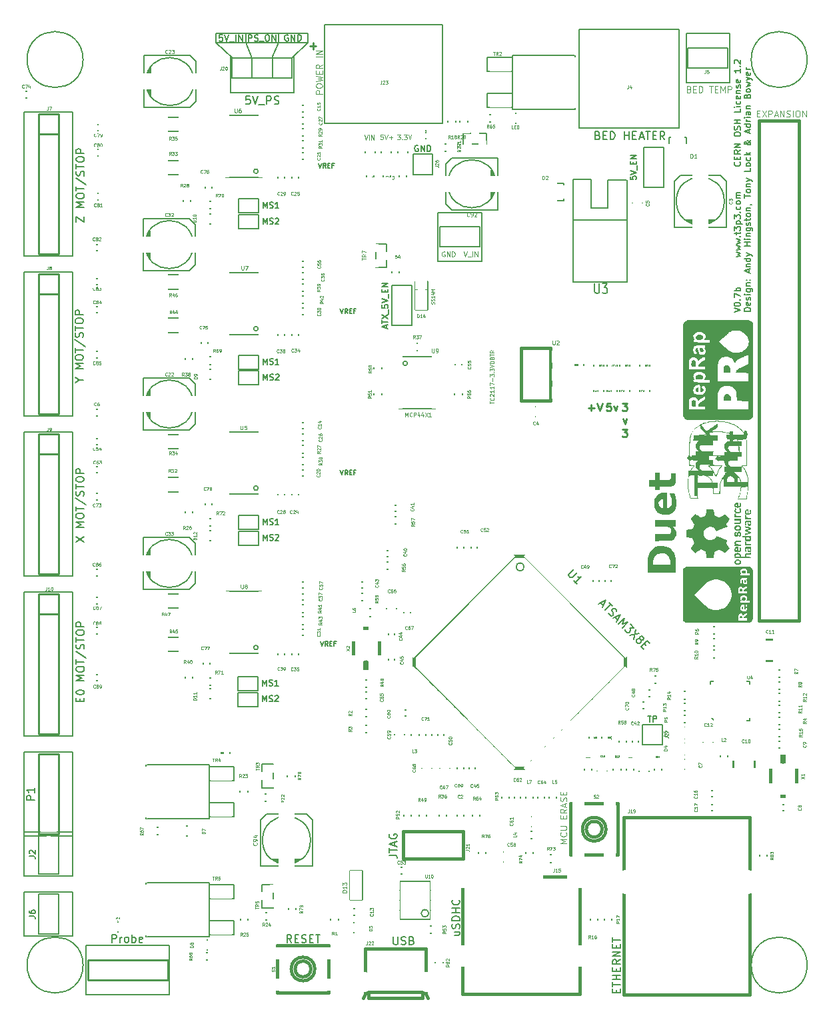
<source format=gto>
G04 (created by PCBNEW (2013-05-18 BZR 4017)-stable) date Fri 16 Jan 2015 17:12:40 GMT*
%MOIN*%
G04 Gerber Fmt 3.4, Leading zero omitted, Abs format*
%FSLAX34Y34*%
G01*
G70*
G90*
G04 APERTURE LIST*
%ADD10C,0.00590551*%
%ADD11C,0.00984252*%
%ADD12C,0.01025*%
%ADD13C,0.0103*%
%ADD14C,0.0069*%
%ADD15C,0.005*%
%ADD16C,0.015*%
%ADD17C,0.0067*%
%ADD18C,0.0059*%
%ADD19C,0.006*%
%ADD20C,0.0079*%
%ADD21C,0.0039*%
%ADD22C,0.01*%
%ADD23C,0.0098*%
%ADD24C,0.008*%
%ADD25C,0.0001*%
%ADD26C,0.0047*%
%ADD27C,0.012*%
%ADD28C,0.0049*%
%ADD29C,0.0043*%
%ADD30C,0.002*%
%ADD31C,0.0016*%
%ADD32C,0.0048*%
%ADD33C,0.001975*%
%ADD34C,0.0035*%
%ADD35C,0.00395*%
%ADD36C,0.004*%
%ADD37C,0.0044*%
%ADD38C,0.0028*%
%ADD39C,0.0024*%
%ADD40R,0.0987X0.0987*%
%ADD41C,0.1184*%
%ADD42C,0.2169*%
%ADD43R,0.1342X0.0948*%
%ADD44O,0.0594X0.0692*%
%ADD45R,0.0357X0.0731*%
%ADD46O,0.0948X0.1027*%
%ADD47C,0.0535*%
%ADD48R,0.083X0.1381*%
%ADD49R,0.2483X0.2641*%
%ADD50R,0.08X0.08*%
%ADD51C,0.08*%
%ADD52R,0.0779X0.0365*%
%ADD53R,0.1381X0.1901*%
%ADD54R,0.0594X0.146*%
%ADD55R,0.146X0.0594*%
%ADD56R,0.0594X0.0436*%
%ADD57R,0.0436X0.0594*%
%ADD58R,0.1X0.164*%
%ADD59R,0.1X0.06*%
%ADD60R,0.1617X0.083*%
%ADD61R,0.083X0.1617*%
%ADD62R,0.0574X0.0594*%
%ADD63R,0.0594X0.0574*%
%ADD64R,0.0653X0.0909*%
%ADD65R,0.0653X0.0771*%
%ADD66R,0.0771X0.0653*%
%ADD67R,0.1106X0.0712*%
%ADD68R,0.2759X0.2523*%
%ADD69R,0.1342X0.0791*%
%ADD70R,0.0791X0.1342*%
%ADD71R,0.0594X0.0594*%
%ADD72C,0.0594*%
%ADD73R,0.0633X0.0987*%
%ADD74R,0.0633X0.0515*%
%ADD75R,0.0672X0.1066*%
%ADD76R,0.0672X0.0751*%
%ADD77R,0.083X0.0751*%
%ADD78R,0.0476X0.083*%
%ADD79R,0.07X0.045*%
%ADD80R,0.0298X0.0436*%
%ADD81R,0.0436X0.0298*%
%ADD82R,0.1499X0.1499*%
%ADD83R,0.12X0.1251*%
%ADD84R,0.07X0.05*%
%ADD85R,0.1251X0.12*%
%ADD86R,0.05X0.07*%
%ADD87C,0.1499*%
%ADD88C,0.12*%
%ADD89R,0.0672X0.0909*%
%ADD90C,0.0515*%
%ADD91C,0.1576*%
%ADD92R,0.029X0.054*%
G04 APERTURE END LIST*
G54D10*
G54D11*
X31118Y29672D02*
X31362Y29672D01*
X31231Y29522D01*
X31287Y29522D01*
X31324Y29503D01*
X31343Y29484D01*
X31362Y29447D01*
X31362Y29353D01*
X31343Y29316D01*
X31324Y29297D01*
X31287Y29278D01*
X31175Y29278D01*
X31137Y29297D01*
X31118Y29316D01*
X31156Y28891D02*
X31250Y28629D01*
X31343Y28891D01*
X31118Y28373D02*
X31362Y28373D01*
X31231Y28223D01*
X31287Y28223D01*
X31324Y28204D01*
X31343Y28185D01*
X31362Y28148D01*
X31362Y28054D01*
X31343Y28016D01*
X31324Y27998D01*
X31287Y27979D01*
X31175Y27979D01*
X31137Y27998D01*
X31118Y28016D01*
X30543Y29672D02*
X30356Y29672D01*
X30337Y29484D01*
X30356Y29503D01*
X30393Y29522D01*
X30487Y29522D01*
X30525Y29503D01*
X30543Y29484D01*
X30562Y29447D01*
X30562Y29353D01*
X30543Y29316D01*
X30525Y29297D01*
X30487Y29278D01*
X30393Y29278D01*
X30356Y29297D01*
X30337Y29316D01*
X30693Y29541D02*
X30787Y29278D01*
X30881Y29541D01*
X29431Y29428D02*
X29731Y29428D01*
X29581Y29278D02*
X29581Y29578D01*
X29862Y29672D02*
X29993Y29278D01*
X30124Y29672D01*
G54D12*
X15493Y47528D02*
X15806Y47528D01*
X15650Y47372D02*
X15650Y47684D01*
G54D13*
G54D14*
X36719Y34223D02*
X37034Y34328D01*
X36719Y34433D01*
X36719Y34598D02*
X36719Y34628D01*
X36734Y34658D01*
X36749Y34673D01*
X36779Y34688D01*
X36839Y34703D01*
X36914Y34703D01*
X36974Y34688D01*
X37004Y34673D01*
X37019Y34658D01*
X37034Y34628D01*
X37034Y34598D01*
X37019Y34568D01*
X37004Y34553D01*
X36974Y34538D01*
X36914Y34523D01*
X36839Y34523D01*
X36779Y34538D01*
X36749Y34553D01*
X36734Y34568D01*
X36719Y34598D01*
X37004Y34838D02*
X37019Y34853D01*
X37034Y34838D01*
X37019Y34823D01*
X37004Y34838D01*
X37034Y34838D01*
X36719Y34958D02*
X36719Y35168D01*
X37034Y35033D01*
X37034Y35288D02*
X36719Y35288D01*
X36839Y35288D02*
X36824Y35318D01*
X36824Y35378D01*
X36839Y35408D01*
X36854Y35423D01*
X36884Y35438D01*
X36974Y35438D01*
X37004Y35423D01*
X37019Y35408D01*
X37034Y35378D01*
X37034Y35318D01*
X37019Y35288D01*
X36824Y36983D02*
X37034Y37043D01*
X36884Y37103D01*
X37034Y37163D01*
X36824Y37223D01*
X36824Y37313D02*
X37034Y37373D01*
X36884Y37433D01*
X37034Y37493D01*
X36824Y37553D01*
X36824Y37643D02*
X37034Y37703D01*
X36884Y37763D01*
X37034Y37823D01*
X36824Y37883D01*
X37004Y38003D02*
X37019Y38018D01*
X37034Y38003D01*
X37019Y37988D01*
X37004Y38003D01*
X37034Y38003D01*
X36824Y38108D02*
X36824Y38228D01*
X36719Y38153D02*
X36989Y38153D01*
X37019Y38168D01*
X37034Y38198D01*
X37034Y38228D01*
X36719Y38303D02*
X36719Y38498D01*
X36839Y38393D01*
X36839Y38438D01*
X36854Y38468D01*
X36869Y38483D01*
X36899Y38498D01*
X36974Y38498D01*
X37004Y38483D01*
X37019Y38468D01*
X37034Y38438D01*
X37034Y38348D01*
X37019Y38318D01*
X37004Y38303D01*
X36824Y38633D02*
X37139Y38633D01*
X36839Y38633D02*
X36824Y38663D01*
X36824Y38723D01*
X36839Y38753D01*
X36854Y38768D01*
X36884Y38783D01*
X36974Y38783D01*
X37004Y38768D01*
X37019Y38753D01*
X37034Y38723D01*
X37034Y38663D01*
X37019Y38633D01*
X36719Y38888D02*
X36719Y39083D01*
X36839Y38978D01*
X36839Y39023D01*
X36854Y39053D01*
X36869Y39068D01*
X36899Y39083D01*
X36974Y39083D01*
X37004Y39068D01*
X37019Y39053D01*
X37034Y39023D01*
X37034Y38933D01*
X37019Y38903D01*
X37004Y38888D01*
X37004Y39218D02*
X37019Y39233D01*
X37034Y39218D01*
X37019Y39203D01*
X37004Y39218D01*
X37034Y39218D01*
X37019Y39503D02*
X37034Y39473D01*
X37034Y39413D01*
X37019Y39383D01*
X37004Y39368D01*
X36974Y39353D01*
X36884Y39353D01*
X36854Y39368D01*
X36839Y39383D01*
X36824Y39413D01*
X36824Y39473D01*
X36839Y39503D01*
X37034Y39683D02*
X37019Y39653D01*
X37004Y39638D01*
X36974Y39623D01*
X36884Y39623D01*
X36854Y39638D01*
X36839Y39653D01*
X36824Y39683D01*
X36824Y39728D01*
X36839Y39758D01*
X36854Y39773D01*
X36884Y39788D01*
X36974Y39788D01*
X37004Y39773D01*
X37019Y39758D01*
X37034Y39728D01*
X37034Y39683D01*
X37034Y39923D02*
X36824Y39923D01*
X36854Y39923D02*
X36839Y39938D01*
X36824Y39968D01*
X36824Y40013D01*
X36839Y40043D01*
X36869Y40058D01*
X37034Y40058D01*
X36869Y40058D02*
X36839Y40073D01*
X36824Y40103D01*
X36824Y40148D01*
X36839Y40178D01*
X36869Y40193D01*
X37034Y40193D01*
X37004Y41723D02*
X37019Y41708D01*
X37034Y41663D01*
X37034Y41633D01*
X37019Y41588D01*
X36989Y41558D01*
X36959Y41543D01*
X36899Y41528D01*
X36854Y41528D01*
X36794Y41543D01*
X36764Y41558D01*
X36734Y41588D01*
X36719Y41633D01*
X36719Y41663D01*
X36734Y41708D01*
X36749Y41723D01*
X36869Y41858D02*
X36869Y41963D01*
X37034Y42008D02*
X37034Y41858D01*
X36719Y41858D01*
X36719Y42008D01*
X37034Y42323D02*
X36884Y42218D01*
X37034Y42143D02*
X36719Y42143D01*
X36719Y42263D01*
X36734Y42293D01*
X36749Y42308D01*
X36779Y42323D01*
X36824Y42323D01*
X36854Y42308D01*
X36869Y42293D01*
X36884Y42263D01*
X36884Y42143D01*
X37034Y42458D02*
X36719Y42458D01*
X37034Y42638D01*
X36719Y42638D01*
X36719Y43088D02*
X36719Y43148D01*
X36734Y43178D01*
X36764Y43208D01*
X36824Y43223D01*
X36929Y43223D01*
X36989Y43208D01*
X37019Y43178D01*
X37034Y43148D01*
X37034Y43088D01*
X37019Y43058D01*
X36989Y43028D01*
X36929Y43013D01*
X36824Y43013D01*
X36764Y43028D01*
X36734Y43058D01*
X36719Y43088D01*
X37019Y43343D02*
X37034Y43388D01*
X37034Y43463D01*
X37019Y43493D01*
X37004Y43508D01*
X36974Y43523D01*
X36944Y43523D01*
X36914Y43508D01*
X36899Y43493D01*
X36884Y43463D01*
X36869Y43403D01*
X36854Y43373D01*
X36839Y43358D01*
X36809Y43343D01*
X36779Y43343D01*
X36749Y43358D01*
X36734Y43373D01*
X36719Y43403D01*
X36719Y43478D01*
X36734Y43523D01*
X37034Y43658D02*
X36719Y43658D01*
X36869Y43658D02*
X36869Y43838D01*
X37034Y43838D02*
X36719Y43838D01*
X37034Y44378D02*
X37034Y44228D01*
X36719Y44228D01*
X37034Y44483D02*
X36824Y44483D01*
X36719Y44483D02*
X36734Y44468D01*
X36749Y44483D01*
X36734Y44498D01*
X36719Y44483D01*
X36749Y44483D01*
X37019Y44768D02*
X37034Y44738D01*
X37034Y44678D01*
X37019Y44648D01*
X37004Y44633D01*
X36974Y44618D01*
X36884Y44618D01*
X36854Y44633D01*
X36839Y44648D01*
X36824Y44678D01*
X36824Y44738D01*
X36839Y44768D01*
X37019Y45023D02*
X37034Y44993D01*
X37034Y44933D01*
X37019Y44903D01*
X36989Y44888D01*
X36869Y44888D01*
X36839Y44903D01*
X36824Y44933D01*
X36824Y44993D01*
X36839Y45023D01*
X36869Y45038D01*
X36899Y45038D01*
X36929Y44888D01*
X36824Y45173D02*
X37034Y45173D01*
X36854Y45173D02*
X36839Y45188D01*
X36824Y45218D01*
X36824Y45263D01*
X36839Y45293D01*
X36869Y45308D01*
X37034Y45308D01*
X37019Y45443D02*
X37034Y45473D01*
X37034Y45533D01*
X37019Y45563D01*
X36989Y45578D01*
X36974Y45578D01*
X36944Y45563D01*
X36929Y45533D01*
X36929Y45488D01*
X36914Y45458D01*
X36884Y45443D01*
X36869Y45443D01*
X36839Y45458D01*
X36824Y45488D01*
X36824Y45533D01*
X36839Y45563D01*
X37019Y45833D02*
X37034Y45803D01*
X37034Y45743D01*
X37019Y45713D01*
X36989Y45698D01*
X36869Y45698D01*
X36839Y45713D01*
X36824Y45743D01*
X36824Y45803D01*
X36839Y45833D01*
X36869Y45848D01*
X36899Y45848D01*
X36929Y45698D01*
X37034Y46388D02*
X37034Y46208D01*
X37034Y46298D02*
X36719Y46298D01*
X36764Y46268D01*
X36794Y46238D01*
X36809Y46208D01*
X37004Y46523D02*
X37019Y46538D01*
X37034Y46523D01*
X37019Y46508D01*
X37004Y46523D01*
X37034Y46523D01*
X36749Y46658D02*
X36734Y46673D01*
X36719Y46703D01*
X36719Y46778D01*
X36734Y46808D01*
X36749Y46823D01*
X36779Y46838D01*
X36809Y46838D01*
X36854Y46823D01*
X37034Y46643D01*
X37034Y46838D01*
X37544Y34268D02*
X37229Y34268D01*
X37229Y34343D01*
X37244Y34388D01*
X37274Y34418D01*
X37304Y34433D01*
X37364Y34448D01*
X37409Y34448D01*
X37469Y34433D01*
X37499Y34418D01*
X37529Y34388D01*
X37544Y34343D01*
X37544Y34268D01*
X37529Y34703D02*
X37544Y34673D01*
X37544Y34613D01*
X37529Y34583D01*
X37499Y34568D01*
X37379Y34568D01*
X37349Y34583D01*
X37334Y34613D01*
X37334Y34673D01*
X37349Y34703D01*
X37379Y34718D01*
X37409Y34718D01*
X37439Y34568D01*
X37529Y34838D02*
X37544Y34868D01*
X37544Y34928D01*
X37529Y34958D01*
X37499Y34973D01*
X37484Y34973D01*
X37454Y34958D01*
X37439Y34928D01*
X37439Y34883D01*
X37424Y34853D01*
X37394Y34838D01*
X37379Y34838D01*
X37349Y34853D01*
X37334Y34883D01*
X37334Y34928D01*
X37349Y34958D01*
X37544Y35108D02*
X37334Y35108D01*
X37229Y35108D02*
X37244Y35093D01*
X37259Y35108D01*
X37244Y35123D01*
X37229Y35108D01*
X37259Y35108D01*
X37334Y35393D02*
X37589Y35393D01*
X37619Y35378D01*
X37634Y35363D01*
X37649Y35333D01*
X37649Y35288D01*
X37634Y35258D01*
X37529Y35393D02*
X37544Y35363D01*
X37544Y35303D01*
X37529Y35273D01*
X37514Y35258D01*
X37484Y35243D01*
X37394Y35243D01*
X37364Y35258D01*
X37349Y35273D01*
X37334Y35303D01*
X37334Y35363D01*
X37349Y35393D01*
X37334Y35543D02*
X37544Y35543D01*
X37364Y35543D02*
X37349Y35558D01*
X37334Y35588D01*
X37334Y35633D01*
X37349Y35663D01*
X37379Y35678D01*
X37544Y35678D01*
X37514Y35828D02*
X37529Y35843D01*
X37544Y35828D01*
X37529Y35813D01*
X37514Y35828D01*
X37544Y35828D01*
X37349Y35828D02*
X37364Y35843D01*
X37379Y35828D01*
X37364Y35813D01*
X37349Y35828D01*
X37379Y35828D01*
X37454Y36203D02*
X37454Y36353D01*
X37544Y36173D02*
X37229Y36278D01*
X37544Y36383D01*
X37334Y36488D02*
X37544Y36488D01*
X37364Y36488D02*
X37349Y36503D01*
X37334Y36533D01*
X37334Y36578D01*
X37349Y36608D01*
X37379Y36623D01*
X37544Y36623D01*
X37544Y36908D02*
X37229Y36908D01*
X37529Y36908D02*
X37544Y36878D01*
X37544Y36818D01*
X37529Y36788D01*
X37514Y36773D01*
X37484Y36758D01*
X37394Y36758D01*
X37364Y36773D01*
X37349Y36788D01*
X37334Y36818D01*
X37334Y36878D01*
X37349Y36908D01*
X37334Y37028D02*
X37544Y37103D01*
X37334Y37178D02*
X37544Y37103D01*
X37619Y37073D01*
X37634Y37058D01*
X37649Y37028D01*
X37544Y37538D02*
X37229Y37538D01*
X37379Y37538D02*
X37379Y37718D01*
X37544Y37718D02*
X37229Y37718D01*
X37544Y37868D02*
X37334Y37868D01*
X37229Y37868D02*
X37244Y37853D01*
X37259Y37868D01*
X37244Y37883D01*
X37229Y37868D01*
X37259Y37868D01*
X37334Y38018D02*
X37544Y38018D01*
X37364Y38018D02*
X37349Y38033D01*
X37334Y38063D01*
X37334Y38108D01*
X37349Y38138D01*
X37379Y38153D01*
X37544Y38153D01*
X37334Y38438D02*
X37589Y38438D01*
X37619Y38423D01*
X37634Y38408D01*
X37649Y38378D01*
X37649Y38333D01*
X37634Y38303D01*
X37529Y38438D02*
X37544Y38408D01*
X37544Y38348D01*
X37529Y38318D01*
X37514Y38303D01*
X37484Y38288D01*
X37394Y38288D01*
X37364Y38303D01*
X37349Y38318D01*
X37334Y38348D01*
X37334Y38408D01*
X37349Y38438D01*
X37529Y38573D02*
X37544Y38603D01*
X37544Y38663D01*
X37529Y38693D01*
X37499Y38708D01*
X37484Y38708D01*
X37454Y38693D01*
X37439Y38663D01*
X37439Y38618D01*
X37424Y38588D01*
X37394Y38573D01*
X37379Y38573D01*
X37349Y38588D01*
X37334Y38618D01*
X37334Y38663D01*
X37349Y38693D01*
X37334Y38798D02*
X37334Y38918D01*
X37229Y38843D02*
X37499Y38843D01*
X37529Y38858D01*
X37544Y38888D01*
X37544Y38918D01*
X37544Y39068D02*
X37529Y39038D01*
X37514Y39023D01*
X37484Y39008D01*
X37394Y39008D01*
X37364Y39023D01*
X37349Y39038D01*
X37334Y39068D01*
X37334Y39113D01*
X37349Y39143D01*
X37364Y39158D01*
X37394Y39173D01*
X37484Y39173D01*
X37514Y39158D01*
X37529Y39143D01*
X37544Y39113D01*
X37544Y39068D01*
X37334Y39308D02*
X37544Y39308D01*
X37364Y39308D02*
X37349Y39323D01*
X37334Y39353D01*
X37334Y39398D01*
X37349Y39428D01*
X37379Y39443D01*
X37544Y39443D01*
X37529Y39608D02*
X37544Y39608D01*
X37574Y39593D01*
X37589Y39578D01*
X37229Y39938D02*
X37229Y40118D01*
X37544Y40028D02*
X37229Y40028D01*
X37544Y40268D02*
X37529Y40238D01*
X37514Y40223D01*
X37484Y40208D01*
X37394Y40208D01*
X37364Y40223D01*
X37349Y40238D01*
X37334Y40268D01*
X37334Y40313D01*
X37349Y40343D01*
X37364Y40358D01*
X37394Y40373D01*
X37484Y40373D01*
X37514Y40358D01*
X37529Y40343D01*
X37544Y40313D01*
X37544Y40268D01*
X37334Y40508D02*
X37544Y40508D01*
X37364Y40508D02*
X37349Y40523D01*
X37334Y40553D01*
X37334Y40598D01*
X37349Y40628D01*
X37379Y40643D01*
X37544Y40643D01*
X37334Y40763D02*
X37544Y40838D01*
X37334Y40913D02*
X37544Y40838D01*
X37619Y40808D01*
X37634Y40793D01*
X37649Y40763D01*
X37544Y41423D02*
X37544Y41273D01*
X37229Y41273D01*
X37544Y41573D02*
X37529Y41543D01*
X37514Y41528D01*
X37484Y41513D01*
X37394Y41513D01*
X37364Y41528D01*
X37349Y41543D01*
X37334Y41573D01*
X37334Y41618D01*
X37349Y41648D01*
X37364Y41663D01*
X37394Y41678D01*
X37484Y41678D01*
X37514Y41663D01*
X37529Y41648D01*
X37544Y41618D01*
X37544Y41573D01*
X37529Y41948D02*
X37544Y41918D01*
X37544Y41858D01*
X37529Y41828D01*
X37514Y41813D01*
X37484Y41798D01*
X37394Y41798D01*
X37364Y41813D01*
X37349Y41828D01*
X37334Y41858D01*
X37334Y41918D01*
X37349Y41948D01*
X37544Y42083D02*
X37229Y42083D01*
X37424Y42113D02*
X37544Y42203D01*
X37334Y42203D02*
X37454Y42083D01*
X37544Y42833D02*
X37544Y42818D01*
X37529Y42788D01*
X37484Y42743D01*
X37394Y42668D01*
X37349Y42638D01*
X37304Y42623D01*
X37274Y42623D01*
X37244Y42638D01*
X37229Y42668D01*
X37229Y42683D01*
X37244Y42713D01*
X37274Y42728D01*
X37289Y42728D01*
X37319Y42713D01*
X37334Y42698D01*
X37394Y42608D01*
X37409Y42593D01*
X37439Y42578D01*
X37484Y42578D01*
X37514Y42593D01*
X37529Y42608D01*
X37544Y42638D01*
X37544Y42683D01*
X37529Y42713D01*
X37514Y42728D01*
X37454Y42773D01*
X37409Y42788D01*
X37379Y42788D01*
X37454Y43193D02*
X37454Y43343D01*
X37544Y43163D02*
X37229Y43268D01*
X37544Y43373D01*
X37544Y43613D02*
X37229Y43613D01*
X37529Y43613D02*
X37544Y43583D01*
X37544Y43523D01*
X37529Y43493D01*
X37514Y43478D01*
X37484Y43463D01*
X37394Y43463D01*
X37364Y43478D01*
X37349Y43493D01*
X37334Y43523D01*
X37334Y43583D01*
X37349Y43613D01*
X37544Y43763D02*
X37334Y43763D01*
X37394Y43763D02*
X37364Y43778D01*
X37349Y43793D01*
X37334Y43823D01*
X37334Y43853D01*
X37544Y43958D02*
X37334Y43958D01*
X37229Y43958D02*
X37244Y43943D01*
X37259Y43958D01*
X37244Y43973D01*
X37229Y43958D01*
X37259Y43958D01*
X37544Y44243D02*
X37379Y44243D01*
X37349Y44228D01*
X37334Y44198D01*
X37334Y44138D01*
X37349Y44108D01*
X37529Y44243D02*
X37544Y44213D01*
X37544Y44138D01*
X37529Y44108D01*
X37499Y44093D01*
X37469Y44093D01*
X37439Y44108D01*
X37424Y44138D01*
X37424Y44213D01*
X37409Y44243D01*
X37334Y44393D02*
X37544Y44393D01*
X37364Y44393D02*
X37349Y44408D01*
X37334Y44438D01*
X37334Y44483D01*
X37349Y44513D01*
X37379Y44528D01*
X37544Y44528D01*
X37379Y45023D02*
X37394Y45068D01*
X37409Y45083D01*
X37439Y45098D01*
X37484Y45098D01*
X37514Y45083D01*
X37529Y45068D01*
X37544Y45038D01*
X37544Y44918D01*
X37229Y44918D01*
X37229Y45023D01*
X37244Y45053D01*
X37259Y45068D01*
X37289Y45083D01*
X37319Y45083D01*
X37349Y45068D01*
X37364Y45053D01*
X37379Y45023D01*
X37379Y44918D01*
X37544Y45278D02*
X37529Y45248D01*
X37514Y45233D01*
X37484Y45218D01*
X37394Y45218D01*
X37364Y45233D01*
X37349Y45248D01*
X37334Y45278D01*
X37334Y45323D01*
X37349Y45353D01*
X37364Y45368D01*
X37394Y45383D01*
X37484Y45383D01*
X37514Y45368D01*
X37529Y45353D01*
X37544Y45323D01*
X37544Y45278D01*
X37334Y45488D02*
X37544Y45548D01*
X37394Y45608D01*
X37544Y45668D01*
X37334Y45728D01*
X37334Y45818D02*
X37544Y45893D01*
X37334Y45968D02*
X37544Y45893D01*
X37619Y45863D01*
X37634Y45848D01*
X37649Y45818D01*
X37529Y46208D02*
X37544Y46178D01*
X37544Y46118D01*
X37529Y46088D01*
X37499Y46073D01*
X37379Y46073D01*
X37349Y46088D01*
X37334Y46118D01*
X37334Y46178D01*
X37349Y46208D01*
X37379Y46223D01*
X37409Y46223D01*
X37439Y46073D01*
X37544Y46358D02*
X37334Y46358D01*
X37394Y46358D02*
X37364Y46373D01*
X37349Y46388D01*
X37334Y46418D01*
X37334Y46448D01*
G54D15*
X22143Y48582D02*
X16238Y48582D01*
X22143Y43661D02*
X22143Y48582D01*
X16238Y43661D02*
X16238Y48582D01*
X16238Y43661D02*
X22143Y43661D01*
X4154Y1575D02*
G75*
G03X4154Y1575I-1400J0D01*
G74*
G01*
G54D16*
X21277Y196D02*
X21395Y-79D01*
X18285Y196D02*
X18167Y-79D01*
X18275Y236D02*
X18275Y2401D01*
X21287Y236D02*
X21287Y2401D01*
X21139Y-59D02*
X21139Y196D01*
X18423Y-59D02*
X18423Y196D01*
X21139Y-63D02*
X18423Y-63D01*
X18275Y2409D02*
X21287Y2409D01*
X21287Y228D02*
X18275Y228D01*
G54D15*
X31360Y38823D02*
X31360Y40835D01*
X28655Y35713D02*
X28655Y38827D01*
X28655Y38827D02*
X28655Y40859D01*
X28655Y40859D02*
X29577Y40859D01*
X29577Y40859D02*
X29577Y39438D01*
X29577Y39438D02*
X30411Y39438D01*
X30411Y39438D02*
X30411Y40835D01*
X30411Y40835D02*
X31336Y40835D01*
X31336Y40835D02*
X31344Y40835D01*
X28660Y38825D02*
X31360Y38825D01*
X31364Y38818D02*
X31364Y35718D01*
X31359Y35719D02*
X28659Y35719D01*
G54D17*
X14702Y45218D02*
X14702Y46990D01*
X11530Y45204D02*
X11530Y47026D01*
X10820Y47682D02*
X15410Y47684D01*
X13616Y46924D02*
X13930Y47692D01*
X13930Y47692D02*
X13928Y48166D01*
X12610Y46930D02*
X12300Y47692D01*
X12300Y47692D02*
X12300Y48156D01*
X10814Y48090D02*
X10814Y48170D01*
X10814Y48170D02*
X15410Y48174D01*
X15410Y48174D02*
X15410Y47688D01*
X14612Y46924D02*
X15414Y47692D01*
X11622Y46920D02*
X10814Y47692D01*
X10814Y47692D02*
X10814Y48118D01*
X13618Y45944D02*
X13618Y46906D01*
X13618Y46906D02*
X13618Y46916D01*
G54D18*
X14705Y45210D02*
X11523Y45210D01*
G54D19*
X11614Y45930D02*
X11614Y46930D01*
X11614Y46930D02*
X14614Y46930D01*
X14614Y46930D02*
X14614Y45930D01*
X14614Y45930D02*
X11614Y45930D01*
X12614Y46930D02*
X12614Y45930D01*
G54D15*
X11301Y36193D02*
X11301Y33093D01*
X11301Y33093D02*
X13101Y33093D01*
X13101Y33093D02*
X13101Y36193D01*
X13101Y36193D02*
X11301Y36193D01*
X12912Y33393D02*
G75*
G03X12912Y33393I-111J0D01*
G74*
G01*
X11300Y28220D02*
X11300Y25120D01*
X11300Y25120D02*
X13100Y25120D01*
X13100Y25120D02*
X13100Y28220D01*
X13100Y28220D02*
X11300Y28220D01*
X12911Y25420D02*
G75*
G03X12911Y25420I-111J0D01*
G74*
G01*
X11300Y20249D02*
X11300Y17149D01*
X11300Y17149D02*
X13100Y17149D01*
X13100Y17149D02*
X13100Y20249D01*
X13100Y20249D02*
X11300Y20249D01*
X12911Y17449D02*
G75*
G03X12911Y17449I-111J0D01*
G74*
G01*
X11302Y44069D02*
X11302Y40969D01*
X11302Y40969D02*
X13102Y40969D01*
X13102Y40969D02*
X13102Y44069D01*
X13102Y44069D02*
X11302Y44069D01*
X12913Y41269D02*
G75*
G03X12913Y41269I-111J0D01*
G74*
G01*
X21764Y29409D02*
X21764Y32009D01*
X21764Y32009D02*
X19964Y32009D01*
X19964Y32009D02*
X19964Y29409D01*
X19964Y29409D02*
X21764Y29409D01*
X20375Y31659D02*
G75*
G03X20375Y31659I-111J0D01*
G74*
G01*
G54D16*
X30116Y8366D02*
G75*
G03X30116Y8366I-394J0D01*
G74*
G01*
X30313Y8366D02*
G75*
G03X30313Y8366I-591J0D01*
G74*
G01*
X28541Y7086D02*
X28541Y9646D01*
X28541Y9646D02*
X30903Y9646D01*
X30903Y9646D02*
X30903Y7086D01*
X30903Y7086D02*
X28541Y7086D01*
X15549Y1378D02*
G75*
G03X15549Y1378I-394J0D01*
G74*
G01*
X15746Y1378D02*
G75*
G03X15746Y1378I-591J0D01*
G74*
G01*
X13875Y2559D02*
X16435Y2559D01*
X16435Y2559D02*
X16435Y197D01*
X16435Y197D02*
X13875Y197D01*
X13875Y197D02*
X13875Y2559D01*
G54D15*
X13659Y5395D02*
X13919Y5395D01*
X13659Y4645D02*
X13919Y4645D01*
X13109Y5020D02*
X12849Y5020D01*
X13109Y4430D02*
X13109Y5610D01*
X13109Y5610D02*
X13659Y5610D01*
X13659Y5610D02*
X13659Y4430D01*
X13659Y4430D02*
X13109Y4430D01*
X13659Y11399D02*
X13919Y11399D01*
X13659Y10649D02*
X13919Y10649D01*
X13109Y11024D02*
X12849Y11024D01*
X13109Y10434D02*
X13109Y11614D01*
X13109Y11614D02*
X13659Y11614D01*
X13659Y11614D02*
X13659Y10434D01*
X13659Y10434D02*
X13109Y10434D01*
X24133Y42619D02*
X24133Y42359D01*
X23383Y42619D02*
X23383Y42359D01*
X23758Y43169D02*
X23758Y43429D01*
X23168Y43169D02*
X24348Y43169D01*
X24348Y43169D02*
X24348Y42619D01*
X24348Y42619D02*
X23168Y42619D01*
X23168Y42619D02*
X23168Y43169D01*
G54D16*
X26081Y30515D02*
X25352Y30515D01*
X25352Y30515D02*
X25352Y31697D01*
X25352Y31697D02*
X26081Y31697D01*
X27537Y32012D02*
X28266Y32012D01*
X27537Y31106D02*
X28266Y31106D01*
X27537Y30200D02*
X28266Y30200D01*
X26081Y29787D02*
X26081Y32425D01*
X26081Y32425D02*
X27537Y32425D01*
X27537Y32425D02*
X27537Y29787D01*
X27537Y29787D02*
X26081Y29787D01*
G54D15*
X7344Y46048D02*
X7344Y45448D01*
X7394Y45298D02*
X7394Y46198D01*
X7444Y46298D02*
X7444Y45198D01*
X7494Y45098D02*
X7494Y46398D01*
X7544Y46448D02*
X7544Y45048D01*
X9694Y45748D02*
G75*
G03X9694Y45748I-1200J0D01*
G74*
G01*
X7194Y47048D02*
X7194Y44448D01*
X7194Y44448D02*
X9494Y44448D01*
X9494Y44448D02*
X9794Y44748D01*
X9794Y44748D02*
X9794Y46748D01*
X9794Y46748D02*
X9494Y47048D01*
X9494Y47048D02*
X7194Y47048D01*
X9344Y45748D02*
X9044Y45748D01*
X9194Y45898D02*
X9194Y45598D01*
X7313Y21954D02*
X7313Y21354D01*
X7363Y21204D02*
X7363Y22104D01*
X7413Y22204D02*
X7413Y21104D01*
X7463Y21004D02*
X7463Y22304D01*
X7513Y22354D02*
X7513Y20954D01*
X9663Y21654D02*
G75*
G03X9663Y21654I-1200J0D01*
G74*
G01*
X7163Y22954D02*
X7163Y20354D01*
X7163Y20354D02*
X9463Y20354D01*
X9463Y20354D02*
X9763Y20654D01*
X9763Y20654D02*
X9763Y22654D01*
X9763Y22654D02*
X9463Y22954D01*
X9463Y22954D02*
X7163Y22954D01*
X9313Y21654D02*
X9013Y21654D01*
X9163Y21804D02*
X9163Y21504D01*
X7313Y37898D02*
X7313Y37298D01*
X7363Y37148D02*
X7363Y38048D01*
X7413Y38148D02*
X7413Y37048D01*
X7463Y36948D02*
X7463Y38248D01*
X7513Y38298D02*
X7513Y36898D01*
X9663Y37598D02*
G75*
G03X9663Y37598I-1200J0D01*
G74*
G01*
X7163Y38898D02*
X7163Y36298D01*
X7163Y36298D02*
X9463Y36298D01*
X9463Y36298D02*
X9763Y36598D01*
X9763Y36598D02*
X9763Y38598D01*
X9763Y38598D02*
X9463Y38898D01*
X9463Y38898D02*
X7163Y38898D01*
X9313Y37598D02*
X9013Y37598D01*
X9163Y37748D02*
X9163Y37448D01*
X7313Y29926D02*
X7313Y29326D01*
X7363Y29176D02*
X7363Y30076D01*
X7413Y30176D02*
X7413Y29076D01*
X7463Y28976D02*
X7463Y30276D01*
X7513Y30326D02*
X7513Y28926D01*
X9663Y29626D02*
G75*
G03X9663Y29626I-1200J0D01*
G74*
G01*
X7163Y30926D02*
X7163Y28326D01*
X7163Y28326D02*
X9463Y28326D01*
X9463Y28326D02*
X9763Y28626D01*
X9763Y28626D02*
X9763Y30626D01*
X9763Y30626D02*
X9463Y30926D01*
X9463Y30926D02*
X7163Y30926D01*
X9313Y29626D02*
X9013Y29626D01*
X9163Y29776D02*
X9163Y29476D01*
X34729Y38622D02*
X35329Y38622D01*
X35479Y38672D02*
X34579Y38672D01*
X34479Y38722D02*
X35579Y38722D01*
X35679Y38772D02*
X34379Y38772D01*
X34329Y38822D02*
X35729Y38822D01*
X36229Y39772D02*
G75*
G03X36229Y39772I-1200J0D01*
G74*
G01*
X33729Y38472D02*
X36329Y38472D01*
X36329Y38472D02*
X36329Y40772D01*
X36329Y40772D02*
X36029Y41072D01*
X36029Y41072D02*
X34029Y41072D01*
X34029Y41072D02*
X33729Y40772D01*
X33729Y40772D02*
X33729Y38472D01*
X35029Y40622D02*
X35029Y40322D01*
X34879Y40472D02*
X35179Y40472D01*
G54D20*
X35382Y18494D02*
X36070Y18494D01*
X36070Y18494D02*
X36070Y18120D01*
X36070Y18120D02*
X35382Y18120D01*
X35382Y18120D02*
X35382Y18494D01*
X39317Y15955D02*
X38629Y15955D01*
X38629Y15955D02*
X38629Y16329D01*
X38629Y16329D02*
X39317Y16329D01*
X39317Y16329D02*
X39317Y15955D01*
X39317Y15364D02*
X38629Y15364D01*
X38629Y15364D02*
X38629Y15738D01*
X38629Y15738D02*
X39317Y15738D01*
X39317Y15738D02*
X39317Y15364D01*
X35382Y17904D02*
X36070Y17904D01*
X36070Y17904D02*
X36070Y17530D01*
X36070Y17530D02*
X35382Y17530D01*
X35382Y17530D02*
X35382Y17904D01*
X35382Y17313D02*
X36070Y17313D01*
X36070Y17313D02*
X36070Y16939D01*
X36070Y16939D02*
X35382Y16939D01*
X35382Y16939D02*
X35382Y17313D01*
X39317Y14183D02*
X38629Y14183D01*
X38629Y14183D02*
X38629Y14557D01*
X38629Y14557D02*
X39317Y14557D01*
X39317Y14557D02*
X39317Y14183D01*
X39317Y14774D02*
X38629Y14774D01*
X38629Y14774D02*
X38629Y15148D01*
X38629Y15148D02*
X39317Y15148D01*
X39317Y15148D02*
X39317Y14774D01*
X33905Y14656D02*
X34593Y14656D01*
X34593Y14656D02*
X34593Y14282D01*
X34593Y14282D02*
X33905Y14282D01*
X33905Y14282D02*
X33905Y14656D01*
X33905Y15246D02*
X34593Y15246D01*
X34593Y15246D02*
X34593Y14872D01*
X34593Y14872D02*
X33905Y14872D01*
X33905Y14872D02*
X33905Y15246D01*
X38629Y13376D02*
X39317Y13376D01*
X39317Y13376D02*
X39317Y13002D01*
X39317Y13002D02*
X38629Y13002D01*
X38629Y13002D02*
X38629Y13376D01*
X22413Y43394D02*
X22413Y44082D01*
X22413Y44082D02*
X22787Y44082D01*
X22787Y44082D02*
X22787Y43394D01*
X22787Y43394D02*
X22413Y43394D01*
X23013Y43394D02*
X23013Y44082D01*
X23013Y44082D02*
X23387Y44082D01*
X23387Y44082D02*
X23387Y43394D01*
X23387Y43394D02*
X23013Y43394D01*
X12015Y9892D02*
X12015Y10580D01*
X12015Y10580D02*
X12389Y10580D01*
X12389Y10580D02*
X12389Y9892D01*
X12389Y9892D02*
X12015Y9892D01*
X18709Y29774D02*
X18709Y30462D01*
X18709Y30462D02*
X19083Y30462D01*
X19083Y30462D02*
X19083Y29774D01*
X19083Y29774D02*
X18709Y29774D01*
X20559Y9399D02*
X20559Y8711D01*
X20559Y8711D02*
X20185Y8711D01*
X20185Y8711D02*
X20185Y9399D01*
X20185Y9399D02*
X20559Y9399D01*
X20125Y23632D02*
X19437Y23632D01*
X19437Y23632D02*
X19437Y24006D01*
X19437Y24006D02*
X20125Y24006D01*
X20125Y24006D02*
X20125Y23632D01*
X16544Y3495D02*
X16544Y4183D01*
X16544Y4183D02*
X16918Y4183D01*
X16918Y4183D02*
X16918Y3495D01*
X16918Y3495D02*
X16544Y3495D01*
X17961Y14360D02*
X18649Y14360D01*
X18649Y14360D02*
X18649Y13986D01*
X18649Y13986D02*
X17961Y13986D01*
X17961Y13986D02*
X17961Y14360D01*
X17961Y13573D02*
X18649Y13573D01*
X18649Y13573D02*
X18649Y13199D01*
X18649Y13199D02*
X17961Y13199D01*
X17961Y13199D02*
X17961Y13573D01*
X39318Y13593D02*
X38630Y13593D01*
X38630Y13593D02*
X38630Y13967D01*
X38630Y13967D02*
X39318Y13967D01*
X39318Y13967D02*
X39318Y13593D01*
X33905Y14065D02*
X34593Y14065D01*
X34593Y14065D02*
X34593Y13691D01*
X34593Y13691D02*
X33905Y13691D01*
X33905Y13691D02*
X33905Y14065D01*
X29909Y4183D02*
X29909Y3495D01*
X29909Y3495D02*
X29535Y3495D01*
X29535Y3495D02*
X29535Y4183D01*
X29535Y4183D02*
X29909Y4183D01*
X30224Y3495D02*
X30224Y4183D01*
X30224Y4183D02*
X30598Y4183D01*
X30598Y4183D02*
X30598Y3495D01*
X30598Y3495D02*
X30224Y3495D01*
X13630Y9755D02*
X12942Y9755D01*
X12942Y9755D02*
X12942Y10129D01*
X12942Y10129D02*
X13630Y10129D01*
X13630Y10129D02*
X13630Y9755D01*
X13669Y3829D02*
X12981Y3829D01*
X12981Y3829D02*
X12981Y4203D01*
X12981Y4203D02*
X13669Y4203D01*
X13669Y4203D02*
X13669Y3829D01*
X12409Y4183D02*
X12409Y3495D01*
X12409Y3495D02*
X12035Y3495D01*
X12035Y3495D02*
X12035Y4183D01*
X12035Y4183D02*
X12409Y4183D01*
X19083Y31742D02*
X19083Y31054D01*
X19083Y31054D02*
X18709Y31054D01*
X18709Y31054D02*
X18709Y31742D01*
X18709Y31742D02*
X19083Y31742D01*
X19732Y21368D02*
X19044Y21368D01*
X19044Y21368D02*
X19044Y21742D01*
X19044Y21742D02*
X19732Y21742D01*
X19732Y21742D02*
X19732Y21368D01*
X30972Y12412D02*
X30972Y13100D01*
X30972Y13100D02*
X31346Y13100D01*
X31346Y13100D02*
X31346Y12412D01*
X31346Y12412D02*
X30972Y12412D01*
X18452Y19793D02*
X17764Y19793D01*
X17764Y19793D02*
X17764Y20167D01*
X17764Y20167D02*
X18452Y20167D01*
X18452Y20167D02*
X18452Y19793D01*
G54D15*
X38951Y9609D02*
X38951Y9289D01*
X39391Y9299D02*
X39391Y9609D01*
X39491Y9289D02*
X38851Y9289D01*
X38851Y9289D02*
X38851Y9609D01*
X38851Y9609D02*
X39491Y9609D01*
X39491Y9609D02*
X39491Y9289D01*
X39194Y12438D02*
X39194Y12758D01*
X38754Y12748D02*
X38754Y12438D01*
X38654Y12758D02*
X39294Y12758D01*
X39294Y12758D02*
X39294Y12438D01*
X39294Y12438D02*
X38654Y12438D01*
X38654Y12438D02*
X38654Y12758D01*
X35408Y10298D02*
X35408Y9978D01*
X35848Y9988D02*
X35848Y10298D01*
X35948Y9978D02*
X35308Y9978D01*
X35308Y9978D02*
X35308Y10298D01*
X35308Y10298D02*
X35948Y10298D01*
X35948Y10298D02*
X35948Y9978D01*
X35408Y9609D02*
X35408Y9289D01*
X35848Y9299D02*
X35848Y9609D01*
X35948Y9289D02*
X35308Y9289D01*
X35308Y9289D02*
X35308Y9609D01*
X35308Y9609D02*
X35948Y9609D01*
X35948Y9609D02*
X35948Y9289D01*
X19608Y21986D02*
X19608Y22306D01*
X19168Y22296D02*
X19168Y21986D01*
X19068Y22306D02*
X19708Y22306D01*
X19708Y22306D02*
X19708Y21986D01*
X19708Y21986D02*
X19068Y21986D01*
X19068Y21986D02*
X19068Y22306D01*
X20001Y24249D02*
X20001Y24569D01*
X19561Y24559D02*
X19561Y24249D01*
X19461Y24569D02*
X20101Y24569D01*
X20101Y24569D02*
X20101Y24249D01*
X20101Y24249D02*
X19461Y24249D01*
X19461Y24249D02*
X19461Y24569D01*
X31629Y12536D02*
X31949Y12536D01*
X31939Y12976D02*
X31629Y12976D01*
X31949Y13076D02*
X31949Y12436D01*
X31949Y12436D02*
X31629Y12436D01*
X31629Y12436D02*
X31629Y13076D01*
X31629Y13076D02*
X31949Y13076D01*
X18328Y20411D02*
X18328Y20731D01*
X17888Y20721D02*
X17888Y20411D01*
X17788Y20731D02*
X18428Y20731D01*
X18428Y20731D02*
X18428Y20411D01*
X18428Y20411D02*
X17788Y20411D01*
X17788Y20411D02*
X17788Y20731D01*
G54D20*
X9260Y31546D02*
X9260Y32234D01*
X9260Y32234D02*
X9634Y32234D01*
X9634Y32234D02*
X9634Y31546D01*
X9634Y31546D02*
X9260Y31546D01*
X15499Y35246D02*
X14811Y35246D01*
X14811Y35246D02*
X14811Y35620D01*
X14811Y35620D02*
X15499Y35620D01*
X15499Y35620D02*
X15499Y35246D01*
X14812Y35026D02*
X15500Y35026D01*
X15500Y35026D02*
X15500Y34652D01*
X15500Y34652D02*
X14812Y34652D01*
X14812Y34652D02*
X14812Y35026D01*
X18649Y15463D02*
X17961Y15463D01*
X17961Y15463D02*
X17961Y15837D01*
X17961Y15837D02*
X18649Y15837D01*
X18649Y15837D02*
X18649Y15463D01*
G54D15*
X14935Y34412D02*
X14935Y34092D01*
X15375Y34102D02*
X15375Y34412D01*
X15475Y34092D02*
X14835Y34092D01*
X14835Y34092D02*
X14835Y34412D01*
X14835Y34412D02*
X15475Y34412D01*
X15475Y34412D02*
X15475Y34092D01*
X14922Y33287D02*
X14602Y33287D01*
X14612Y32847D02*
X14922Y32847D01*
X14602Y32747D02*
X14602Y33387D01*
X14602Y33387D02*
X14922Y33387D01*
X14922Y33387D02*
X14922Y32747D01*
X14922Y32747D02*
X14602Y32747D01*
X14935Y36184D02*
X14935Y35864D01*
X15375Y35874D02*
X15375Y36184D01*
X15475Y35864D02*
X14835Y35864D01*
X14835Y35864D02*
X14835Y36184D01*
X14835Y36184D02*
X15475Y36184D01*
X15475Y36184D02*
X15475Y35864D01*
X13913Y32847D02*
X14233Y32847D01*
X14223Y33287D02*
X13913Y33287D01*
X14233Y33387D02*
X14233Y32747D01*
X14233Y32747D02*
X13913Y32747D01*
X13913Y32747D02*
X13913Y33387D01*
X13913Y33387D02*
X14233Y33387D01*
G54D20*
X9260Y15601D02*
X9260Y16289D01*
X9260Y16289D02*
X9634Y16289D01*
X9634Y16289D02*
X9634Y15601D01*
X9634Y15601D02*
X9260Y15601D01*
X15499Y19203D02*
X14811Y19203D01*
X14811Y19203D02*
X14811Y19577D01*
X14811Y19577D02*
X15499Y19577D01*
X15499Y19577D02*
X15499Y19203D01*
X14810Y18983D02*
X15498Y18983D01*
X15498Y18983D02*
X15498Y18609D01*
X15498Y18609D02*
X14810Y18609D01*
X14810Y18609D02*
X14810Y18983D01*
X21346Y9399D02*
X21346Y8711D01*
X21346Y8711D02*
X20972Y8711D01*
X20972Y8711D02*
X20972Y9399D01*
X20972Y9399D02*
X21346Y9399D01*
G54D15*
X14935Y18369D02*
X14935Y18049D01*
X15375Y18059D02*
X15375Y18369D01*
X15475Y18049D02*
X14835Y18049D01*
X14835Y18049D02*
X14835Y18369D01*
X14835Y18369D02*
X15475Y18369D01*
X15475Y18369D02*
X15475Y18049D01*
X14920Y17343D02*
X14600Y17343D01*
X14610Y16903D02*
X14920Y16903D01*
X14600Y16803D02*
X14600Y17443D01*
X14600Y17443D02*
X14920Y17443D01*
X14920Y17443D02*
X14920Y16803D01*
X14920Y16803D02*
X14600Y16803D01*
X14935Y20140D02*
X14935Y19820D01*
X15375Y19830D02*
X15375Y20140D01*
X15475Y19820D02*
X14835Y19820D01*
X14835Y19820D02*
X14835Y20140D01*
X14835Y20140D02*
X15475Y20140D01*
X15475Y20140D02*
X15475Y19820D01*
X13911Y16903D02*
X14231Y16903D01*
X14221Y17343D02*
X13911Y17343D01*
X14231Y17443D02*
X14231Y16803D01*
X14231Y16803D02*
X13911Y16803D01*
X13911Y16803D02*
X13911Y17443D01*
X13911Y17443D02*
X14231Y17443D01*
G54D20*
X9161Y39420D02*
X9161Y40108D01*
X9161Y40108D02*
X9535Y40108D01*
X9535Y40108D02*
X9535Y39420D01*
X9535Y39420D02*
X9161Y39420D01*
X15499Y43022D02*
X14811Y43022D01*
X14811Y43022D02*
X14811Y43396D01*
X14811Y43396D02*
X15499Y43396D01*
X15499Y43396D02*
X15499Y43022D01*
X14813Y42804D02*
X15501Y42804D01*
X15501Y42804D02*
X15501Y42430D01*
X15501Y42430D02*
X14813Y42430D01*
X14813Y42430D02*
X14813Y42804D01*
G54D15*
X14935Y42188D02*
X14935Y41868D01*
X15375Y41878D02*
X15375Y42188D01*
X15475Y41868D02*
X14835Y41868D01*
X14835Y41868D02*
X14835Y42188D01*
X14835Y42188D02*
X15475Y42188D01*
X15475Y42188D02*
X15475Y41868D01*
X14923Y41163D02*
X14603Y41163D01*
X14613Y40723D02*
X14923Y40723D01*
X14603Y40623D02*
X14603Y41263D01*
X14603Y41263D02*
X14923Y41263D01*
X14923Y41263D02*
X14923Y40623D01*
X14923Y40623D02*
X14603Y40623D01*
X14935Y43959D02*
X14935Y43639D01*
X15375Y43649D02*
X15375Y43959D01*
X15475Y43639D02*
X14835Y43639D01*
X14835Y43639D02*
X14835Y43959D01*
X14835Y43959D02*
X15475Y43959D01*
X15475Y43959D02*
X15475Y43639D01*
X13914Y40723D02*
X14234Y40723D01*
X14224Y41163D02*
X13914Y41163D01*
X14234Y41263D02*
X14234Y40623D01*
X14234Y40623D02*
X13914Y40623D01*
X13914Y40623D02*
X13914Y41263D01*
X13914Y41263D02*
X14234Y41263D01*
G54D20*
X9260Y23869D02*
X9260Y24557D01*
X9260Y24557D02*
X9634Y24557D01*
X9634Y24557D02*
X9634Y23869D01*
X9634Y23869D02*
X9260Y23869D01*
X15499Y27175D02*
X14811Y27175D01*
X14811Y27175D02*
X14811Y27549D01*
X14811Y27549D02*
X15499Y27549D01*
X15499Y27549D02*
X15499Y27175D01*
X14811Y26955D02*
X15499Y26955D01*
X15499Y26955D02*
X15499Y26581D01*
X15499Y26581D02*
X14811Y26581D01*
X14811Y26581D02*
X14811Y26955D01*
G54D15*
X14935Y26341D02*
X14935Y26021D01*
X15375Y26031D02*
X15375Y26341D01*
X15475Y26021D02*
X14835Y26021D01*
X14835Y26021D02*
X14835Y26341D01*
X14835Y26341D02*
X15475Y26341D01*
X15475Y26341D02*
X15475Y26021D01*
X14921Y25315D02*
X14601Y25315D01*
X14611Y24875D02*
X14921Y24875D01*
X14601Y24775D02*
X14601Y25415D01*
X14601Y25415D02*
X14921Y25415D01*
X14921Y25415D02*
X14921Y24775D01*
X14921Y24775D02*
X14601Y24775D01*
X14935Y28113D02*
X14935Y27793D01*
X15375Y27803D02*
X15375Y28113D01*
X15475Y27793D02*
X14835Y27793D01*
X14835Y27793D02*
X14835Y28113D01*
X14835Y28113D02*
X15475Y28113D01*
X15475Y28113D02*
X15475Y27793D01*
X13912Y24875D02*
X14232Y24875D01*
X14222Y25315D02*
X13912Y25315D01*
X14232Y25415D02*
X14232Y24775D01*
X14232Y24775D02*
X13912Y24775D01*
X13912Y24775D02*
X13912Y25415D01*
X13912Y25415D02*
X14232Y25415D01*
G54D20*
X22331Y9399D02*
X22331Y8711D01*
X22331Y8711D02*
X21957Y8711D01*
X21957Y8711D02*
X21957Y9399D01*
X21957Y9399D02*
X22331Y9399D01*
X9328Y41083D02*
X7990Y41083D01*
X7990Y41083D02*
X7990Y41791D01*
X7990Y41791D02*
X9328Y41791D01*
X9328Y41791D02*
X9328Y41083D01*
G54D21*
X33954Y12697D02*
X33954Y12107D01*
X34446Y12107D02*
X34052Y12107D01*
X34052Y12697D02*
X34446Y12697D01*
G54D15*
X34049Y12102D02*
X33649Y12102D01*
X33649Y12102D02*
X33649Y12702D01*
X33649Y12702D02*
X34049Y12702D01*
X34449Y12702D02*
X34849Y12702D01*
X34849Y12702D02*
X34849Y12102D01*
X34849Y12102D02*
X34449Y12102D01*
G54D21*
X33954Y13484D02*
X33954Y12894D01*
X34446Y12894D02*
X34052Y12894D01*
X34052Y13484D02*
X34446Y13484D01*
G54D15*
X34049Y12889D02*
X33649Y12889D01*
X33649Y12889D02*
X33649Y13489D01*
X33649Y13489D02*
X34049Y13489D01*
X34449Y13489D02*
X34849Y13489D01*
X34849Y13489D02*
X34849Y12889D01*
X34849Y12889D02*
X34449Y12889D01*
G54D21*
X17518Y3681D02*
X17518Y3209D01*
G54D15*
X17265Y3695D02*
X18165Y3695D01*
X18165Y3695D02*
X18165Y3195D01*
X18165Y3195D02*
X17265Y3195D01*
X17265Y3195D02*
X17265Y3695D01*
X35181Y12948D02*
X35681Y12948D01*
X35181Y12448D02*
X35671Y12448D01*
X35181Y12298D02*
X35181Y13098D01*
X35181Y13098D02*
X35681Y13098D01*
X35681Y13098D02*
X35681Y12298D01*
X35681Y12298D02*
X35181Y12298D01*
X26539Y28998D02*
X26539Y29498D01*
X27039Y28998D02*
X27039Y29488D01*
X27189Y28998D02*
X26389Y28998D01*
X26389Y28998D02*
X26389Y29498D01*
X26389Y29498D02*
X27189Y29498D01*
X27189Y29498D02*
X27189Y28998D01*
G54D20*
X9328Y25237D02*
X7990Y25237D01*
X7990Y25237D02*
X7990Y25945D01*
X7990Y25945D02*
X9328Y25945D01*
X9328Y25945D02*
X9328Y25237D01*
X9328Y27402D02*
X7990Y27402D01*
X7990Y27402D02*
X7990Y28110D01*
X7990Y28110D02*
X9328Y28110D01*
X9328Y28110D02*
X9328Y27402D01*
X9328Y43248D02*
X7990Y43248D01*
X7990Y43248D02*
X7990Y43956D01*
X7990Y43956D02*
X9328Y43956D01*
X9328Y43956D02*
X9328Y43248D01*
X9328Y33209D02*
X7990Y33209D01*
X7990Y33209D02*
X7990Y33917D01*
X7990Y33917D02*
X9328Y33917D01*
X9328Y33917D02*
X9328Y33209D01*
X9328Y17264D02*
X7990Y17264D01*
X7990Y17264D02*
X7990Y17972D01*
X7990Y17972D02*
X9328Y17972D01*
X9328Y17972D02*
X9328Y17264D01*
X9328Y35374D02*
X7990Y35374D01*
X7990Y35374D02*
X7990Y36082D01*
X7990Y36082D02*
X9328Y36082D01*
X9328Y36082D02*
X9328Y35374D01*
X9328Y19429D02*
X7990Y19429D01*
X7990Y19429D02*
X7990Y20137D01*
X7990Y20137D02*
X9328Y20137D01*
X9328Y20137D02*
X9328Y19429D01*
G54D15*
X22772Y31374D02*
X23092Y31374D01*
X23082Y31814D02*
X22772Y31814D01*
X23092Y31914D02*
X23092Y31274D01*
X23092Y31274D02*
X22772Y31274D01*
X22772Y31274D02*
X22772Y31914D01*
X22772Y31914D02*
X23092Y31914D01*
X10463Y4881D02*
X11713Y4881D01*
X11713Y4881D02*
X11713Y5581D01*
X11713Y5581D02*
X10463Y5581D01*
X10463Y3081D02*
X11713Y3081D01*
X11713Y3081D02*
X11713Y3781D01*
X11713Y3781D02*
X10463Y3781D01*
X8063Y5681D02*
X10463Y5681D01*
X10463Y5681D02*
X10463Y2981D01*
X10463Y2981D02*
X7363Y2981D01*
X7313Y2981D02*
X7313Y5681D01*
X7363Y5681D02*
X8063Y5681D01*
X10461Y10786D02*
X11711Y10786D01*
X11711Y10786D02*
X11711Y11486D01*
X11711Y11486D02*
X10461Y11486D01*
X10461Y8986D02*
X11711Y8986D01*
X11711Y8986D02*
X11711Y9686D01*
X11711Y9686D02*
X10461Y9686D01*
X8061Y11586D02*
X10461Y11586D01*
X10461Y11586D02*
X10461Y8886D01*
X10461Y8886D02*
X7361Y8886D01*
X7311Y8886D02*
X7311Y11586D01*
X7361Y11586D02*
X8061Y11586D01*
X25618Y45159D02*
X24368Y45159D01*
X24368Y45159D02*
X24368Y44459D01*
X24368Y44459D02*
X25618Y44459D01*
X25618Y46959D02*
X24368Y46959D01*
X24368Y46959D02*
X24368Y46259D01*
X24368Y46259D02*
X25618Y46259D01*
X28018Y44359D02*
X25618Y44359D01*
X25618Y44359D02*
X25618Y47059D01*
X25618Y47059D02*
X28718Y47059D01*
X28768Y47059D02*
X28768Y44359D01*
X28718Y44359D02*
X28018Y44359D01*
G54D20*
X8216Y8081D02*
X7528Y8081D01*
X7528Y8081D02*
X7528Y8455D01*
X7528Y8455D02*
X8216Y8455D01*
X8216Y8455D02*
X8216Y8081D01*
X10696Y1816D02*
X10008Y1816D01*
X10008Y1816D02*
X10008Y2190D01*
X10008Y2190D02*
X10696Y2190D01*
X10696Y2190D02*
X10696Y1816D01*
X24850Y43711D02*
X24162Y43711D01*
X24162Y43711D02*
X24162Y44085D01*
X24162Y44085D02*
X24850Y44085D01*
X24850Y44085D02*
X24850Y43711D01*
G54D21*
X10170Y2814D02*
X10170Y2342D01*
G54D15*
X9917Y2828D02*
X10817Y2828D01*
X10817Y2828D02*
X10817Y2328D01*
X10817Y2328D02*
X9917Y2328D01*
X9917Y2328D02*
X9917Y2828D01*
G54D21*
X9545Y8032D02*
X9545Y8504D01*
G54D15*
X9798Y8018D02*
X8898Y8018D01*
X8898Y8018D02*
X8898Y8518D01*
X8898Y8518D02*
X9798Y8518D01*
X9798Y8518D02*
X9798Y8018D01*
G54D21*
X25982Y43662D02*
X25982Y44134D01*
G54D15*
X26235Y43648D02*
X25335Y43648D01*
X25335Y43648D02*
X25335Y44148D01*
X25335Y44148D02*
X26235Y44148D01*
X26235Y44148D02*
X26235Y43648D01*
G54D18*
X3649Y44216D02*
X3649Y37034D01*
X3649Y37034D02*
X1209Y37034D01*
X1209Y37034D02*
X1209Y44216D01*
X1209Y44216D02*
X3649Y44216D01*
G54D22*
X2929Y43125D02*
X1929Y43125D01*
X2929Y44125D02*
X2929Y37125D01*
X2929Y37125D02*
X1929Y37125D01*
X1929Y37125D02*
X1929Y44125D01*
X1929Y44125D02*
X2929Y44125D01*
G54D18*
X3649Y36216D02*
X3649Y29034D01*
X3649Y29034D02*
X1209Y29034D01*
X1209Y29034D02*
X1209Y36216D01*
X1209Y36216D02*
X3649Y36216D01*
G54D22*
X2929Y35125D02*
X1929Y35125D01*
X2929Y36125D02*
X2929Y29125D01*
X2929Y29125D02*
X1929Y29125D01*
X1929Y29125D02*
X1929Y36125D01*
X1929Y36125D02*
X2929Y36125D01*
G54D18*
X3649Y28216D02*
X3649Y21034D01*
X3649Y21034D02*
X1209Y21034D01*
X1209Y21034D02*
X1209Y28216D01*
X1209Y28216D02*
X3649Y28216D01*
G54D22*
X2929Y27125D02*
X1929Y27125D01*
X2929Y28125D02*
X2929Y21125D01*
X2929Y21125D02*
X1929Y21125D01*
X1929Y21125D02*
X1929Y28125D01*
X1929Y28125D02*
X2929Y28125D01*
G54D18*
X3649Y20216D02*
X3649Y13034D01*
X3649Y13034D02*
X1209Y13034D01*
X1209Y13034D02*
X1209Y20216D01*
X1209Y20216D02*
X3649Y20216D01*
G54D22*
X2929Y19125D02*
X1929Y19125D01*
X2929Y20125D02*
X2929Y13125D01*
X2929Y13125D02*
X1929Y13125D01*
X1929Y13125D02*
X1929Y20125D01*
X1929Y20125D02*
X2929Y20125D01*
G54D18*
X36502Y45709D02*
X34320Y45709D01*
X34320Y45709D02*
X34320Y48149D01*
X34320Y48149D02*
X36502Y48149D01*
X36502Y48149D02*
X36502Y45709D01*
G54D19*
X36411Y47429D02*
X36411Y46429D01*
X36411Y46429D02*
X34411Y46429D01*
X34411Y46429D02*
X34411Y47429D01*
X34411Y47429D02*
X36411Y47429D01*
G54D20*
X23119Y30461D02*
X23119Y29773D01*
X23119Y29773D02*
X22745Y29773D01*
X22745Y29773D02*
X22745Y30461D01*
X22745Y30461D02*
X23119Y30461D01*
X36405Y12352D02*
X36405Y11664D01*
X36405Y11664D02*
X36031Y11664D01*
X36031Y11664D02*
X36031Y12352D01*
X36031Y12352D02*
X36405Y12352D01*
G54D23*
X36672Y11220D02*
X37734Y11220D01*
X36672Y12008D02*
X37734Y12008D01*
X36672Y12283D02*
X37734Y12283D01*
X37734Y12283D02*
X37734Y10945D01*
X37734Y10945D02*
X36672Y10945D01*
X36672Y10945D02*
X36672Y12283D01*
X38876Y16792D02*
X38876Y17854D01*
X38088Y16792D02*
X38088Y17854D01*
X37813Y16792D02*
X37813Y17854D01*
X37813Y17854D02*
X39151Y17854D01*
X39151Y17854D02*
X39151Y16792D01*
X39151Y16792D02*
X37813Y16792D01*
G54D15*
X34500Y11864D02*
X34500Y11364D01*
X34000Y11864D02*
X34000Y11374D01*
X33850Y11864D02*
X34650Y11864D01*
X34650Y11864D02*
X34650Y11364D01*
X34650Y11364D02*
X33850Y11364D01*
X33850Y11364D02*
X33850Y11864D01*
G54D20*
X10873Y31604D02*
X10185Y31604D01*
X10185Y31604D02*
X10185Y31978D01*
X10185Y31978D02*
X10873Y31978D01*
X10873Y31978D02*
X10873Y31604D01*
X10873Y39380D02*
X10185Y39380D01*
X10185Y39380D02*
X10185Y39754D01*
X10185Y39754D02*
X10873Y39754D01*
X10873Y39754D02*
X10873Y39380D01*
X10873Y15561D02*
X10185Y15561D01*
X10185Y15561D02*
X10185Y15935D01*
X10185Y15935D02*
X10873Y15935D01*
X10873Y15935D02*
X10873Y15561D01*
X10873Y23533D02*
X10185Y23533D01*
X10185Y23533D02*
X10185Y23907D01*
X10185Y23907D02*
X10873Y23907D01*
X10873Y23907D02*
X10873Y23533D01*
G54D21*
X10332Y31338D02*
X10332Y30866D01*
G54D15*
X10079Y31352D02*
X10979Y31352D01*
X10979Y31352D02*
X10979Y30852D01*
X10979Y30852D02*
X10079Y30852D01*
X10079Y30852D02*
X10079Y31352D01*
G54D21*
X10332Y39114D02*
X10332Y38642D01*
G54D15*
X10079Y39128D02*
X10979Y39128D01*
X10979Y39128D02*
X10979Y38628D01*
X10979Y38628D02*
X10079Y38628D01*
X10079Y38628D02*
X10079Y39128D01*
G54D21*
X10332Y15393D02*
X10332Y14921D01*
G54D15*
X10079Y15407D02*
X10979Y15407D01*
X10979Y15407D02*
X10979Y14907D01*
X10979Y14907D02*
X10079Y14907D01*
X10079Y14907D02*
X10079Y15407D01*
G54D21*
X10332Y23267D02*
X10332Y22795D01*
G54D15*
X10079Y23281D02*
X10979Y23281D01*
X10979Y23281D02*
X10979Y22781D01*
X10979Y22781D02*
X10079Y22781D01*
X10079Y22781D02*
X10079Y23281D01*
X14935Y28703D02*
X14935Y28383D01*
X15375Y28393D02*
X15375Y28703D01*
X15475Y28383D02*
X14835Y28383D01*
X14835Y28383D02*
X14835Y28703D01*
X14835Y28703D02*
X15475Y28703D01*
X15475Y28703D02*
X15475Y28383D01*
X14935Y44550D02*
X14935Y44230D01*
X15375Y44240D02*
X15375Y44550D01*
X15475Y44230D02*
X14835Y44230D01*
X14835Y44230D02*
X14835Y44550D01*
X14835Y44550D02*
X15475Y44550D01*
X15475Y44550D02*
X15475Y44230D01*
X14935Y36774D02*
X14935Y36454D01*
X15375Y36464D02*
X15375Y36774D01*
X15475Y36454D02*
X14835Y36454D01*
X14835Y36454D02*
X14835Y36774D01*
X14835Y36774D02*
X15475Y36774D01*
X15475Y36774D02*
X15475Y36454D01*
X14935Y20731D02*
X14935Y20411D01*
X15375Y20421D02*
X15375Y20731D01*
X15475Y20411D02*
X14835Y20411D01*
X14835Y20411D02*
X14835Y20731D01*
X14835Y20731D02*
X15475Y20731D01*
X15475Y20731D02*
X15475Y20411D01*
X25445Y7238D02*
X25445Y6738D01*
X24945Y7238D02*
X24945Y6748D01*
X24795Y7238D02*
X25595Y7238D01*
X25595Y7238D02*
X25595Y6738D01*
X25595Y6738D02*
X24795Y6738D01*
X24795Y6738D02*
X24795Y7238D01*
G54D16*
X20151Y8254D02*
X23151Y8254D01*
X23151Y8254D02*
X23151Y6904D01*
X23151Y6904D02*
X20151Y6904D01*
X20151Y6904D02*
X20151Y8254D01*
X18079Y5886D02*
X17547Y5886D01*
X18079Y4901D02*
X17547Y4901D01*
X17547Y4901D02*
X17547Y6260D01*
X17547Y6260D02*
X18079Y6260D01*
X18079Y6260D02*
X18079Y4901D01*
X29014Y1870D02*
X29014Y138D01*
X23148Y1870D02*
X23148Y138D01*
X23148Y138D02*
X29014Y138D01*
X23148Y6004D02*
X23148Y1870D01*
X23148Y6004D02*
X29014Y6004D01*
X29014Y6004D02*
X29014Y1870D01*
G54D20*
X32724Y10995D02*
X32724Y11683D01*
X32724Y11683D02*
X33098Y11683D01*
X33098Y11683D02*
X33098Y10995D01*
X33098Y10995D02*
X32724Y10995D01*
X30677Y10995D02*
X30677Y11683D01*
X30677Y11683D02*
X31051Y11683D01*
X31051Y11683D02*
X31051Y10995D01*
X31051Y10995D02*
X30677Y10995D01*
X18158Y19380D02*
X18846Y19380D01*
X18846Y19380D02*
X18846Y19006D01*
X18846Y19006D02*
X18158Y19006D01*
X18158Y19006D02*
X18158Y19380D01*
X27842Y10285D02*
X27842Y9597D01*
X27842Y9597D02*
X27468Y9597D01*
X27468Y9597D02*
X27468Y10285D01*
X27468Y10285D02*
X27842Y10285D01*
X26229Y8258D02*
X26917Y8258D01*
X26917Y8258D02*
X26917Y7884D01*
X26917Y7884D02*
X26229Y7884D01*
X26229Y7884D02*
X26229Y8258D01*
X20953Y13435D02*
X20953Y12747D01*
X20953Y12747D02*
X20579Y12747D01*
X20579Y12747D02*
X20579Y13435D01*
X20579Y13435D02*
X20953Y13435D01*
G54D16*
X31271Y17010D02*
X26260Y22021D01*
X26260Y11442D02*
X31271Y16453D01*
X20692Y16453D02*
X25703Y11442D01*
X25703Y22021D02*
X20692Y17010D01*
X26260Y11442D02*
X25703Y11442D01*
X31271Y17010D02*
X31271Y16453D01*
X25703Y22021D02*
X26260Y22021D01*
X20692Y16453D02*
X20692Y17010D01*
G54D24*
X26214Y21485D02*
G75*
G03X26214Y21485I-200J0D01*
G74*
G01*
G54D15*
X21106Y11667D02*
X21606Y11667D01*
X21106Y11167D02*
X21596Y11167D01*
X21106Y11017D02*
X21106Y11817D01*
X21106Y11817D02*
X21606Y11817D01*
X21606Y11817D02*
X21606Y11017D01*
X21606Y11017D02*
X21106Y11017D01*
X19835Y19140D02*
X19335Y19140D01*
X19835Y19640D02*
X19345Y19640D01*
X19835Y19790D02*
X19835Y18990D01*
X19835Y18990D02*
X19335Y18990D01*
X19335Y18990D02*
X19335Y19790D01*
X19335Y19790D02*
X19835Y19790D01*
X26323Y8510D02*
X26323Y9010D01*
X26823Y8510D02*
X26823Y9000D01*
X26973Y8510D02*
X26173Y8510D01*
X26173Y8510D02*
X26173Y9010D01*
X26173Y9010D02*
X26973Y9010D01*
X26973Y9010D02*
X26973Y8510D01*
X19728Y13341D02*
X20228Y13341D01*
X19728Y12841D02*
X20218Y12841D01*
X19728Y12691D02*
X19728Y13491D01*
X19728Y13491D02*
X20228Y13491D01*
X20228Y13491D02*
X20228Y12691D01*
X20228Y12691D02*
X19728Y12691D01*
X29866Y11530D02*
X30366Y11530D01*
X29866Y11030D02*
X30356Y11030D01*
X29866Y10880D02*
X29866Y11680D01*
X29866Y11680D02*
X30366Y11680D01*
X30366Y11680D02*
X30366Y10880D01*
X30366Y10880D02*
X29866Y10880D01*
X31972Y11510D02*
X32472Y11510D01*
X31972Y11010D02*
X32462Y11010D01*
X31972Y10860D02*
X31972Y11660D01*
X31972Y11660D02*
X32472Y11660D01*
X32472Y11660D02*
X32472Y10860D01*
X32472Y10860D02*
X31972Y10860D01*
X31963Y14727D02*
X31963Y14407D01*
X32403Y14417D02*
X32403Y14727D01*
X32503Y14407D02*
X31863Y14407D01*
X31863Y14407D02*
X31863Y14727D01*
X31863Y14727D02*
X32503Y14727D01*
X32503Y14727D02*
X32503Y14407D01*
X17935Y4072D02*
X17935Y4392D01*
X17495Y4382D02*
X17495Y4072D01*
X17395Y4392D02*
X18035Y4392D01*
X18035Y4392D02*
X18035Y4072D01*
X18035Y4072D02*
X17395Y4072D01*
X17395Y4072D02*
X17395Y4392D01*
X19425Y17890D02*
X19745Y17890D01*
X19735Y18330D02*
X19425Y18330D01*
X19745Y18430D02*
X19745Y17790D01*
X19745Y17790D02*
X19425Y17790D01*
X19425Y17790D02*
X19425Y18430D01*
X19425Y18430D02*
X19745Y18430D01*
X19745Y17051D02*
X19425Y17051D01*
X19435Y16611D02*
X19745Y16611D01*
X19425Y16511D02*
X19425Y17151D01*
X19425Y17151D02*
X19745Y17151D01*
X19745Y17151D02*
X19745Y16511D01*
X19745Y16511D02*
X19425Y16511D01*
X23780Y11637D02*
X23460Y11637D01*
X23470Y11197D02*
X23780Y11197D01*
X23460Y11097D02*
X23460Y11737D01*
X23460Y11737D02*
X23780Y11737D01*
X23780Y11737D02*
X23780Y11097D01*
X23780Y11097D02*
X23460Y11097D01*
X32258Y15317D02*
X32258Y14997D01*
X32698Y15007D02*
X32698Y15317D01*
X32798Y14997D02*
X32158Y14997D01*
X32158Y14997D02*
X32158Y15317D01*
X32158Y15317D02*
X32798Y15317D01*
X32798Y15317D02*
X32798Y14997D01*
X29661Y20548D02*
X29981Y20548D01*
X29971Y20988D02*
X29661Y20988D01*
X29981Y21088D02*
X29981Y20448D01*
X29981Y20448D02*
X29661Y20448D01*
X29661Y20448D02*
X29661Y21088D01*
X29661Y21088D02*
X29981Y21088D01*
X30251Y20548D02*
X30571Y20548D01*
X30561Y20988D02*
X30251Y20988D01*
X30571Y21088D02*
X30571Y20448D01*
X30571Y20448D02*
X30251Y20448D01*
X30251Y20448D02*
X30251Y21088D01*
X30251Y21088D02*
X30571Y21088D01*
X21615Y13311D02*
X21295Y13311D01*
X21305Y12871D02*
X21615Y12871D01*
X21295Y12771D02*
X21295Y13411D01*
X21295Y13411D02*
X21615Y13411D01*
X21615Y13411D02*
X21615Y12771D01*
X21615Y12771D02*
X21295Y12771D01*
X23189Y11637D02*
X22869Y11637D01*
X22879Y11197D02*
X23189Y11197D01*
X22869Y11097D02*
X22869Y11737D01*
X22869Y11737D02*
X23189Y11737D01*
X23189Y11737D02*
X23189Y11097D01*
X23189Y11097D02*
X22869Y11097D01*
X22205Y13311D02*
X21885Y13311D01*
X21895Y12871D02*
X22205Y12871D01*
X21885Y12771D02*
X21885Y13411D01*
X21885Y13411D02*
X22205Y13411D01*
X22205Y13411D02*
X22205Y12771D01*
X22205Y12771D02*
X21885Y12771D01*
X20212Y18973D02*
X20532Y18973D01*
X20522Y19413D02*
X20212Y19413D01*
X20532Y19513D02*
X20532Y18873D01*
X20532Y18873D02*
X20212Y18873D01*
X20212Y18873D02*
X20212Y19513D01*
X20212Y19513D02*
X20532Y19513D01*
X22869Y22221D02*
X23189Y22221D01*
X23179Y22661D02*
X22869Y22661D01*
X23189Y22761D02*
X23189Y22121D01*
X23189Y22121D02*
X22869Y22121D01*
X22869Y22121D02*
X22869Y22761D01*
X22869Y22761D02*
X23189Y22761D01*
X18525Y14899D02*
X18525Y15219D01*
X18085Y15209D02*
X18085Y14899D01*
X17985Y15219D02*
X18625Y15219D01*
X18625Y15219D02*
X18625Y14899D01*
X18625Y14899D02*
X17985Y14899D01*
X17985Y14899D02*
X17985Y15219D01*
X27225Y10161D02*
X26905Y10161D01*
X26915Y9721D02*
X27225Y9721D01*
X26905Y9621D02*
X26905Y10261D01*
X26905Y10261D02*
X27225Y10261D01*
X27225Y10261D02*
X27225Y9621D01*
X27225Y9621D02*
X26905Y9621D01*
X23189Y9275D02*
X22869Y9275D01*
X22879Y8835D02*
X23189Y8835D01*
X22869Y8735D02*
X22869Y9375D01*
X22869Y9375D02*
X23189Y9375D01*
X23189Y9375D02*
X23189Y8735D01*
X23189Y8735D02*
X22869Y8735D01*
X26044Y10161D02*
X25724Y10161D01*
X25734Y9721D02*
X26044Y9721D01*
X25724Y9621D02*
X25724Y10261D01*
X25724Y10261D02*
X26044Y10261D01*
X26044Y10261D02*
X26044Y9621D01*
X26044Y9621D02*
X25724Y9621D01*
X23558Y22221D02*
X23878Y22221D01*
X23868Y22661D02*
X23558Y22661D01*
X23878Y22761D02*
X23878Y22121D01*
X23878Y22121D02*
X23558Y22121D01*
X23558Y22121D02*
X23558Y22761D01*
X23558Y22761D02*
X23878Y22761D01*
X20493Y14013D02*
X20493Y14333D01*
X20053Y14323D02*
X20053Y14013D01*
X19953Y14333D02*
X20593Y14333D01*
X20593Y14333D02*
X20593Y14013D01*
X20593Y14013D02*
X19953Y14013D01*
X19953Y14013D02*
X19953Y14333D01*
G54D20*
X26287Y9597D02*
X26287Y10285D01*
X26287Y10285D02*
X26661Y10285D01*
X26661Y10285D02*
X26661Y9597D01*
X26661Y9597D02*
X26287Y9597D01*
G54D15*
X21992Y11667D02*
X22492Y11667D01*
X21992Y11167D02*
X22482Y11167D01*
X21992Y11017D02*
X21992Y11817D01*
X21992Y11817D02*
X22492Y11817D01*
X22492Y11817D02*
X22492Y11017D01*
X22492Y11017D02*
X21992Y11017D01*
G54D20*
X20521Y32667D02*
X21209Y32667D01*
X21209Y32667D02*
X21209Y32293D01*
X21209Y32293D02*
X20521Y32293D01*
X20521Y32293D02*
X20521Y32667D01*
G54D16*
X37974Y43799D02*
X39974Y43799D01*
X39974Y43799D02*
X39974Y18799D01*
X39974Y18799D02*
X37974Y18799D01*
X37974Y18799D02*
X37974Y43799D01*
G54D15*
X19986Y3873D02*
X21546Y3873D01*
X21546Y3873D02*
X21546Y5773D01*
X21546Y5773D02*
X19986Y5773D01*
X19986Y5773D02*
X19986Y3873D01*
X19986Y4073D02*
X19556Y4073D01*
X19986Y4573D02*
X19556Y4573D01*
X19986Y5073D02*
X19556Y5073D01*
X19556Y5573D02*
X19986Y5573D01*
X21546Y5573D02*
X21976Y5573D01*
X21976Y5073D02*
X21546Y5073D01*
X21976Y4573D02*
X21546Y4573D01*
X21976Y4073D02*
X21546Y4073D01*
X21442Y4163D02*
G75*
G03X21442Y4163I-186J0D01*
G74*
G01*
G54D20*
X21209Y3533D02*
X21897Y3533D01*
X21897Y3533D02*
X21897Y3159D01*
X21897Y3159D02*
X21209Y3159D01*
X21209Y3159D02*
X21209Y3533D01*
G54D15*
X19857Y6459D02*
X19857Y6139D01*
X20297Y6149D02*
X20297Y6459D01*
X20397Y6139D02*
X19757Y6139D01*
X19757Y6139D02*
X19757Y6459D01*
X19757Y6459D02*
X20397Y6459D01*
X20397Y6459D02*
X20397Y6139D01*
G54D20*
X19968Y36564D02*
X19968Y35876D01*
X19968Y35876D02*
X19594Y35876D01*
X19594Y35876D02*
X19594Y36564D01*
X19594Y36564D02*
X19968Y36564D01*
X20342Y41348D02*
X20342Y40660D01*
X20342Y40660D02*
X19968Y40660D01*
X19968Y40660D02*
X19968Y41348D01*
X19968Y41348D02*
X20342Y41348D01*
X19535Y41348D02*
X19535Y40660D01*
X19535Y40660D02*
X19161Y40660D01*
X19161Y40660D02*
X19161Y41348D01*
X19161Y41348D02*
X19535Y41348D01*
X35530Y15748D02*
X35530Y13977D01*
X35530Y13977D02*
X35727Y13780D01*
X35727Y13780D02*
X37498Y13780D01*
X35530Y15748D02*
X37498Y15748D01*
X37498Y15748D02*
X37498Y13780D01*
G54D19*
X35922Y14073D02*
G75*
G03X35922Y14073I-99J0D01*
G74*
G01*
G54D15*
X5070Y29028D02*
X5070Y29348D01*
X4630Y29338D02*
X4630Y29028D01*
X4530Y29348D02*
X5170Y29348D01*
X5170Y29348D02*
X5170Y29028D01*
X5170Y29028D02*
X4530Y29028D01*
X4530Y29028D02*
X4530Y29348D01*
G54D20*
X33502Y41831D02*
X34329Y41831D01*
X33478Y41554D02*
X33478Y42972D01*
X33478Y42972D02*
X34337Y42972D01*
X34337Y42972D02*
X34337Y41554D01*
X34337Y41554D02*
X33478Y41554D01*
X27073Y40622D02*
X27073Y39795D01*
X26796Y40646D02*
X28214Y40646D01*
X28214Y40646D02*
X28214Y39787D01*
X28214Y39787D02*
X26796Y39787D01*
X26796Y39787D02*
X26796Y40646D01*
G54D15*
X10074Y32457D02*
X10394Y32457D01*
X10384Y32897D02*
X10074Y32897D01*
X10394Y32997D02*
X10394Y32357D01*
X10394Y32357D02*
X10074Y32357D01*
X10074Y32357D02*
X10074Y32997D01*
X10074Y32997D02*
X10394Y32997D01*
X10271Y40233D02*
X10591Y40233D01*
X10581Y40673D02*
X10271Y40673D01*
X10591Y40773D02*
X10591Y40133D01*
X10591Y40133D02*
X10271Y40133D01*
X10271Y40133D02*
X10271Y40773D01*
X10271Y40773D02*
X10591Y40773D01*
X10173Y16414D02*
X10493Y16414D01*
X10483Y16854D02*
X10173Y16854D01*
X10493Y16954D02*
X10493Y16314D01*
X10493Y16314D02*
X10173Y16314D01*
X10173Y16314D02*
X10173Y16954D01*
X10173Y16954D02*
X10493Y16954D01*
X10271Y24386D02*
X10591Y24386D01*
X10581Y24826D02*
X10271Y24826D01*
X10591Y24926D02*
X10591Y24286D01*
X10591Y24286D02*
X10271Y24286D01*
X10271Y24286D02*
X10271Y24926D01*
X10271Y24926D02*
X10591Y24926D01*
G54D16*
X37498Y4528D02*
X37498Y8965D01*
X37498Y8965D02*
X31198Y8965D01*
X31198Y8965D02*
X31198Y4528D01*
X37498Y4528D02*
X37498Y91D01*
X37498Y91D02*
X31198Y91D01*
X31198Y91D02*
X31198Y4528D01*
X39269Y11811D02*
G75*
G03X39269Y11811I-98J0D01*
G74*
G01*
X39821Y12028D02*
X39821Y10020D01*
X39821Y10020D02*
X38521Y10020D01*
X38521Y10020D02*
X38521Y12028D01*
X38521Y12028D02*
X39821Y12028D01*
X18403Y16634D02*
G75*
G03X18403Y16634I-98J0D01*
G74*
G01*
X17655Y16417D02*
X17655Y18425D01*
X17655Y18425D02*
X18955Y18425D01*
X18955Y18425D02*
X18955Y16417D01*
X18955Y16417D02*
X17655Y16417D01*
G54D20*
X25480Y10285D02*
X25480Y9597D01*
X25480Y9597D02*
X25106Y9597D01*
X25106Y9597D02*
X25106Y10285D01*
X25106Y10285D02*
X25480Y10285D01*
X24004Y9399D02*
X24004Y8711D01*
X24004Y8711D02*
X23630Y8711D01*
X23630Y8711D02*
X23630Y9399D01*
X23630Y9399D02*
X24004Y9399D01*
X27213Y7077D02*
X27901Y7077D01*
X27901Y7077D02*
X27901Y6703D01*
X27901Y6703D02*
X27213Y6703D01*
X27213Y6703D02*
X27213Y7077D01*
X26287Y6841D02*
X26287Y7529D01*
X26287Y7529D02*
X26661Y7529D01*
X26661Y7529D02*
X26661Y6841D01*
X26661Y6841D02*
X26287Y6841D01*
X32429Y16033D02*
X33117Y16033D01*
X33117Y16033D02*
X33117Y15659D01*
X33117Y15659D02*
X32429Y15659D01*
X32429Y15659D02*
X32429Y16033D01*
X23925Y6841D02*
X23925Y7529D01*
X23925Y7529D02*
X24299Y7529D01*
X24299Y7529D02*
X24299Y6841D01*
X24299Y6841D02*
X23925Y6841D01*
G54D15*
X18784Y36665D02*
X18524Y36665D01*
X18784Y37415D02*
X18524Y37415D01*
X19334Y37040D02*
X19594Y37040D01*
X19334Y37630D02*
X19334Y36450D01*
X19334Y36450D02*
X18784Y36450D01*
X18784Y36450D02*
X18784Y37630D01*
X18784Y37630D02*
X19334Y37630D01*
G54D19*
X32196Y42444D02*
X33196Y42444D01*
X33196Y42444D02*
X33196Y40444D01*
X33196Y40444D02*
X32196Y40444D01*
X32196Y40444D02*
X32196Y42444D01*
X20589Y33550D02*
X19589Y33550D01*
X19589Y33550D02*
X19589Y35550D01*
X19589Y35550D02*
X20589Y35550D01*
X20589Y35550D02*
X20589Y33550D01*
G54D16*
X20813Y34751D02*
X21345Y34751D01*
X20813Y35736D02*
X21345Y35736D01*
X21345Y35736D02*
X21345Y34377D01*
X21345Y34377D02*
X20813Y34377D01*
X20813Y34377D02*
X20813Y35736D01*
G54D20*
X22625Y42254D02*
X21937Y42254D01*
X21937Y42254D02*
X21937Y42628D01*
X21937Y42628D02*
X22625Y42628D01*
X22625Y42628D02*
X22625Y42254D01*
X14378Y10680D02*
X14378Y11368D01*
X14378Y11368D02*
X14752Y11368D01*
X14752Y11368D02*
X14752Y10680D01*
X14752Y10680D02*
X14378Y10680D01*
X14417Y4026D02*
X14417Y4714D01*
X14417Y4714D02*
X14791Y4714D01*
X14791Y4714D02*
X14791Y4026D01*
X14791Y4026D02*
X14417Y4026D01*
G54D15*
X11927Y22568D02*
X12927Y22568D01*
X12927Y23268D02*
X11927Y23268D01*
X12927Y23268D02*
X12927Y22568D01*
X11927Y22568D02*
X11927Y23268D01*
X11929Y23356D02*
X12929Y23356D01*
X12929Y24056D02*
X11929Y24056D01*
X12929Y24056D02*
X12929Y23356D01*
X11929Y23356D02*
X11929Y24056D01*
X11931Y31366D02*
X12931Y31366D01*
X12931Y32066D02*
X11931Y32066D01*
X12931Y32066D02*
X12931Y31366D01*
X11931Y31366D02*
X11931Y32066D01*
X11923Y39182D02*
X12923Y39182D01*
X12923Y39882D02*
X11923Y39882D01*
X12923Y39882D02*
X12923Y39182D01*
X11923Y39182D02*
X11923Y39882D01*
X11901Y15302D02*
X12901Y15302D01*
X12901Y16002D02*
X11901Y16002D01*
X12901Y16002D02*
X12901Y15302D01*
X11901Y15302D02*
X11901Y16002D01*
X11901Y14506D02*
X12901Y14506D01*
X12901Y15206D02*
X11901Y15206D01*
X12901Y15206D02*
X12901Y14506D01*
X11901Y14506D02*
X11901Y15206D01*
X11937Y30584D02*
X12937Y30584D01*
X12937Y31284D02*
X11937Y31284D01*
X12937Y31284D02*
X12937Y30584D01*
X11937Y30584D02*
X11937Y31284D01*
X11923Y38382D02*
X12923Y38382D01*
X12923Y39082D02*
X11923Y39082D01*
X12923Y39082D02*
X12923Y38382D01*
X11923Y38382D02*
X11923Y39082D01*
G54D25*
G36*
X37517Y21488D02*
X37563Y21459D01*
X37595Y21434D01*
X37617Y21406D01*
X37245Y21406D01*
X37189Y21406D01*
X37134Y21396D01*
X37087Y21375D01*
X37069Y21361D01*
X37047Y21329D01*
X37037Y21287D01*
X37040Y21243D01*
X37054Y21204D01*
X37071Y21183D01*
X37088Y21163D01*
X37087Y21152D01*
X37067Y21148D01*
X37066Y21148D01*
X37051Y21146D01*
X37043Y21137D01*
X37041Y21115D01*
X37041Y21103D01*
X37041Y21058D01*
X37271Y21058D01*
X37501Y21058D01*
X37501Y21103D01*
X37501Y21148D01*
X37416Y21148D01*
X37378Y21149D01*
X37348Y21150D01*
X37332Y21153D01*
X37331Y21154D01*
X37337Y21165D01*
X37351Y21184D01*
X37356Y21190D01*
X37377Y21229D01*
X37382Y21273D01*
X37372Y21317D01*
X37347Y21356D01*
X37310Y21387D01*
X37294Y21394D01*
X37245Y21406D01*
X37617Y21406D01*
X37620Y21402D01*
X37640Y21367D01*
X37671Y21305D01*
X37671Y20938D01*
X37382Y20938D01*
X37253Y20938D01*
X37199Y20938D01*
X37161Y20936D01*
X37134Y20934D01*
X37115Y20929D01*
X37099Y20921D01*
X37090Y20915D01*
X37060Y20883D01*
X37049Y20857D01*
X35877Y20857D01*
X35760Y20856D01*
X35645Y20839D01*
X35534Y20805D01*
X35429Y20753D01*
X35400Y20734D01*
X35381Y20720D01*
X35352Y20694D01*
X35313Y20658D01*
X35266Y20615D01*
X35214Y20565D01*
X35157Y20511D01*
X35097Y20454D01*
X35037Y20396D01*
X34978Y20338D01*
X34922Y20282D01*
X34870Y20231D01*
X34825Y20185D01*
X34787Y20147D01*
X34760Y20118D01*
X34744Y20099D01*
X34741Y20094D01*
X34748Y20084D01*
X34768Y20062D01*
X34799Y20030D01*
X34841Y19987D01*
X34890Y19937D01*
X34947Y19881D01*
X35010Y19819D01*
X35054Y19776D01*
X35137Y19695D01*
X35209Y19626D01*
X35270Y19569D01*
X35321Y19522D01*
X35366Y19484D01*
X35405Y19453D01*
X35441Y19428D01*
X35474Y19409D01*
X35507Y19392D01*
X35541Y19378D01*
X35578Y19365D01*
X35586Y19362D01*
X35668Y19341D01*
X35760Y19330D01*
X35856Y19328D01*
X35948Y19336D01*
X36001Y19347D01*
X36119Y19386D01*
X36228Y19442D01*
X36325Y19514D01*
X36410Y19599D01*
X36480Y19697D01*
X36536Y19805D01*
X36574Y19923D01*
X36576Y19933D01*
X36584Y19980D01*
X36587Y20041D01*
X36587Y20109D01*
X36584Y20178D01*
X36577Y20240D01*
X36568Y20289D01*
X36567Y20293D01*
X36530Y20393D01*
X36477Y20492D01*
X36411Y20584D01*
X36336Y20664D01*
X36308Y20688D01*
X36210Y20756D01*
X36104Y20806D01*
X35992Y20840D01*
X35877Y20857D01*
X37049Y20857D01*
X37041Y20836D01*
X37034Y20776D01*
X37037Y20733D01*
X37041Y20689D01*
X37046Y20661D01*
X37054Y20646D01*
X37066Y20639D01*
X37084Y20638D01*
X37086Y20638D01*
X37109Y20639D01*
X37116Y20646D01*
X37111Y20662D01*
X37111Y20664D01*
X37104Y20692D01*
X37101Y20729D01*
X37102Y20767D01*
X37106Y20799D01*
X37113Y20820D01*
X37114Y20820D01*
X37133Y20836D01*
X37144Y20841D01*
X37154Y20842D01*
X37160Y20832D01*
X37161Y20807D01*
X37161Y20803D01*
X37164Y20752D01*
X37174Y20704D01*
X37187Y20664D01*
X37202Y20640D01*
X37232Y20619D01*
X37272Y20611D01*
X37313Y20615D01*
X37322Y20618D01*
X37354Y20641D01*
X37374Y20676D01*
X37381Y20719D01*
X37375Y20763D01*
X37356Y20802D01*
X37339Y20828D01*
X37333Y20842D01*
X37338Y20846D01*
X37354Y20845D01*
X37367Y20846D01*
X37375Y20855D01*
X37378Y20878D01*
X37379Y20890D01*
X37382Y20938D01*
X37671Y20938D01*
X37671Y20548D01*
X37371Y20548D01*
X37353Y20543D01*
X37323Y20529D01*
X37286Y20510D01*
X37250Y20489D01*
X37217Y20468D01*
X37194Y20450D01*
X37190Y20446D01*
X37162Y20417D01*
X37147Y20445D01*
X37121Y20476D01*
X37086Y20493D01*
X37047Y20498D01*
X37007Y20489D01*
X36973Y20469D01*
X36948Y20438D01*
X36942Y20421D01*
X36937Y20395D01*
X36934Y20355D01*
X36932Y20308D01*
X36931Y20271D01*
X36931Y20158D01*
X37156Y20158D01*
X37381Y20158D01*
X37381Y20208D01*
X37381Y20257D01*
X37294Y20260D01*
X37251Y20262D01*
X37225Y20264D01*
X37211Y20269D01*
X37205Y20276D01*
X37203Y20286D01*
X37203Y20319D01*
X37217Y20348D01*
X37246Y20375D01*
X37292Y20402D01*
X37300Y20406D01*
X37376Y20444D01*
X37379Y20496D01*
X37379Y20529D01*
X37375Y20546D01*
X37371Y20548D01*
X37671Y20548D01*
X37671Y20093D01*
X37671Y20058D01*
X37202Y20058D01*
X37145Y20049D01*
X37115Y20037D01*
X37074Y20011D01*
X37048Y19977D01*
X37037Y19941D01*
X37037Y19904D01*
X37049Y19865D01*
X37070Y19833D01*
X37074Y19829D01*
X37089Y19812D01*
X37085Y19801D01*
X37066Y19798D01*
X37051Y19796D01*
X37043Y19787D01*
X37041Y19765D01*
X37041Y19753D01*
X37041Y19708D01*
X37271Y19708D01*
X37501Y19708D01*
X37501Y19753D01*
X37501Y19798D01*
X37416Y19798D01*
X37378Y19799D01*
X37348Y19800D01*
X37332Y19803D01*
X37331Y19803D01*
X37337Y19814D01*
X37350Y19834D01*
X37356Y19842D01*
X37378Y19886D01*
X37382Y19933D01*
X37367Y19978D01*
X37350Y20002D01*
X37310Y20034D01*
X37259Y20053D01*
X37202Y20058D01*
X37671Y20058D01*
X37671Y19611D01*
X37231Y19611D01*
X37180Y19605D01*
X37125Y19592D01*
X37082Y19563D01*
X37053Y19521D01*
X37038Y19465D01*
X37037Y19432D01*
X37045Y19371D01*
X37068Y19323D01*
X37106Y19287D01*
X37125Y19277D01*
X37182Y19260D01*
X37238Y19260D01*
X37290Y19275D01*
X37333Y19305D01*
X37364Y19348D01*
X37367Y19353D01*
X37376Y19386D01*
X37380Y19431D01*
X37379Y19482D01*
X37374Y19530D01*
X37370Y19554D01*
X37362Y19581D01*
X37352Y19594D01*
X37336Y19598D01*
X37324Y19598D01*
X37301Y19596D01*
X37293Y19590D01*
X37295Y19575D01*
X37309Y19524D01*
X37317Y19486D01*
X37319Y19457D01*
X37316Y19431D01*
X37312Y19418D01*
X37298Y19388D01*
X37276Y19368D01*
X37254Y19360D01*
X37240Y19363D01*
X37237Y19375D01*
X37234Y19403D01*
X37232Y19442D01*
X37231Y19489D01*
X37231Y19490D01*
X37231Y19611D01*
X37671Y19611D01*
X37671Y19198D01*
X37371Y19198D01*
X37352Y19193D01*
X37322Y19179D01*
X37287Y19161D01*
X37250Y19139D01*
X37217Y19118D01*
X37194Y19101D01*
X37190Y19096D01*
X37162Y19067D01*
X37147Y19095D01*
X37120Y19127D01*
X37079Y19144D01*
X37042Y19148D01*
X37004Y19143D01*
X36976Y19127D01*
X36955Y19098D01*
X36941Y19054D01*
X36933Y18995D01*
X36931Y18919D01*
X36931Y18808D01*
X37156Y18808D01*
X37381Y18808D01*
X37381Y18863D01*
X37381Y18918D01*
X37291Y18918D01*
X37201Y18918D01*
X37201Y18947D01*
X37207Y18977D01*
X37227Y19005D01*
X37262Y19032D01*
X37310Y19057D01*
X37381Y19092D01*
X37381Y19145D01*
X37379Y19175D01*
X37375Y19194D01*
X37371Y19198D01*
X37671Y19198D01*
X37671Y18881D01*
X37640Y18819D01*
X37612Y18772D01*
X37581Y18740D01*
X37568Y18730D01*
X37543Y18713D01*
X37526Y18699D01*
X37523Y18696D01*
X37512Y18695D01*
X37483Y18694D01*
X37436Y18693D01*
X37373Y18692D01*
X37293Y18692D01*
X37199Y18691D01*
X37091Y18690D01*
X36970Y18690D01*
X36838Y18689D01*
X36695Y18689D01*
X36544Y18689D01*
X36383Y18688D01*
X36216Y18688D01*
X36042Y18688D01*
X35915Y18688D01*
X34311Y18688D01*
X34261Y18719D01*
X34211Y18760D01*
X34180Y18801D01*
X34151Y18853D01*
X34151Y20093D01*
X34151Y21333D01*
X34181Y21385D01*
X34220Y21436D01*
X34254Y21462D01*
X34298Y21488D01*
X35907Y21488D01*
X37517Y21488D01*
X37517Y21488D01*
X37517Y21488D01*
G37*
G36*
X35927Y33838D02*
X36078Y33838D01*
X36228Y33838D01*
X36375Y33838D01*
X36518Y33838D01*
X36656Y33837D01*
X36787Y33837D01*
X36910Y33836D01*
X37024Y33835D01*
X37127Y33835D01*
X37219Y33834D01*
X37297Y33833D01*
X37361Y33832D01*
X37408Y33831D01*
X37439Y33829D01*
X37451Y33828D01*
X37451Y33828D01*
X37459Y33819D01*
X37466Y33818D01*
X37495Y33810D01*
X37532Y33789D01*
X37575Y33756D01*
X37619Y33715D01*
X37654Y33678D01*
X37655Y33675D01*
X37657Y33670D01*
X37659Y33663D01*
X37660Y33653D01*
X37662Y33638D01*
X37663Y33619D01*
X37664Y33593D01*
X37665Y33562D01*
X37666Y33523D01*
X37667Y33477D01*
X37667Y33422D01*
X37668Y33358D01*
X37668Y33301D01*
X36822Y33301D01*
X36726Y33294D01*
X36635Y33277D01*
X36566Y33253D01*
X36540Y33242D01*
X36521Y33234D01*
X36492Y33218D01*
X34991Y33218D01*
X34938Y33217D01*
X34900Y33216D01*
X34872Y33212D01*
X34848Y33205D01*
X34823Y33195D01*
X34816Y33192D01*
X34773Y33166D01*
X34732Y33132D01*
X34721Y33120D01*
X34698Y33093D01*
X34687Y33072D01*
X34682Y33046D01*
X34681Y33014D01*
X34684Y32981D01*
X34690Y32947D01*
X34699Y32916D01*
X34709Y32893D01*
X34719Y32882D01*
X34723Y32884D01*
X34733Y32883D01*
X34742Y32870D01*
X34748Y32853D01*
X34748Y32844D01*
X34735Y32832D01*
X34714Y32826D01*
X34698Y32823D01*
X34690Y32815D01*
X34686Y32797D01*
X34686Y32768D01*
X34686Y32713D01*
X35099Y32710D01*
X35511Y32708D01*
X35511Y32773D01*
X35511Y32838D01*
X35366Y32838D01*
X35304Y32839D01*
X35261Y32840D01*
X35234Y32844D01*
X35221Y32851D01*
X35221Y32861D01*
X35232Y32875D01*
X35240Y32882D01*
X35261Y32908D01*
X35279Y32941D01*
X35293Y32976D01*
X35299Y33009D01*
X35298Y33033D01*
X35291Y33043D01*
X35283Y33057D01*
X35281Y33069D01*
X35273Y33088D01*
X35254Y33114D01*
X35227Y33142D01*
X35197Y33167D01*
X35169Y33186D01*
X35151Y33193D01*
X35128Y33200D01*
X35116Y33209D01*
X35104Y33212D01*
X35076Y33215D01*
X35037Y33217D01*
X34991Y33218D01*
X36492Y33218D01*
X36485Y33214D01*
X36447Y33183D01*
X36430Y33168D01*
X36403Y33143D01*
X36370Y33114D01*
X36352Y33098D01*
X36319Y33069D01*
X36291Y33044D01*
X36272Y33028D01*
X36267Y33022D01*
X36256Y33013D01*
X36233Y32992D01*
X36200Y32964D01*
X36159Y32929D01*
X36114Y32890D01*
X36069Y32851D01*
X36029Y32816D01*
X35997Y32788D01*
X35975Y32767D01*
X35966Y32758D01*
X35970Y32747D01*
X35986Y32727D01*
X36012Y32700D01*
X36027Y32685D01*
X36055Y32660D01*
X36094Y32624D01*
X36141Y32580D01*
X36150Y32571D01*
X35262Y32571D01*
X35241Y32563D01*
X35240Y32563D01*
X35225Y32557D01*
X35201Y32553D01*
X35167Y32550D01*
X35118Y32548D01*
X35054Y32548D01*
X35014Y32547D01*
X34931Y32546D01*
X34865Y32544D01*
X34814Y32539D01*
X34776Y32530D01*
X34747Y32518D01*
X34725Y32502D01*
X34708Y32480D01*
X34697Y32461D01*
X34688Y32430D01*
X34682Y32386D01*
X34680Y32335D01*
X34682Y32284D01*
X34687Y32239D01*
X34696Y32207D01*
X34697Y32206D01*
X34721Y32172D01*
X34753Y32141D01*
X34787Y32119D01*
X34802Y32113D01*
X34818Y32112D01*
X34830Y32121D01*
X34842Y32144D01*
X34844Y32148D01*
X34854Y32174D01*
X34860Y32191D01*
X34861Y32195D01*
X34854Y32204D01*
X34837Y32223D01*
X34821Y32238D01*
X34797Y32262D01*
X34785Y32282D01*
X34781Y32307D01*
X34781Y32322D01*
X34784Y32356D01*
X34793Y32385D01*
X34797Y32393D01*
X34820Y32414D01*
X34852Y32425D01*
X34883Y32422D01*
X34888Y32419D01*
X34901Y32404D01*
X34915Y32376D01*
X34928Y32339D01*
X34937Y32302D01*
X34941Y32269D01*
X34941Y32268D01*
X34944Y32245D01*
X34950Y32233D01*
X34959Y32221D01*
X34966Y32198D01*
X34977Y32172D01*
X34997Y32143D01*
X35005Y32134D01*
X35045Y32105D01*
X35096Y32090D01*
X35154Y32090D01*
X35167Y32092D01*
X35195Y32103D01*
X35225Y32122D01*
X35254Y32146D01*
X35274Y32170D01*
X35281Y32188D01*
X35286Y32207D01*
X35291Y32213D01*
X35300Y32229D01*
X35300Y32257D01*
X35293Y32293D01*
X35285Y32314D01*
X35270Y32347D01*
X35252Y32376D01*
X35250Y32380D01*
X35234Y32410D01*
X35235Y32432D01*
X35254Y32447D01*
X35256Y32448D01*
X35271Y32456D01*
X35278Y32469D01*
X35281Y32492D01*
X35281Y32511D01*
X35280Y32542D01*
X35277Y32564D01*
X35275Y32571D01*
X35262Y32571D01*
X36150Y32571D01*
X36193Y32531D01*
X36246Y32482D01*
X36266Y32463D01*
X36322Y32412D01*
X36374Y32366D01*
X36420Y32327D01*
X36458Y32297D01*
X36485Y32278D01*
X36489Y32275D01*
X36537Y32252D01*
X36585Y32232D01*
X36627Y32217D01*
X36659Y32209D01*
X36668Y32208D01*
X36688Y32204D01*
X36696Y32198D01*
X36708Y32194D01*
X36737Y32191D01*
X36779Y32189D01*
X36826Y32188D01*
X36877Y32189D01*
X36918Y32191D01*
X36946Y32194D01*
X36956Y32198D01*
X36970Y32206D01*
X36985Y32208D01*
X37010Y32212D01*
X37048Y32225D01*
X37094Y32243D01*
X37141Y32265D01*
X37179Y32285D01*
X37249Y32334D01*
X37313Y32397D01*
X37367Y32471D01*
X37403Y32539D01*
X37418Y32573D01*
X37434Y32608D01*
X37434Y32608D01*
X37442Y32636D01*
X37448Y32677D01*
X37450Y32724D01*
X37451Y32772D01*
X37448Y32817D01*
X37443Y32852D01*
X37436Y32872D01*
X37424Y32895D01*
X37421Y32910D01*
X37416Y32929D01*
X37405Y32956D01*
X37400Y32965D01*
X37336Y33062D01*
X37260Y33143D01*
X37172Y33208D01*
X37073Y33257D01*
X37007Y33279D01*
X36917Y33295D01*
X36822Y33301D01*
X37668Y33301D01*
X37669Y33283D01*
X37669Y33198D01*
X37670Y33101D01*
X37670Y32991D01*
X37670Y32868D01*
X37670Y32732D01*
X37670Y32580D01*
X37670Y32413D01*
X37670Y32230D01*
X37670Y32083D01*
X37421Y32083D01*
X37408Y32082D01*
X37382Y32074D01*
X37354Y32062D01*
X37291Y32034D01*
X37242Y32011D01*
X37223Y32003D01*
X35272Y32003D01*
X35271Y32003D01*
X35258Y32001D01*
X35235Y31991D01*
X35221Y31983D01*
X35196Y31969D01*
X35177Y31962D01*
X35172Y31962D01*
X35161Y31959D01*
X35141Y31946D01*
X35135Y31940D01*
X35106Y31917D01*
X35072Y31896D01*
X35066Y31893D01*
X35041Y31879D01*
X35025Y31868D01*
X35023Y31866D01*
X35011Y31858D01*
X35009Y31858D01*
X34994Y31851D01*
X34974Y31834D01*
X34955Y31814D01*
X34943Y31796D01*
X34941Y31791D01*
X34937Y31779D01*
X34926Y31783D01*
X34911Y31801D01*
X34895Y31828D01*
X34858Y31887D01*
X34811Y31928D01*
X34754Y31952D01*
X34685Y31960D01*
X34684Y31960D01*
X34644Y31958D01*
X34612Y31951D01*
X34580Y31936D01*
X34564Y31927D01*
X34535Y31909D01*
X34512Y31892D01*
X34495Y31874D01*
X34483Y31851D01*
X34475Y31822D01*
X34470Y31782D01*
X34467Y31730D01*
X34466Y31664D01*
X34466Y31593D01*
X34466Y31363D01*
X34861Y31360D01*
X34948Y31360D01*
X35030Y31360D01*
X35102Y31360D01*
X35165Y31360D01*
X35215Y31360D01*
X35249Y31361D01*
X35267Y31362D01*
X35268Y31363D01*
X35276Y31375D01*
X35280Y31400D01*
X35281Y31430D01*
X35278Y31460D01*
X35272Y31482D01*
X35269Y31486D01*
X35255Y31491D01*
X35225Y31495D01*
X35177Y31497D01*
X35111Y31498D01*
X35100Y31498D01*
X35038Y31498D01*
X34994Y31499D01*
X34964Y31502D01*
X34945Y31508D01*
X34935Y31518D01*
X34932Y31533D01*
X34931Y31553D01*
X34931Y31558D01*
X34937Y31597D01*
X34955Y31633D01*
X34989Y31668D01*
X35039Y31706D01*
X35041Y31707D01*
X35076Y31729D01*
X35104Y31747D01*
X35122Y31756D01*
X35126Y31758D01*
X35138Y31764D01*
X35146Y31771D01*
X35160Y31782D01*
X35187Y31800D01*
X35219Y31820D01*
X35220Y31821D01*
X35281Y31858D01*
X35281Y31927D01*
X35280Y31963D01*
X35276Y31990D01*
X35272Y32003D01*
X37223Y32003D01*
X37201Y31992D01*
X37163Y31975D01*
X37124Y31956D01*
X37077Y31933D01*
X37071Y31930D01*
X36990Y31890D01*
X36926Y31854D01*
X36877Y31821D01*
X36839Y31789D01*
X36810Y31756D01*
X36789Y31721D01*
X36775Y31696D01*
X36764Y31680D01*
X36760Y31678D01*
X36755Y31682D01*
X36746Y31696D01*
X36733Y31722D01*
X36713Y31762D01*
X36697Y31798D01*
X36680Y31823D01*
X36652Y31855D01*
X36617Y31888D01*
X36582Y31918D01*
X36550Y31939D01*
X36545Y31942D01*
X36516Y31955D01*
X36493Y31967D01*
X36489Y31969D01*
X36465Y31976D01*
X36446Y31978D01*
X36420Y31981D01*
X36386Y31987D01*
X36374Y31990D01*
X36320Y31995D01*
X36256Y31989D01*
X36188Y31973D01*
X36122Y31949D01*
X36063Y31918D01*
X36019Y31885D01*
X35984Y31846D01*
X35959Y31805D01*
X35938Y31754D01*
X35926Y31711D01*
X35922Y31694D01*
X35919Y31672D01*
X35917Y31645D01*
X35915Y31609D01*
X35914Y31563D01*
X35913Y31506D01*
X35913Y31435D01*
X35913Y31348D01*
X35913Y31245D01*
X35913Y31230D01*
X35005Y31230D01*
X34928Y31228D01*
X34855Y31216D01*
X34792Y31192D01*
X34766Y31177D01*
X34741Y31155D01*
X34715Y31126D01*
X34709Y31117D01*
X34693Y31091D01*
X34684Y31065D01*
X34681Y31031D01*
X34681Y31012D01*
X34684Y30964D01*
X34696Y30926D01*
X34719Y30891D01*
X34733Y30874D01*
X34747Y30852D01*
X34742Y30838D01*
X34718Y30831D01*
X34712Y30830D01*
X34680Y30827D01*
X34683Y30770D01*
X34686Y30713D01*
X35099Y30710D01*
X35511Y30708D01*
X35511Y30773D01*
X35511Y30838D01*
X35371Y30838D01*
X35315Y30838D01*
X35277Y30839D01*
X35252Y30841D01*
X35238Y30844D01*
X35232Y30849D01*
X35231Y30857D01*
X35238Y30878D01*
X35247Y30889D01*
X35264Y30910D01*
X35280Y30942D01*
X35294Y30977D01*
X35301Y31007D01*
X35301Y31013D01*
X35294Y31044D01*
X35277Y31082D01*
X35252Y31121D01*
X35225Y31154D01*
X35208Y31169D01*
X35150Y31200D01*
X35081Y31221D01*
X35005Y31230D01*
X35913Y31230D01*
X35913Y31202D01*
X35916Y30753D01*
X36665Y30751D01*
X36811Y30750D01*
X36938Y30750D01*
X37048Y30750D01*
X37141Y30750D01*
X37218Y30751D01*
X37281Y30751D01*
X37331Y30752D01*
X37369Y30754D01*
X37396Y30755D01*
X37413Y30757D01*
X37421Y30759D01*
X37423Y30760D01*
X37425Y30775D01*
X37427Y30805D01*
X37429Y30847D01*
X37430Y30898D01*
X37430Y30953D01*
X37430Y31009D01*
X37430Y31062D01*
X37428Y31108D01*
X37426Y31143D01*
X37424Y31163D01*
X37423Y31165D01*
X37415Y31169D01*
X37396Y31172D01*
X37364Y31175D01*
X37318Y31177D01*
X37256Y31178D01*
X37177Y31180D01*
X37115Y31180D01*
X36816Y31183D01*
X36816Y31242D01*
X36818Y31276D01*
X36823Y31298D01*
X36836Y31317D01*
X36860Y31339D01*
X36895Y31365D01*
X36946Y31395D01*
X37010Y31429D01*
X37087Y31465D01*
X37126Y31482D01*
X37156Y31496D01*
X37181Y31508D01*
X37186Y31511D01*
X37203Y31519D01*
X37233Y31535D01*
X37272Y31555D01*
X37310Y31575D01*
X37352Y31597D01*
X37388Y31617D01*
X37412Y31632D01*
X37423Y31641D01*
X37426Y31655D01*
X37428Y31685D01*
X37430Y31727D01*
X37430Y31778D01*
X37431Y31834D01*
X37431Y31892D01*
X37430Y31948D01*
X37429Y31999D01*
X37427Y32041D01*
X37424Y32070D01*
X37421Y32083D01*
X37421Y32083D01*
X37670Y32083D01*
X37670Y32030D01*
X37670Y31813D01*
X37670Y31576D01*
X37670Y31330D01*
X37670Y30580D01*
X34982Y30580D01*
X34949Y30577D01*
X34943Y30577D01*
X34869Y30565D01*
X34811Y30547D01*
X34765Y30519D01*
X34728Y30480D01*
X34711Y30455D01*
X34695Y30429D01*
X34686Y30404D01*
X34682Y30376D01*
X34681Y30336D01*
X34681Y30327D01*
X34682Y30285D01*
X34685Y30257D01*
X34692Y30236D01*
X34704Y30216D01*
X34709Y30210D01*
X34740Y30172D01*
X34771Y30142D01*
X34798Y30123D01*
X34813Y30118D01*
X34830Y30114D01*
X34835Y30109D01*
X34847Y30104D01*
X34873Y30097D01*
X34909Y30089D01*
X34916Y30088D01*
X34964Y30081D01*
X35002Y30080D01*
X35039Y30085D01*
X35049Y30087D01*
X35128Y30110D01*
X35191Y30142D01*
X35237Y30182D01*
X35263Y30225D01*
X35276Y30256D01*
X35288Y30284D01*
X35289Y30288D01*
X35300Y30337D01*
X35292Y30394D01*
X35285Y30418D01*
X35270Y30454D01*
X35250Y30488D01*
X35245Y30496D01*
X35226Y30515D01*
X35200Y30535D01*
X35173Y30553D01*
X35149Y30564D01*
X35135Y30565D01*
X35134Y30565D01*
X35129Y30555D01*
X35122Y30531D01*
X35112Y30491D01*
X35104Y30461D01*
X35105Y30445D01*
X35117Y30432D01*
X35136Y30422D01*
X35168Y30398D01*
X35185Y30366D01*
X35187Y30330D01*
X35176Y30294D01*
X35151Y30262D01*
X35114Y30237D01*
X35090Y30228D01*
X35065Y30221D01*
X35047Y30217D01*
X35035Y30220D01*
X35027Y30232D01*
X35023Y30256D01*
X35021Y30293D01*
X35021Y30346D01*
X35021Y30381D01*
X35021Y30437D01*
X35020Y30487D01*
X35018Y30528D01*
X35016Y30555D01*
X35015Y30563D01*
X35011Y30574D01*
X35001Y30579D01*
X34982Y30580D01*
X37670Y30580D01*
X37670Y30524D01*
X36399Y30524D01*
X36334Y30524D01*
X36272Y30521D01*
X36217Y30514D01*
X36177Y30504D01*
X36176Y30503D01*
X36097Y30466D01*
X36035Y30423D01*
X35987Y30371D01*
X35950Y30307D01*
X35932Y30260D01*
X35927Y30244D01*
X35922Y30228D01*
X35919Y30209D01*
X35916Y30186D01*
X35915Y30157D01*
X35913Y30118D01*
X35912Y30070D01*
X35912Y30011D01*
X35274Y30011D01*
X35263Y30011D01*
X35240Y30001D01*
X35227Y29994D01*
X35138Y29943D01*
X35066Y29905D01*
X35038Y29887D01*
X35005Y29860D01*
X34974Y29831D01*
X34922Y29779D01*
X34898Y29831D01*
X34867Y29885D01*
X34829Y29923D01*
X34782Y29948D01*
X34763Y29954D01*
X34691Y29967D01*
X34624Y29961D01*
X34564Y29938D01*
X34513Y29900D01*
X34481Y29858D01*
X34476Y29840D01*
X34471Y29806D01*
X34467Y29759D01*
X34464Y29704D01*
X34462Y29644D01*
X34461Y29583D01*
X34461Y29524D01*
X34462Y29471D01*
X34464Y29427D01*
X34467Y29396D01*
X34471Y29383D01*
X34477Y29379D01*
X34488Y29376D01*
X34507Y29373D01*
X34536Y29371D01*
X34575Y29370D01*
X34627Y29369D01*
X34694Y29368D01*
X34778Y29368D01*
X34876Y29368D01*
X34980Y29368D01*
X35066Y29368D01*
X35134Y29369D01*
X35187Y29371D01*
X35226Y29372D01*
X35253Y29374D01*
X35268Y29377D01*
X35275Y29380D01*
X35277Y29397D01*
X35278Y29426D01*
X35278Y29448D01*
X35276Y29503D01*
X35115Y29504D01*
X35060Y29505D01*
X35011Y29506D01*
X34973Y29508D01*
X34949Y29510D01*
X34943Y29512D01*
X34934Y29527D01*
X34932Y29555D01*
X34935Y29588D01*
X34943Y29620D01*
X34949Y29634D01*
X34979Y29674D01*
X35027Y29713D01*
X35072Y29741D01*
X35111Y29762D01*
X35150Y29786D01*
X35162Y29794D01*
X35188Y29809D01*
X35206Y29819D01*
X35211Y29821D01*
X35221Y29827D01*
X35241Y29840D01*
X35249Y29845D01*
X35266Y29860D01*
X35276Y29875D01*
X35280Y29895D01*
X35281Y29927D01*
X35281Y29938D01*
X35280Y29972D01*
X35278Y29999D01*
X35274Y30011D01*
X35912Y30011D01*
X35912Y30008D01*
X35911Y29932D01*
X35911Y29839D01*
X35911Y29781D01*
X35911Y29363D01*
X36662Y29365D01*
X36783Y29366D01*
X36898Y29367D01*
X37006Y29367D01*
X37104Y29368D01*
X37193Y29369D01*
X37269Y29370D01*
X37332Y29371D01*
X37379Y29372D01*
X37410Y29373D01*
X37422Y29374D01*
X37422Y29374D01*
X37425Y29385D01*
X37427Y29414D01*
X37429Y29458D01*
X37429Y29513D01*
X37429Y29576D01*
X37426Y29773D01*
X37152Y29776D01*
X37067Y29777D01*
X36995Y29779D01*
X36938Y29781D01*
X36896Y29784D01*
X36871Y29787D01*
X36865Y29788D01*
X36860Y29800D01*
X36856Y29827D01*
X36853Y29870D01*
X36850Y29931D01*
X36848Y29996D01*
X36846Y30070D01*
X36844Y30127D01*
X36841Y30170D01*
X36836Y30203D01*
X36830Y30229D01*
X36826Y30243D01*
X36788Y30322D01*
X36738Y30388D01*
X36673Y30444D01*
X36591Y30489D01*
X36556Y30504D01*
X36516Y30514D01*
X36462Y30521D01*
X36399Y30524D01*
X37670Y30524D01*
X37670Y29003D01*
X37646Y28967D01*
X37619Y28933D01*
X37581Y28899D01*
X37540Y28869D01*
X37498Y28845D01*
X37462Y28830D01*
X37446Y28828D01*
X37433Y28824D01*
X37431Y28821D01*
X37421Y28820D01*
X37392Y28819D01*
X37346Y28818D01*
X37283Y28817D01*
X37204Y28816D01*
X37110Y28816D01*
X37003Y28815D01*
X36884Y28815D01*
X36753Y28814D01*
X36613Y28814D01*
X36463Y28813D01*
X36305Y28813D01*
X36140Y28813D01*
X35969Y28813D01*
X35921Y28813D01*
X35749Y28813D01*
X35582Y28813D01*
X35422Y28813D01*
X35270Y28814D01*
X35127Y28814D01*
X34993Y28815D01*
X34871Y28815D01*
X34760Y28816D01*
X34663Y28816D01*
X34580Y28817D01*
X34512Y28818D01*
X34461Y28819D01*
X34427Y28819D01*
X34412Y28820D01*
X34411Y28821D01*
X34403Y28827D01*
X34395Y28828D01*
X34373Y28834D01*
X34341Y28850D01*
X34304Y28872D01*
X34270Y28897D01*
X34248Y28916D01*
X34220Y28948D01*
X34195Y28983D01*
X34178Y29017D01*
X34171Y29043D01*
X34171Y29043D01*
X34165Y29056D01*
X34161Y29058D01*
X34160Y29068D01*
X34159Y29098D01*
X34157Y29148D01*
X34156Y29218D01*
X34155Y29307D01*
X34155Y29417D01*
X34154Y29546D01*
X34153Y29695D01*
X34153Y29864D01*
X34152Y30052D01*
X34152Y30260D01*
X34151Y30488D01*
X34151Y30735D01*
X34151Y31002D01*
X34151Y31288D01*
X34151Y31323D01*
X34151Y31534D01*
X34151Y31740D01*
X34151Y31940D01*
X34151Y32133D01*
X34152Y32317D01*
X34152Y32493D01*
X34152Y32659D01*
X34153Y32815D01*
X34153Y32959D01*
X34154Y33090D01*
X34154Y33208D01*
X34155Y33311D01*
X34156Y33400D01*
X34156Y33473D01*
X34157Y33529D01*
X34157Y33566D01*
X34158Y33586D01*
X34159Y33588D01*
X34166Y33597D01*
X34177Y33619D01*
X34183Y33636D01*
X34207Y33681D01*
X34244Y33727D01*
X34288Y33767D01*
X34335Y33796D01*
X34341Y33799D01*
X34371Y33813D01*
X34396Y33825D01*
X34403Y33828D01*
X34415Y33830D01*
X34446Y33831D01*
X34494Y33832D01*
X34558Y33833D01*
X34636Y33834D01*
X34727Y33835D01*
X34831Y33835D01*
X34945Y33836D01*
X35068Y33837D01*
X35199Y33837D01*
X35337Y33838D01*
X35480Y33838D01*
X35627Y33838D01*
X35777Y33838D01*
X35927Y33838D01*
X35927Y33838D01*
X35927Y33838D01*
G37*
G36*
X37581Y22179D02*
X37581Y22144D01*
X37581Y22108D01*
X37473Y22108D01*
X37424Y22107D01*
X37392Y22106D01*
X37370Y22103D01*
X37356Y22097D01*
X37345Y22087D01*
X37343Y22085D01*
X37324Y22053D01*
X37325Y22022D01*
X37335Y22002D01*
X37344Y21994D01*
X37357Y21988D01*
X37379Y21984D01*
X37413Y21981D01*
X37464Y21980D01*
X37465Y21980D01*
X37581Y21976D01*
X37581Y21947D01*
X37581Y21918D01*
X37161Y21918D01*
X36741Y21918D01*
X36741Y21947D01*
X36744Y21969D01*
X36752Y21980D01*
X36757Y21990D01*
X36749Y22012D01*
X36747Y22015D01*
X36734Y22047D01*
X36733Y22074D01*
X36743Y22106D01*
X36748Y22115D01*
X36773Y22149D01*
X36797Y22164D01*
X36832Y22173D01*
X36878Y22177D01*
X36928Y22177D01*
X36974Y22172D01*
X37006Y22164D01*
X37040Y22139D01*
X37059Y22108D01*
X36912Y22108D01*
X36873Y22105D01*
X36842Y22095D01*
X36831Y22088D01*
X36814Y22060D01*
X36814Y22031D01*
X36830Y22006D01*
X36861Y21988D01*
X36884Y21983D01*
X36923Y21982D01*
X36959Y21989D01*
X36986Y22003D01*
X36993Y22011D01*
X37001Y22039D01*
X36996Y22070D01*
X36979Y22092D01*
X36950Y22104D01*
X36912Y22108D01*
X37059Y22108D01*
X37062Y22103D01*
X37070Y22061D01*
X37062Y22017D01*
X37057Y22005D01*
X37042Y21978D01*
X37155Y21978D01*
X37201Y21978D01*
X37238Y21980D01*
X37265Y21982D01*
X37274Y21984D01*
X37274Y21996D01*
X37266Y22011D01*
X37252Y22048D01*
X37253Y22089D01*
X37271Y22128D01*
X37280Y22140D01*
X37309Y22173D01*
X37445Y22176D01*
X37581Y22179D01*
X37581Y22179D01*
X37581Y22179D01*
G37*
G36*
X37580Y22488D02*
X37580Y22409D01*
X37441Y22409D01*
X37441Y22368D01*
X37445Y22326D01*
X37458Y22299D01*
X37478Y22288D01*
X37479Y22288D01*
X37504Y22296D01*
X37517Y22319D01*
X37519Y22358D01*
X37516Y22386D01*
X37510Y22399D01*
X37494Y22404D01*
X37478Y22406D01*
X37441Y22409D01*
X37580Y22409D01*
X37580Y22390D01*
X37578Y22328D01*
X37572Y22286D01*
X37566Y22267D01*
X37540Y22237D01*
X37505Y22223D01*
X37467Y22224D01*
X37430Y22241D01*
X37415Y22253D01*
X37402Y22269D01*
X37394Y22289D01*
X37391Y22318D01*
X37391Y22342D01*
X37391Y22408D01*
X37361Y22408D01*
X37333Y22400D01*
X37318Y22378D01*
X37316Y22344D01*
X37322Y22314D01*
X37329Y22281D01*
X37325Y22260D01*
X37308Y22243D01*
X37292Y22245D01*
X37273Y22266D01*
X37271Y22270D01*
X37259Y22294D01*
X37253Y22321D01*
X37253Y22359D01*
X37253Y22367D01*
X37257Y22403D01*
X37263Y22427D01*
X37275Y22445D01*
X37289Y22459D01*
X37303Y22471D01*
X37316Y22479D01*
X37332Y22484D01*
X37355Y22487D01*
X37390Y22488D01*
X37440Y22488D01*
X37451Y22488D01*
X37580Y22488D01*
X37580Y22488D01*
X37580Y22488D01*
G37*
G36*
X37278Y22772D02*
X37295Y22762D01*
X37301Y22758D01*
X37321Y22741D01*
X37327Y22724D01*
X37325Y22699D01*
X37323Y22672D01*
X37328Y22653D01*
X37342Y22640D01*
X37369Y22632D01*
X37411Y22629D01*
X37467Y22628D01*
X37581Y22628D01*
X37581Y22588D01*
X37581Y22548D01*
X37416Y22548D01*
X37251Y22548D01*
X37251Y22588D01*
X37253Y22613D01*
X37259Y22627D01*
X37261Y22628D01*
X37267Y22634D01*
X37261Y22647D01*
X37253Y22677D01*
X37252Y22714D01*
X37257Y22748D01*
X37262Y22759D01*
X37269Y22771D01*
X37278Y22772D01*
X37278Y22772D01*
X37278Y22772D01*
G37*
G36*
X37579Y23038D02*
X37580Y22959D01*
X37404Y22959D01*
X37368Y22955D01*
X37341Y22946D01*
X37337Y22942D01*
X37322Y22915D01*
X37325Y22885D01*
X37337Y22866D01*
X37360Y22854D01*
X37394Y22847D01*
X37433Y22847D01*
X37470Y22853D01*
X37497Y22864D01*
X37501Y22868D01*
X37516Y22888D01*
X37521Y22903D01*
X37514Y22921D01*
X37501Y22938D01*
X37478Y22950D01*
X37443Y22957D01*
X37404Y22959D01*
X37580Y22959D01*
X37580Y22934D01*
X37580Y22887D01*
X37578Y22855D01*
X37575Y22834D01*
X37568Y22820D01*
X37558Y22808D01*
X37554Y22804D01*
X37530Y22786D01*
X37500Y22774D01*
X37459Y22769D01*
X37403Y22769D01*
X37385Y22770D01*
X37346Y22772D01*
X37320Y22776D01*
X37302Y22785D01*
X37287Y22798D01*
X37280Y22806D01*
X37259Y22836D01*
X37251Y22868D01*
X37251Y22881D01*
X37253Y22911D01*
X37259Y22934D01*
X37261Y22938D01*
X37263Y22946D01*
X37255Y22951D01*
X37233Y22955D01*
X37198Y22958D01*
X37126Y22963D01*
X37123Y23001D01*
X37120Y23038D01*
X37349Y23038D01*
X37579Y23038D01*
X37579Y23038D01*
X37579Y23038D01*
G37*
G36*
X37261Y23536D02*
X37264Y23536D01*
X37277Y23532D01*
X37306Y23522D01*
X37347Y23509D01*
X37396Y23493D01*
X37429Y23483D01*
X37581Y23434D01*
X37581Y23396D01*
X37578Y23369D01*
X37570Y23358D01*
X37568Y23358D01*
X37554Y23355D01*
X37525Y23347D01*
X37487Y23336D01*
X37466Y23330D01*
X37376Y23301D01*
X37478Y23269D01*
X37581Y23237D01*
X37581Y23204D01*
X37576Y23175D01*
X37564Y23163D01*
X37545Y23157D01*
X37513Y23146D01*
X37472Y23133D01*
X37426Y23118D01*
X37379Y23103D01*
X37334Y23090D01*
X37297Y23078D01*
X37271Y23071D01*
X37259Y23068D01*
X37254Y23077D01*
X37251Y23099D01*
X37251Y23107D01*
X37251Y23145D01*
X37357Y23173D01*
X37463Y23202D01*
X37360Y23237D01*
X37314Y23253D01*
X37285Y23265D01*
X37267Y23274D01*
X37259Y23283D01*
X37256Y23295D01*
X37256Y23303D01*
X37257Y23316D01*
X37262Y23327D01*
X37274Y23335D01*
X37297Y23345D01*
X37335Y23357D01*
X37354Y23363D01*
X37394Y23376D01*
X37427Y23387D01*
X37446Y23396D01*
X37451Y23399D01*
X37442Y23405D01*
X37421Y23411D01*
X37421Y23412D01*
X37396Y23418D01*
X37359Y23427D01*
X37321Y23439D01*
X37251Y23460D01*
X37251Y23500D01*
X37253Y23527D01*
X37261Y23536D01*
X37261Y23536D01*
X37261Y23536D01*
G37*
G36*
X37580Y23809D02*
X37580Y23728D01*
X37469Y23728D01*
X37451Y23726D01*
X37443Y23717D01*
X37441Y23695D01*
X37441Y23687D01*
X37445Y23646D01*
X37458Y23619D01*
X37478Y23608D01*
X37479Y23608D01*
X37504Y23616D01*
X37518Y23641D01*
X37521Y23668D01*
X37518Y23695D01*
X37510Y23715D01*
X37509Y23716D01*
X37490Y23725D01*
X37469Y23728D01*
X37580Y23728D01*
X37580Y23701D01*
X37580Y23650D01*
X37577Y23615D01*
X37573Y23591D01*
X37566Y23575D01*
X37563Y23571D01*
X37530Y23544D01*
X37490Y23533D01*
X37454Y23538D01*
X37424Y23553D01*
X37404Y23576D01*
X37394Y23610D01*
X37391Y23660D01*
X37391Y23660D01*
X37391Y23728D01*
X37361Y23728D01*
X37334Y23720D01*
X37318Y23698D01*
X37315Y23666D01*
X37320Y23642D01*
X37329Y23608D01*
X37328Y23585D01*
X37314Y23566D01*
X37312Y23563D01*
X37298Y23553D01*
X37289Y23555D01*
X37277Y23571D01*
X37271Y23579D01*
X37259Y23603D01*
X37253Y23629D01*
X37253Y23665D01*
X37253Y23681D01*
X37256Y23719D01*
X37262Y23745D01*
X37273Y23764D01*
X37284Y23775D01*
X37296Y23787D01*
X37308Y23794D01*
X37324Y23799D01*
X37348Y23802D01*
X37384Y23805D01*
X37435Y23806D01*
X37445Y23806D01*
X37580Y23809D01*
X37580Y23809D01*
X37580Y23809D01*
G37*
G36*
X37286Y24085D02*
X37305Y24074D01*
X37324Y24058D01*
X37328Y24039D01*
X37326Y24027D01*
X37323Y23995D01*
X37331Y23971D01*
X37352Y23954D01*
X37387Y23944D01*
X37439Y23939D01*
X37487Y23938D01*
X37581Y23938D01*
X37581Y23903D01*
X37581Y23868D01*
X37416Y23868D01*
X37251Y23868D01*
X37251Y23903D01*
X37254Y23928D01*
X37264Y23938D01*
X37267Y23938D01*
X37277Y23940D01*
X37274Y23949D01*
X37267Y23960D01*
X37254Y23991D01*
X37252Y24027D01*
X37259Y24061D01*
X37265Y24073D01*
X37276Y24085D01*
X37286Y24085D01*
X37286Y24085D01*
X37286Y24085D01*
G37*
G36*
X37440Y24358D02*
X37442Y24288D01*
X37373Y24288D01*
X37347Y24281D01*
X37327Y24259D01*
X37322Y24250D01*
X37317Y24222D01*
X37327Y24194D01*
X37348Y24170D01*
X37376Y24158D01*
X37382Y24158D01*
X37386Y24167D01*
X37390Y24191D01*
X37391Y24223D01*
X37390Y24258D01*
X37387Y24278D01*
X37381Y24287D01*
X37373Y24288D01*
X37442Y24288D01*
X37443Y24261D01*
X37445Y24215D01*
X37448Y24185D01*
X37452Y24169D01*
X37459Y24161D01*
X37463Y24160D01*
X37486Y24164D01*
X37505Y24183D01*
X37517Y24211D01*
X37520Y24243D01*
X37513Y24273D01*
X37507Y24283D01*
X37499Y24300D01*
X37503Y24317D01*
X37508Y24325D01*
X37524Y24343D01*
X37537Y24345D01*
X37553Y24328D01*
X37561Y24315D01*
X37577Y24272D01*
X37581Y24222D01*
X37572Y24175D01*
X37559Y24148D01*
X37524Y24115D01*
X37477Y24095D01*
X37417Y24090D01*
X37401Y24091D01*
X37347Y24099D01*
X37307Y24116D01*
X37279Y24141D01*
X37271Y24153D01*
X37252Y24200D01*
X37252Y24245D01*
X37267Y24287D01*
X37296Y24321D01*
X37337Y24346D01*
X37388Y24357D01*
X37400Y24358D01*
X37440Y24358D01*
X37440Y24358D01*
X37440Y24358D01*
G37*
G36*
X35875Y28784D02*
X35960Y28779D01*
X36007Y28774D01*
X36065Y28768D01*
X36126Y28762D01*
X36166Y28758D01*
X36233Y28749D01*
X36244Y28747D01*
X35885Y28747D01*
X35819Y28745D01*
X35744Y28741D01*
X35663Y28734D01*
X35581Y28726D01*
X35502Y28716D01*
X35432Y28705D01*
X35374Y28694D01*
X35341Y28686D01*
X35290Y28669D01*
X35238Y28651D01*
X35187Y28632D01*
X35143Y28614D01*
X35110Y28599D01*
X35093Y28589D01*
X35070Y28572D01*
X35093Y28548D01*
X35004Y28548D01*
X34996Y28538D01*
X34985Y28528D01*
X34961Y28513D01*
X34928Y28493D01*
X34918Y28488D01*
X34826Y28425D01*
X34743Y28346D01*
X34672Y28253D01*
X34612Y28146D01*
X34568Y28038D01*
X34561Y28015D01*
X34555Y27991D01*
X34549Y27964D01*
X34543Y27931D01*
X34538Y27890D01*
X34532Y27839D01*
X34525Y27775D01*
X34518Y27696D01*
X34510Y27618D01*
X34508Y27580D01*
X34506Y27526D01*
X34504Y27460D01*
X34502Y27389D01*
X34501Y27315D01*
X34501Y27288D01*
X34501Y27053D01*
X34546Y27025D01*
X34573Y27010D01*
X34591Y27000D01*
X34596Y26998D01*
X34600Y27007D01*
X34601Y27023D01*
X34601Y27048D01*
X34706Y27048D01*
X34810Y27048D01*
X34813Y27151D01*
X34816Y27253D01*
X34891Y27258D01*
X34966Y27263D01*
X34941Y27283D01*
X34886Y27336D01*
X34843Y27393D01*
X34830Y27417D01*
X34813Y27469D01*
X34804Y27530D01*
X34804Y27590D01*
X34810Y27625D01*
X34827Y27667D01*
X34854Y27709D01*
X34886Y27745D01*
X34916Y27768D01*
X34927Y27774D01*
X34930Y27778D01*
X34922Y27781D01*
X34902Y27783D01*
X34866Y27784D01*
X34813Y27786D01*
X34680Y27789D01*
X34683Y27931D01*
X34686Y28073D01*
X34938Y28076D01*
X35015Y28077D01*
X35075Y28078D01*
X35120Y28079D01*
X35153Y28080D01*
X35176Y28083D01*
X35192Y28086D01*
X35202Y28091D01*
X35211Y28097D01*
X35216Y28102D01*
X35244Y28122D01*
X35273Y28133D01*
X35304Y28140D01*
X35162Y28279D01*
X35021Y28418D01*
X35021Y28483D01*
X35019Y28522D01*
X35013Y28544D01*
X35004Y28548D01*
X35093Y28548D01*
X35209Y28428D01*
X35348Y28285D01*
X35432Y28341D01*
X35466Y28363D01*
X35513Y28395D01*
X35568Y28432D01*
X35628Y28472D01*
X35689Y28513D01*
X35703Y28522D01*
X35757Y28558D01*
X35805Y28591D01*
X35846Y28617D01*
X35876Y28636D01*
X35893Y28647D01*
X35895Y28648D01*
X35898Y28639D01*
X35900Y28614D01*
X35901Y28578D01*
X35901Y28555D01*
X35901Y28461D01*
X35794Y28394D01*
X35751Y28367D01*
X35713Y28343D01*
X35683Y28325D01*
X35666Y28315D01*
X35666Y28315D01*
X35648Y28303D01*
X35641Y28298D01*
X35630Y28290D01*
X35608Y28275D01*
X35583Y28259D01*
X35556Y28241D01*
X35538Y28228D01*
X35534Y28222D01*
X35544Y28223D01*
X35567Y28230D01*
X35581Y28235D01*
X35599Y28240D01*
X35620Y28244D01*
X35650Y28247D01*
X35688Y28249D01*
X35740Y28250D01*
X35806Y28251D01*
X35889Y28252D01*
X35896Y28252D01*
X35977Y28252D01*
X36041Y28251D01*
X36092Y28250D01*
X36133Y28249D01*
X36166Y28246D01*
X36195Y28242D01*
X36223Y28237D01*
X36248Y28231D01*
X35935Y28231D01*
X35869Y28231D01*
X35826Y28228D01*
X35779Y28223D01*
X35729Y28219D01*
X35696Y28218D01*
X35663Y28216D01*
X35620Y28210D01*
X35574Y28202D01*
X35530Y28192D01*
X35495Y28183D01*
X35473Y28174D01*
X35473Y28174D01*
X35474Y28165D01*
X35488Y28145D01*
X35504Y28127D01*
X35319Y28127D01*
X35270Y28102D01*
X35243Y28087D01*
X35225Y28076D01*
X35221Y28072D01*
X35230Y28070D01*
X35255Y28069D01*
X35289Y28068D01*
X35296Y28068D01*
X35371Y28068D01*
X35345Y28097D01*
X35319Y28127D01*
X35504Y28127D01*
X35510Y28120D01*
X35512Y28118D01*
X35561Y28068D01*
X35731Y28068D01*
X35901Y28068D01*
X35901Y27928D01*
X35901Y27788D01*
X35791Y27788D01*
X35681Y27788D01*
X35681Y27678D01*
X35681Y27569D01*
X35361Y27566D01*
X35042Y27563D01*
X35015Y27536D01*
X34997Y27514D01*
X34990Y27488D01*
X34989Y27464D01*
X34994Y27424D01*
X35006Y27390D01*
X35031Y27355D01*
X35069Y27316D01*
X35076Y27310D01*
X35133Y27258D01*
X35408Y27258D01*
X35683Y27258D01*
X35676Y27163D01*
X35669Y27068D01*
X35812Y27068D01*
X35882Y27067D01*
X35960Y27066D01*
X36039Y27064D01*
X36099Y27061D01*
X36242Y27055D01*
X36239Y27142D01*
X36236Y27228D01*
X36316Y27228D01*
X36396Y27229D01*
X36371Y27248D01*
X36329Y27283D01*
X36301Y27309D01*
X36288Y27325D01*
X36287Y27331D01*
X36284Y27340D01*
X36278Y27344D01*
X36266Y27357D01*
X36252Y27383D01*
X36239Y27418D01*
X36227Y27456D01*
X36220Y27491D01*
X36219Y27505D01*
X36224Y27556D01*
X36239Y27611D01*
X36261Y27660D01*
X36283Y27690D01*
X36328Y27729D01*
X36379Y27753D01*
X36442Y27765D01*
X36448Y27766D01*
X36511Y27771D01*
X36511Y27809D01*
X36511Y27848D01*
X36437Y27848D01*
X36364Y27848D01*
X36353Y27921D01*
X36347Y27964D01*
X36341Y28006D01*
X36337Y28036D01*
X36333Y28078D01*
X36422Y28078D01*
X36464Y28078D01*
X36491Y28080D01*
X36504Y28083D01*
X36510Y28090D01*
X36511Y28101D01*
X36511Y28102D01*
X36509Y28115D01*
X36499Y28126D01*
X36481Y28136D01*
X36451Y28147D01*
X36406Y28160D01*
X36345Y28176D01*
X36336Y28178D01*
X36262Y28195D01*
X36181Y28208D01*
X36096Y28219D01*
X36013Y28227D01*
X35935Y28231D01*
X36248Y28231D01*
X36253Y28230D01*
X36276Y28225D01*
X36343Y28208D01*
X36393Y28195D01*
X36429Y28186D01*
X36456Y28178D01*
X36474Y28172D01*
X36488Y28167D01*
X36502Y28163D01*
X36509Y28168D01*
X36511Y28186D01*
X36511Y28209D01*
X36511Y28259D01*
X36589Y28256D01*
X36666Y28253D01*
X36669Y28165D01*
X36672Y28078D01*
X36910Y28078D01*
X36990Y28078D01*
X37052Y28079D01*
X37099Y28081D01*
X37133Y28083D01*
X37157Y28086D01*
X37172Y28090D01*
X37177Y28093D01*
X37199Y28109D01*
X37213Y28128D01*
X37215Y28144D01*
X37211Y28148D01*
X37202Y28159D01*
X37187Y28181D01*
X37173Y28202D01*
X37133Y28258D01*
X37078Y28318D01*
X37014Y28378D01*
X36944Y28437D01*
X36872Y28489D01*
X36803Y28531D01*
X36786Y28540D01*
X36746Y28560D01*
X36703Y28582D01*
X36684Y28591D01*
X36647Y28608D01*
X36611Y28622D01*
X36594Y28627D01*
X36572Y28633D01*
X36544Y28640D01*
X36509Y28649D01*
X36464Y28661D01*
X36404Y28677D01*
X36351Y28691D01*
X36308Y28702D01*
X36260Y28711D01*
X36204Y28720D01*
X36137Y28727D01*
X36057Y28735D01*
X35960Y28743D01*
X35937Y28745D01*
X35885Y28747D01*
X36244Y28747D01*
X36313Y28733D01*
X36399Y28714D01*
X36488Y28690D01*
X36572Y28666D01*
X36648Y28640D01*
X36710Y28615D01*
X36719Y28611D01*
X36796Y28570D01*
X36875Y28521D01*
X36953Y28465D01*
X37027Y28405D01*
X37094Y28345D01*
X37149Y28286D01*
X37191Y28232D01*
X37198Y28221D01*
X37213Y28196D01*
X37225Y28181D01*
X37228Y28178D01*
X37230Y28187D01*
X37230Y28210D01*
X37229Y28228D01*
X37224Y28278D01*
X37292Y28278D01*
X37327Y28277D01*
X37353Y28274D01*
X37365Y28270D01*
X37365Y28270D01*
X37369Y28256D01*
X37375Y28229D01*
X37380Y28201D01*
X37384Y28150D01*
X37383Y28095D01*
X37377Y28040D01*
X37367Y27993D01*
X37353Y27959D01*
X37350Y27955D01*
X37340Y27940D01*
X37335Y27927D01*
X37334Y27910D01*
X37336Y27899D01*
X37305Y27899D01*
X37279Y27878D01*
X37248Y27863D01*
X37198Y27851D01*
X37161Y27847D01*
X36807Y27847D01*
X36767Y27846D01*
X36666Y27843D01*
X36663Y27805D01*
X36660Y27768D01*
X36780Y27768D01*
X36900Y27768D01*
X36890Y27790D01*
X36880Y27816D01*
X36875Y27831D01*
X36870Y27839D01*
X36859Y27844D01*
X36839Y27846D01*
X36807Y27847D01*
X37161Y27847D01*
X37132Y27843D01*
X37050Y27839D01*
X37004Y27838D01*
X36902Y27838D01*
X36919Y27803D01*
X36936Y27769D01*
X37019Y27768D01*
X37101Y27768D01*
X37101Y27653D01*
X37101Y27538D01*
X37040Y27538D01*
X36978Y27538D01*
X36979Y27533D01*
X36946Y27533D01*
X36709Y27533D01*
X36471Y27533D01*
X36446Y27508D01*
X36421Y27470D01*
X36414Y27427D01*
X36424Y27380D01*
X36450Y27333D01*
X36492Y27287D01*
X36510Y27272D01*
X36566Y27228D01*
X36759Y27228D01*
X36952Y27228D01*
X36949Y27381D01*
X36946Y27533D01*
X36979Y27533D01*
X36985Y27492D01*
X36987Y27462D01*
X36989Y27418D01*
X36991Y27369D01*
X36991Y27337D01*
X36991Y27228D01*
X37046Y27228D01*
X37101Y27228D01*
X37101Y27107D01*
X37101Y27028D01*
X35852Y27028D01*
X35659Y27028D01*
X35466Y27028D01*
X35469Y26928D01*
X35471Y26883D01*
X34596Y26883D01*
X34577Y26840D01*
X34558Y26809D01*
X34537Y26798D01*
X34516Y26807D01*
X34513Y26810D01*
X34508Y26811D01*
X34504Y26800D01*
X34502Y26775D01*
X34501Y26734D01*
X34501Y26700D01*
X34501Y26579D01*
X34624Y26576D01*
X34675Y26575D01*
X34709Y26573D01*
X34731Y26570D01*
X34742Y26566D01*
X34748Y26559D01*
X34749Y26550D01*
X34747Y26534D01*
X34734Y26513D01*
X34709Y26483D01*
X34682Y26455D01*
X34648Y26419D01*
X34617Y26383D01*
X34590Y26350D01*
X34571Y26323D01*
X34563Y26307D01*
X34563Y26303D01*
X34573Y26302D01*
X34601Y26301D01*
X34642Y26299D01*
X34694Y26296D01*
X34753Y26294D01*
X34760Y26294D01*
X34955Y26287D01*
X34895Y26347D01*
X34852Y26395D01*
X34824Y26440D01*
X34816Y26460D01*
X34803Y26513D01*
X34797Y26572D01*
X34800Y26629D01*
X34810Y26678D01*
X34816Y26691D01*
X34832Y26719D01*
X34855Y26748D01*
X34880Y26775D01*
X34903Y26794D01*
X34915Y26800D01*
X34909Y26801D01*
X34887Y26803D01*
X34850Y26804D01*
X34803Y26806D01*
X34766Y26808D01*
X34606Y26813D01*
X34601Y26848D01*
X34596Y26883D01*
X35471Y26883D01*
X35472Y26829D01*
X35569Y26826D01*
X35666Y26823D01*
X35669Y26706D01*
X35672Y26589D01*
X35352Y26586D01*
X35263Y26585D01*
X35192Y26584D01*
X35137Y26583D01*
X35095Y26581D01*
X35064Y26579D01*
X35043Y26577D01*
X35029Y26574D01*
X35019Y26569D01*
X35013Y26565D01*
X34991Y26533D01*
X34985Y26492D01*
X34993Y26448D01*
X35015Y26402D01*
X35049Y26358D01*
X35095Y26319D01*
X35096Y26318D01*
X35140Y26288D01*
X35401Y26288D01*
X35662Y26288D01*
X35606Y26355D01*
X35579Y26387D01*
X35555Y26416D01*
X35540Y26436D01*
X35537Y26440D01*
X35523Y26456D01*
X35497Y26476D01*
X35478Y26489D01*
X35443Y26513D01*
X35426Y26533D01*
X35425Y26552D01*
X35432Y26565D01*
X35438Y26569D01*
X35447Y26572D01*
X35462Y26575D01*
X35485Y26577D01*
X35518Y26578D01*
X35564Y26578D01*
X35623Y26578D01*
X35699Y26577D01*
X35768Y26576D01*
X35862Y26574D01*
X35937Y26572D01*
X35996Y26570D01*
X36041Y26568D01*
X36074Y26564D01*
X36097Y26560D01*
X36111Y26554D01*
X36118Y26547D01*
X36121Y26538D01*
X36121Y26537D01*
X35809Y26537D01*
X35779Y26537D01*
X35690Y26537D01*
X35621Y26536D01*
X35568Y26536D01*
X35531Y26534D01*
X35507Y26532D01*
X35495Y26529D01*
X35494Y26526D01*
X35496Y26525D01*
X35525Y26502D01*
X35561Y26466D01*
X35600Y26420D01*
X35640Y26370D01*
X35676Y26319D01*
X35706Y26272D01*
X35722Y26240D01*
X35741Y26199D01*
X35759Y26158D01*
X35773Y26128D01*
X35787Y26096D01*
X35799Y26067D01*
X35803Y26058D01*
X35807Y26049D01*
X35813Y26049D01*
X35819Y26061D01*
X35829Y26085D01*
X35844Y26126D01*
X35851Y26148D01*
X35885Y26237D01*
X35924Y26320D01*
X35966Y26393D01*
X36009Y26453D01*
X36032Y26478D01*
X36056Y26502D01*
X36074Y26521D01*
X36080Y26530D01*
X36071Y26532D01*
X36044Y26534D01*
X36002Y26535D01*
X35947Y26536D01*
X35882Y26537D01*
X35809Y26537D01*
X36121Y26537D01*
X36121Y26533D01*
X36114Y26520D01*
X36097Y26497D01*
X36077Y26476D01*
X36023Y26412D01*
X35974Y26336D01*
X35930Y26245D01*
X35889Y26138D01*
X35886Y26128D01*
X35868Y26077D01*
X35855Y26041D01*
X35845Y26019D01*
X35836Y26007D01*
X35826Y26001D01*
X35819Y26000D01*
X35806Y25999D01*
X35795Y26003D01*
X35784Y26013D01*
X35773Y26032D01*
X35758Y26063D01*
X35738Y26109D01*
X35725Y26141D01*
X35676Y26259D01*
X35673Y26156D01*
X35670Y26102D01*
X35666Y26065D01*
X35660Y26049D01*
X34721Y26049D01*
X34594Y26046D01*
X34467Y26043D01*
X34452Y25993D01*
X34447Y25971D01*
X34444Y25941D01*
X34441Y25900D01*
X34438Y25846D01*
X34437Y25777D01*
X34437Y25691D01*
X34437Y25688D01*
X34437Y25592D01*
X34438Y25512D01*
X34441Y25443D01*
X34445Y25381D01*
X34453Y25321D01*
X34464Y25260D01*
X34478Y25193D01*
X34497Y25115D01*
X34521Y25023D01*
X34523Y25016D01*
X34546Y24928D01*
X34715Y24928D01*
X34883Y24928D01*
X34876Y24951D01*
X34869Y24978D01*
X34864Y25000D01*
X34860Y25015D01*
X34853Y25023D01*
X34837Y25027D01*
X34808Y25028D01*
X34790Y25028D01*
X34721Y25028D01*
X34721Y25538D01*
X34721Y26049D01*
X35660Y26049D01*
X35660Y26048D01*
X34940Y26048D01*
X34931Y26048D01*
X34905Y26047D01*
X34894Y26040D01*
X34891Y26023D01*
X34891Y26012D01*
X34891Y25977D01*
X34931Y26010D01*
X34953Y26029D01*
X34968Y26042D01*
X34971Y26046D01*
X34962Y26047D01*
X34940Y26048D01*
X35660Y26048D01*
X35660Y26047D01*
X35658Y26046D01*
X35652Y26045D01*
X35210Y26045D01*
X35157Y26045D01*
X35102Y26041D01*
X35051Y26034D01*
X35010Y26025D01*
X34981Y26012D01*
X34977Y26009D01*
X34958Y25994D01*
X34945Y25988D01*
X34931Y25981D01*
X34913Y25968D01*
X34904Y25960D01*
X34898Y25949D01*
X34894Y25933D01*
X34892Y25908D01*
X34891Y25869D01*
X34891Y25815D01*
X34891Y25814D01*
X34891Y25678D01*
X35249Y25678D01*
X35332Y25678D01*
X35408Y25679D01*
X35476Y25680D01*
X35533Y25680D01*
X35576Y25682D01*
X35604Y25683D01*
X35615Y25685D01*
X35617Y25700D01*
X35609Y25731D01*
X35595Y25763D01*
X35547Y25847D01*
X35487Y25917D01*
X35417Y25972D01*
X35406Y25978D01*
X35377Y25994D01*
X35355Y26005D01*
X35346Y26008D01*
X35331Y26015D01*
X35321Y26023D01*
X35297Y26034D01*
X35259Y26041D01*
X35210Y26045D01*
X35652Y26045D01*
X35644Y26043D01*
X35614Y26040D01*
X35572Y26039D01*
X35523Y26038D01*
X35511Y26038D01*
X35457Y26037D01*
X35422Y26037D01*
X35401Y26035D01*
X35394Y26032D01*
X35398Y26028D01*
X35407Y26024D01*
X35432Y26009D01*
X35462Y25986D01*
X35478Y25971D01*
X35504Y25947D01*
X35528Y25926D01*
X35538Y25918D01*
X35554Y25901D01*
X35573Y25873D01*
X35586Y25850D01*
X35602Y25821D01*
X35615Y25800D01*
X35621Y25793D01*
X35628Y25781D01*
X35636Y25755D01*
X35642Y25733D01*
X35654Y25678D01*
X35773Y25678D01*
X35891Y25678D01*
X35891Y25559D01*
X35891Y25507D01*
X35889Y25472D01*
X35886Y25450D01*
X35881Y25438D01*
X35875Y25434D01*
X35858Y25431D01*
X35827Y25429D01*
X35788Y25428D01*
X35775Y25428D01*
X35691Y25428D01*
X35691Y25288D01*
X35691Y25148D01*
X35836Y25148D01*
X35981Y25148D01*
X35981Y25240D01*
X35983Y25293D01*
X35986Y25350D01*
X35990Y25400D01*
X35991Y25408D01*
X35997Y25455D01*
X36000Y25506D01*
X36002Y25543D01*
X36004Y25585D01*
X36011Y25628D01*
X36016Y25648D01*
X36026Y25683D01*
X36038Y25726D01*
X36047Y25758D01*
X36063Y25803D01*
X36087Y25854D01*
X36115Y25905D01*
X36145Y25950D01*
X36173Y25983D01*
X36180Y25991D01*
X36201Y26016D01*
X36214Y26045D01*
X36214Y26046D01*
X36228Y26093D01*
X36251Y26140D01*
X36277Y26181D01*
X36305Y26208D01*
X36306Y26209D01*
X36341Y26233D01*
X36293Y26238D01*
X36246Y26243D01*
X36246Y26363D01*
X36246Y26483D01*
X36314Y26486D01*
X36383Y26489D01*
X36357Y26509D01*
X36332Y26530D01*
X36305Y26555D01*
X36304Y26557D01*
X36277Y26589D01*
X36257Y26627D01*
X36241Y26678D01*
X36236Y26698D01*
X36229Y26736D01*
X36230Y26759D01*
X36233Y26765D01*
X36234Y26771D01*
X36224Y26775D01*
X36200Y26777D01*
X36160Y26778D01*
X36132Y26778D01*
X36084Y26778D01*
X36052Y26779D01*
X36033Y26782D01*
X36024Y26786D01*
X36021Y26794D01*
X36021Y26800D01*
X36020Y26815D01*
X36014Y26815D01*
X36002Y26800D01*
X35998Y26796D01*
X35980Y26777D01*
X35966Y26768D01*
X35965Y26768D01*
X35952Y26773D01*
X35928Y26786D01*
X35896Y26804D01*
X35860Y26825D01*
X35826Y26845D01*
X35797Y26863D01*
X35780Y26876D01*
X35777Y26878D01*
X35774Y26893D01*
X35778Y26900D01*
X35788Y26915D01*
X35804Y26942D01*
X35820Y26971D01*
X35852Y27028D01*
X37101Y27028D01*
X37101Y27028D01*
X36116Y27028D01*
X36079Y27028D01*
X35916Y27027D01*
X35953Y27008D01*
X35978Y26993D01*
X35994Y26981D01*
X35996Y26978D01*
X36008Y26968D01*
X36018Y26975D01*
X36021Y26993D01*
X36021Y27018D01*
X36131Y27018D01*
X36175Y27019D01*
X36211Y27019D01*
X36234Y27021D01*
X36241Y27023D01*
X36232Y27025D01*
X36206Y27026D01*
X36166Y27027D01*
X36116Y27028D01*
X37101Y27028D01*
X37101Y26987D01*
X36994Y26990D01*
X36886Y26993D01*
X36889Y26886D01*
X36892Y26778D01*
X36656Y26778D01*
X36574Y26778D01*
X36510Y26777D01*
X36465Y26775D01*
X36438Y26772D01*
X36427Y26769D01*
X36426Y26767D01*
X36430Y26752D01*
X36434Y26724D01*
X36436Y26693D01*
X36448Y26623D01*
X36478Y26562D01*
X36521Y26514D01*
X36553Y26488D01*
X36827Y26488D01*
X37101Y26488D01*
X37101Y26363D01*
X37101Y26238D01*
X36900Y26238D01*
X36698Y26238D01*
X36737Y26212D01*
X36780Y26179D01*
X36814Y26144D01*
X36841Y26107D01*
X36863Y26080D01*
X36893Y26050D01*
X36916Y26031D01*
X36932Y26016D01*
X36557Y26016D01*
X36522Y26015D01*
X36521Y26015D01*
X36471Y26005D01*
X36433Y25986D01*
X36405Y25955D01*
X36387Y25911D01*
X36377Y25851D01*
X36374Y25818D01*
X36368Y25728D01*
X36539Y25728D01*
X36596Y25728D01*
X36647Y25727D01*
X36688Y25725D01*
X36716Y25723D01*
X36725Y25722D01*
X36734Y25721D01*
X36739Y25732D01*
X36741Y25757D01*
X36741Y25769D01*
X36739Y25809D01*
X36734Y25847D01*
X36732Y25861D01*
X36709Y25918D01*
X36669Y25964D01*
X36624Y25994D01*
X36587Y26010D01*
X36557Y26016D01*
X36932Y26016D01*
X36938Y26011D01*
X36888Y26011D01*
X36896Y25977D01*
X36899Y25953D01*
X36902Y25915D01*
X36906Y25868D01*
X36908Y25830D01*
X36913Y25718D01*
X36981Y25718D01*
X37049Y25718D01*
X37039Y25760D01*
X37030Y25788D01*
X37014Y25827D01*
X36994Y25870D01*
X36984Y25888D01*
X36962Y25927D01*
X36939Y25962D01*
X36920Y25986D01*
X36914Y25992D01*
X36888Y26011D01*
X36938Y26011D01*
X36943Y26007D01*
X36967Y25979D01*
X36991Y25942D01*
X37018Y25891D01*
X37019Y25890D01*
X37042Y25844D01*
X37059Y25803D01*
X37069Y25771D01*
X37071Y25759D01*
X37071Y25728D01*
X37215Y25728D01*
X37267Y25728D01*
X37311Y25726D01*
X37344Y25724D01*
X37362Y25722D01*
X37364Y25720D01*
X37365Y25708D01*
X37366Y25680D01*
X37365Y25640D01*
X37363Y25596D01*
X37358Y25479D01*
X37223Y25476D01*
X37086Y25473D01*
X37079Y25423D01*
X37074Y25387D01*
X37067Y25341D01*
X37061Y25298D01*
X37046Y25215D01*
X37022Y25123D01*
X36990Y25018D01*
X36976Y24975D01*
X36943Y24878D01*
X37131Y24878D01*
X37320Y24878D01*
X37326Y24925D01*
X37331Y24954D01*
X37338Y24997D01*
X37348Y25047D01*
X37356Y25093D01*
X37374Y25187D01*
X37388Y25272D01*
X37398Y25347D01*
X37404Y25403D01*
X37407Y25459D01*
X37409Y25529D01*
X37409Y25606D01*
X37407Y25684D01*
X37405Y25756D01*
X37401Y25808D01*
X37388Y25916D01*
X37369Y26021D01*
X37344Y26119D01*
X37315Y26208D01*
X37282Y26283D01*
X37246Y26344D01*
X37232Y26362D01*
X37207Y26392D01*
X37183Y26425D01*
X37181Y26428D01*
X37157Y26458D01*
X37128Y26488D01*
X37124Y26492D01*
X37099Y26519D01*
X37093Y26542D01*
X37095Y26551D01*
X37102Y26557D01*
X37115Y26561D01*
X37140Y26563D01*
X37178Y26565D01*
X37219Y26566D01*
X37342Y26569D01*
X37338Y27176D01*
X37337Y27309D01*
X37336Y27423D01*
X37334Y27520D01*
X37333Y27601D01*
X37332Y27668D01*
X37330Y27723D01*
X37328Y27766D01*
X37325Y27798D01*
X37323Y27823D01*
X37320Y27840D01*
X37319Y27841D01*
X37305Y27899D01*
X37336Y27899D01*
X37339Y27884D01*
X37347Y27844D01*
X37351Y27826D01*
X37355Y27806D01*
X37357Y27783D01*
X37360Y27755D01*
X37362Y27720D01*
X37363Y27677D01*
X37364Y27625D01*
X37366Y27560D01*
X37367Y27483D01*
X37367Y27390D01*
X37368Y27281D01*
X37369Y27154D01*
X37369Y27151D01*
X37372Y26538D01*
X37249Y26538D01*
X37127Y26538D01*
X37163Y26500D01*
X37189Y26471D01*
X37219Y26435D01*
X37240Y26408D01*
X37261Y26379D01*
X37279Y26355D01*
X37288Y26343D01*
X37297Y26328D01*
X37309Y26302D01*
X37310Y26298D01*
X37323Y26268D01*
X37338Y26231D01*
X37347Y26211D01*
X37361Y26173D01*
X37376Y26127D01*
X37386Y26086D01*
X37396Y26044D01*
X37405Y26004D01*
X37412Y25975D01*
X37417Y25949D01*
X37421Y25908D01*
X37425Y25861D01*
X37427Y25830D01*
X37429Y25779D01*
X37431Y25730D01*
X37433Y25690D01*
X37434Y25673D01*
X37434Y25646D01*
X37434Y25604D01*
X37433Y25551D01*
X37432Y25491D01*
X37430Y25448D01*
X37425Y25339D01*
X37416Y25248D01*
X37403Y25173D01*
X37392Y25117D01*
X37380Y25055D01*
X37369Y24998D01*
X37366Y24983D01*
X37358Y24940D01*
X37352Y24903D01*
X37346Y24876D01*
X37345Y24870D01*
X37341Y24848D01*
X37121Y24848D01*
X37057Y24848D01*
X37000Y24849D01*
X36954Y24850D01*
X36920Y24851D01*
X36903Y24853D01*
X36901Y24853D01*
X36904Y24866D01*
X36913Y24894D01*
X36926Y24936D01*
X36942Y24987D01*
X36962Y25047D01*
X36983Y25110D01*
X36988Y25128D01*
X37006Y25185D01*
X37020Y25238D01*
X37031Y25293D01*
X37040Y25356D01*
X37048Y25420D01*
X37054Y25478D01*
X36630Y25480D01*
X36206Y25483D01*
X36201Y25723D01*
X36196Y25963D01*
X36150Y25893D01*
X36125Y25854D01*
X36107Y25821D01*
X36093Y25789D01*
X36080Y25751D01*
X36067Y25702D01*
X36062Y25683D01*
X36046Y25599D01*
X36033Y25499D01*
X36025Y25388D01*
X36021Y25271D01*
X36021Y25251D01*
X36021Y25118D01*
X35841Y25118D01*
X35661Y25118D01*
X35661Y25210D01*
X35660Y25262D01*
X35658Y25316D01*
X35655Y25362D01*
X35654Y25371D01*
X35648Y25438D01*
X35271Y25438D01*
X34894Y25438D01*
X34888Y25236D01*
X34886Y25167D01*
X34885Y25115D01*
X34885Y25075D01*
X34886Y25045D01*
X34889Y25021D01*
X34894Y25000D01*
X34901Y24978D01*
X34905Y24966D01*
X34929Y24897D01*
X34727Y24900D01*
X34526Y24903D01*
X34498Y25003D01*
X34484Y25051D01*
X34471Y25099D01*
X34460Y25138D01*
X34456Y25153D01*
X34440Y25227D01*
X34426Y25316D01*
X34416Y25416D01*
X34408Y25523D01*
X34405Y25632D01*
X34405Y25737D01*
X34410Y25836D01*
X34411Y25854D01*
X34417Y25924D01*
X34422Y26002D01*
X34426Y26079D01*
X34428Y26145D01*
X34432Y26288D01*
X34477Y26288D01*
X34507Y26290D01*
X34523Y26298D01*
X34531Y26311D01*
X34562Y26366D01*
X34605Y26423D01*
X34650Y26473D01*
X34713Y26538D01*
X34592Y26538D01*
X34471Y26538D01*
X34471Y26687D01*
X34471Y26836D01*
X34423Y26864D01*
X34385Y26886D01*
X34362Y26902D01*
X34353Y26916D01*
X34356Y26935D01*
X34371Y26962D01*
X34390Y26994D01*
X34417Y27035D01*
X34439Y27061D01*
X34453Y27072D01*
X34455Y27072D01*
X34460Y27073D01*
X34464Y27079D01*
X34467Y27093D01*
X34469Y27117D01*
X34470Y27153D01*
X34471Y27203D01*
X34471Y27271D01*
X34471Y27295D01*
X34480Y27583D01*
X34507Y27871D01*
X34512Y27913D01*
X34536Y28027D01*
X34575Y28138D01*
X34629Y28243D01*
X34686Y28325D01*
X34728Y28372D01*
X34775Y28420D01*
X34823Y28462D01*
X34866Y28495D01*
X34884Y28507D01*
X34943Y28541D01*
X34986Y28569D01*
X35012Y28590D01*
X35021Y28604D01*
X35028Y28613D01*
X35036Y28612D01*
X35053Y28613D01*
X35078Y28623D01*
X35084Y28627D01*
X35140Y28655D01*
X35212Y28683D01*
X35296Y28708D01*
X35387Y28730D01*
X35481Y28747D01*
X35561Y28757D01*
X35621Y28763D01*
X35686Y28770D01*
X35747Y28776D01*
X35775Y28779D01*
X35875Y28784D01*
X35875Y28784D01*
X35875Y28784D01*
G37*
G36*
X36887Y21858D02*
X36936Y21858D01*
X36980Y21850D01*
X37013Y21837D01*
X37013Y21837D01*
X37047Y21801D01*
X37051Y21791D01*
X36904Y21791D01*
X36869Y21789D01*
X36848Y21784D01*
X36832Y21772D01*
X36828Y21767D01*
X36815Y21738D01*
X36817Y21705D01*
X36831Y21677D01*
X36838Y21670D01*
X36864Y21660D01*
X36899Y21657D01*
X36937Y21660D01*
X36968Y21670D01*
X36981Y21678D01*
X36998Y21706D01*
X36999Y21739D01*
X36986Y21768D01*
X36981Y21773D01*
X36959Y21785D01*
X36924Y21790D01*
X36904Y21791D01*
X37051Y21791D01*
X37066Y21756D01*
X37068Y21707D01*
X37053Y21659D01*
X37053Y21659D01*
X37022Y21621D01*
X36978Y21598D01*
X36920Y21588D01*
X36906Y21588D01*
X36843Y21595D01*
X36794Y21616D01*
X36758Y21650D01*
X36738Y21696D01*
X36735Y21714D01*
X36738Y21761D01*
X36759Y21804D01*
X36794Y21836D01*
X36802Y21840D01*
X36840Y21853D01*
X36887Y21858D01*
X36887Y21858D01*
X36887Y21858D01*
G37*
G36*
X36864Y22486D02*
X36884Y22486D01*
X36936Y22483D01*
X36938Y22408D01*
X36853Y22408D01*
X36829Y22400D01*
X36815Y22379D01*
X36811Y22352D01*
X36819Y22323D01*
X36831Y22308D01*
X36850Y22292D01*
X36863Y22291D01*
X36869Y22308D01*
X36871Y22342D01*
X36871Y22348D01*
X36870Y22382D01*
X36867Y22400D01*
X36859Y22407D01*
X36853Y22408D01*
X36938Y22408D01*
X36939Y22386D01*
X36941Y22344D01*
X36944Y22311D01*
X36948Y22292D01*
X36950Y22288D01*
X36964Y22294D01*
X36981Y22306D01*
X36997Y22331D01*
X37003Y22365D01*
X36998Y22401D01*
X36992Y22416D01*
X36986Y22440D01*
X36993Y22458D01*
X37010Y22474D01*
X37028Y22470D01*
X37048Y22446D01*
X37052Y22438D01*
X37068Y22391D01*
X37069Y22338D01*
X37056Y22291D01*
X37035Y22258D01*
X37001Y22236D01*
X36954Y22224D01*
X36928Y22221D01*
X36866Y22222D01*
X36814Y22237D01*
X36773Y22263D01*
X36746Y22298D01*
X36734Y22340D01*
X36738Y22387D01*
X36750Y22416D01*
X36778Y22455D01*
X36815Y22478D01*
X36864Y22486D01*
X36864Y22486D01*
X36864Y22486D01*
G37*
G36*
X36878Y22806D02*
X36929Y22806D01*
X36941Y22806D01*
X37066Y22803D01*
X37066Y22768D01*
X37066Y22733D01*
X36948Y22728D01*
X36893Y22725D01*
X36855Y22721D01*
X36831Y22714D01*
X36818Y22704D01*
X36812Y22689D01*
X36811Y22672D01*
X36817Y22648D01*
X36825Y22632D01*
X36834Y22624D01*
X36847Y22618D01*
X36870Y22614D01*
X36905Y22611D01*
X36955Y22609D01*
X37071Y22606D01*
X37071Y22572D01*
X37071Y22537D01*
X36908Y22540D01*
X36746Y22543D01*
X36743Y22572D01*
X36744Y22595D01*
X36750Y22608D01*
X36755Y22620D01*
X36749Y22644D01*
X36745Y22653D01*
X36735Y22699D01*
X36743Y22741D01*
X36767Y22776D01*
X36784Y22788D01*
X36800Y22797D01*
X36818Y22802D01*
X36843Y22805D01*
X36878Y22806D01*
X36878Y22806D01*
X36878Y22806D01*
G37*
G36*
X36958Y23263D02*
X36986Y23261D01*
X36998Y23257D01*
X37030Y23237D01*
X37054Y23202D01*
X37067Y23157D01*
X37069Y23106D01*
X37059Y23052D01*
X37056Y23044D01*
X37043Y23015D01*
X37029Y22992D01*
X37027Y22989D01*
X37015Y22980D01*
X37003Y22983D01*
X36985Y22999D01*
X36985Y23000D01*
X36959Y23026D01*
X36981Y23055D01*
X36997Y23087D01*
X37003Y23121D01*
X37000Y23152D01*
X36988Y23176D01*
X36969Y23187D01*
X36965Y23188D01*
X36956Y23184D01*
X36949Y23171D01*
X36943Y23144D01*
X36938Y23101D01*
X36938Y23099D01*
X36924Y23052D01*
X36898Y23019D01*
X36860Y23001D01*
X36834Y22998D01*
X36800Y23001D01*
X36776Y23014D01*
X36766Y23024D01*
X36743Y23062D01*
X36734Y23111D01*
X36738Y23164D01*
X36756Y23217D01*
X36758Y23220D01*
X36775Y23243D01*
X36794Y23246D01*
X36815Y23229D01*
X36826Y23211D01*
X36823Y23188D01*
X36821Y23184D01*
X36814Y23155D01*
X36811Y23121D01*
X36811Y23117D01*
X36813Y23091D01*
X36820Y23080D01*
X36831Y23078D01*
X36851Y23087D01*
X36864Y23113D01*
X36871Y23152D01*
X36871Y23164D01*
X36877Y23206D01*
X36896Y23235D01*
X36928Y23254D01*
X36958Y23263D01*
X36958Y23263D01*
X36958Y23263D01*
G37*
G36*
X36926Y23568D02*
X36973Y23561D01*
X37009Y23548D01*
X37009Y23548D01*
X37043Y23516D01*
X37054Y23493D01*
X36884Y23493D01*
X36850Y23488D01*
X36827Y23476D01*
X36825Y23473D01*
X36812Y23441D01*
X36817Y23408D01*
X36831Y23388D01*
X36850Y23375D01*
X36878Y23369D01*
X36906Y23368D01*
X36944Y23370D01*
X36968Y23378D01*
X36981Y23388D01*
X36998Y23417D01*
X36998Y23448D01*
X36980Y23474D01*
X36956Y23486D01*
X36921Y23493D01*
X36884Y23493D01*
X37054Y23493D01*
X37064Y23474D01*
X37070Y23425D01*
X37061Y23375D01*
X37054Y23359D01*
X37026Y23324D01*
X36983Y23301D01*
X36928Y23290D01*
X36884Y23291D01*
X36846Y23296D01*
X36813Y23304D01*
X36796Y23312D01*
X36761Y23345D01*
X36740Y23388D01*
X36734Y23434D01*
X36741Y23480D01*
X36763Y23520D01*
X36795Y23549D01*
X36830Y23562D01*
X36876Y23568D01*
X36926Y23568D01*
X36926Y23568D01*
X36926Y23568D01*
G37*
G36*
X37066Y23883D02*
X37069Y23855D01*
X37068Y23829D01*
X37061Y23813D01*
X37055Y23795D01*
X37060Y23779D01*
X37069Y23746D01*
X37068Y23707D01*
X37061Y23682D01*
X37047Y23661D01*
X37026Y23640D01*
X37025Y23639D01*
X37012Y23630D01*
X36997Y23624D01*
X36976Y23621D01*
X36945Y23619D01*
X36899Y23618D01*
X36870Y23618D01*
X36741Y23618D01*
X36741Y23658D01*
X36741Y23698D01*
X36855Y23698D01*
X36913Y23699D01*
X36953Y23703D01*
X36980Y23710D01*
X36994Y23722D01*
X37000Y23740D01*
X37001Y23752D01*
X36998Y23774D01*
X36986Y23790D01*
X36964Y23800D01*
X36928Y23805D01*
X36875Y23808D01*
X36852Y23808D01*
X36740Y23808D01*
X36743Y23845D01*
X36746Y23883D01*
X36906Y23883D01*
X37066Y23883D01*
X37066Y23883D01*
X37066Y23883D01*
G37*
G36*
X36771Y24166D02*
X36792Y24152D01*
X36800Y24144D01*
X36816Y24119D01*
X36816Y24095D01*
X36815Y24068D01*
X36820Y24049D01*
X36827Y24040D01*
X36837Y24034D01*
X36855Y24030D01*
X36885Y24028D01*
X36929Y24026D01*
X36949Y24026D01*
X37066Y24023D01*
X37069Y23985D01*
X37072Y23948D01*
X36905Y23948D01*
X36738Y23948D01*
X36743Y23994D01*
X36744Y24030D01*
X36740Y24065D01*
X36738Y24073D01*
X36733Y24108D01*
X36741Y24137D01*
X36755Y24161D01*
X36771Y24166D01*
X36771Y24166D01*
X36771Y24166D01*
G37*
G36*
X36794Y24424D02*
X36812Y24419D01*
X36824Y24404D01*
X36834Y24385D01*
X36834Y24369D01*
X36825Y24349D01*
X36814Y24309D01*
X36821Y24274D01*
X36844Y24247D01*
X36854Y24242D01*
X36890Y24231D01*
X36930Y24232D01*
X36965Y24243D01*
X36983Y24258D01*
X36998Y24289D01*
X36999Y24324D01*
X36988Y24355D01*
X36984Y24360D01*
X36974Y24373D01*
X36976Y24385D01*
X36991Y24403D01*
X37011Y24421D01*
X37026Y24423D01*
X37041Y24407D01*
X37052Y24387D01*
X37068Y24340D01*
X37068Y24287D01*
X37055Y24240D01*
X37025Y24201D01*
X36981Y24175D01*
X36923Y24164D01*
X36899Y24163D01*
X36857Y24165D01*
X36828Y24171D01*
X36806Y24183D01*
X36805Y24183D01*
X36762Y24225D01*
X36739Y24271D01*
X36734Y24320D01*
X36750Y24371D01*
X36754Y24378D01*
X36775Y24411D01*
X36794Y24424D01*
X36794Y24424D01*
X36794Y24424D01*
G37*
G36*
X36941Y24708D02*
X36941Y24648D01*
X36871Y24648D01*
X36846Y24636D01*
X36825Y24619D01*
X36815Y24601D01*
X36813Y24564D01*
X36827Y24534D01*
X36846Y24520D01*
X36871Y24508D01*
X36871Y24578D01*
X36871Y24648D01*
X36941Y24648D01*
X36941Y24608D01*
X36941Y24508D01*
X36965Y24519D01*
X36991Y24541D01*
X37002Y24574D01*
X36998Y24616D01*
X36995Y24623D01*
X36987Y24651D01*
X36989Y24669D01*
X36997Y24686D01*
X37013Y24703D01*
X37029Y24702D01*
X37046Y24681D01*
X37053Y24667D01*
X37068Y24619D01*
X37068Y24566D01*
X37056Y24521D01*
X37031Y24484D01*
X36993Y24459D01*
X36948Y24445D01*
X36899Y24442D01*
X36850Y24449D01*
X36805Y24466D01*
X36767Y24493D01*
X36743Y24529D01*
X36735Y24553D01*
X36736Y24601D01*
X36753Y24647D01*
X36785Y24683D01*
X36809Y24698D01*
X36836Y24705D01*
X36872Y24708D01*
X36879Y24708D01*
X36941Y24708D01*
X36941Y24708D01*
X36941Y24708D01*
G37*
G36*
X35623Y24367D02*
X35656Y24364D01*
X35678Y24355D01*
X35692Y24337D01*
X35702Y24308D01*
X35710Y24265D01*
X35720Y24206D01*
X35722Y24196D01*
X35731Y24147D01*
X35739Y24106D01*
X35745Y24075D01*
X35750Y24060D01*
X35750Y24060D01*
X35761Y24053D01*
X35786Y24042D01*
X35820Y24026D01*
X35861Y24009D01*
X35903Y23992D01*
X35941Y23976D01*
X35972Y23965D01*
X35992Y23958D01*
X35996Y23958D01*
X36006Y23963D01*
X36029Y23978D01*
X36063Y24000D01*
X36104Y24027D01*
X36120Y24038D01*
X36164Y24067D01*
X36203Y24091D01*
X36234Y24108D01*
X36254Y24117D01*
X36257Y24118D01*
X36272Y24111D01*
X36298Y24090D01*
X36334Y24059D01*
X36377Y24017D01*
X36390Y24003D01*
X36503Y23889D01*
X36417Y23764D01*
X36387Y23720D01*
X36362Y23681D01*
X36343Y23650D01*
X36332Y23631D01*
X36331Y23626D01*
X36336Y23611D01*
X36348Y23584D01*
X36360Y23560D01*
X36389Y23507D01*
X36368Y23493D01*
X36351Y23485D01*
X36320Y23471D01*
X36277Y23452D01*
X36228Y23432D01*
X36208Y23424D01*
X36147Y23399D01*
X36080Y23371D01*
X36016Y23345D01*
X35961Y23322D01*
X35959Y23321D01*
X35847Y23274D01*
X35822Y23309D01*
X35774Y23366D01*
X35723Y23414D01*
X35673Y23449D01*
X35640Y23464D01*
X35562Y23482D01*
X35486Y23482D01*
X35416Y23466D01*
X35352Y23436D01*
X35296Y23394D01*
X35249Y23342D01*
X35215Y23282D01*
X35193Y23215D01*
X35187Y23144D01*
X35197Y23071D01*
X35223Y23001D01*
X35253Y22956D01*
X35295Y22911D01*
X35343Y22872D01*
X35389Y22845D01*
X35438Y22830D01*
X35497Y22822D01*
X35558Y22822D01*
X35615Y22831D01*
X35660Y22847D01*
X35661Y22847D01*
X35709Y22875D01*
X35745Y22902D01*
X35774Y22934D01*
X35796Y22965D01*
X35822Y23000D01*
X35844Y23016D01*
X35852Y23018D01*
X35869Y23014D01*
X35900Y23004D01*
X35941Y22989D01*
X35987Y22970D01*
X35990Y22969D01*
X36047Y22945D01*
X36114Y22917D01*
X36182Y22890D01*
X36236Y22867D01*
X36284Y22848D01*
X36326Y22830D01*
X36358Y22815D01*
X36377Y22806D01*
X36379Y22805D01*
X36384Y22795D01*
X36380Y22778D01*
X36365Y22749D01*
X36361Y22742D01*
X36345Y22711D01*
X36334Y22687D01*
X36331Y22676D01*
X36336Y22664D01*
X36351Y22638D01*
X36373Y22603D01*
X36400Y22562D01*
X36409Y22548D01*
X36438Y22506D01*
X36463Y22469D01*
X36482Y22440D01*
X36493Y22424D01*
X36494Y22422D01*
X36489Y22412D01*
X36472Y22390D01*
X36446Y22360D01*
X36411Y22323D01*
X36383Y22295D01*
X36343Y22256D01*
X36308Y22222D01*
X36281Y22197D01*
X36263Y22181D01*
X36258Y22178D01*
X36247Y22183D01*
X36223Y22198D01*
X36189Y22221D01*
X36148Y22248D01*
X36126Y22263D01*
X36082Y22293D01*
X36044Y22318D01*
X36014Y22337D01*
X35996Y22347D01*
X35992Y22348D01*
X35974Y22344D01*
X35943Y22334D01*
X35905Y22318D01*
X35863Y22301D01*
X35822Y22282D01*
X35786Y22265D01*
X35760Y22250D01*
X35747Y22240D01*
X35747Y22239D01*
X35744Y22225D01*
X35738Y22197D01*
X35730Y22157D01*
X35721Y22111D01*
X35712Y22064D01*
X35704Y22019D01*
X35697Y21981D01*
X35693Y21954D01*
X35691Y21942D01*
X35681Y21941D01*
X35655Y21940D01*
X35615Y21939D01*
X35565Y21938D01*
X35516Y21938D01*
X35341Y21938D01*
X35341Y21970D01*
X35339Y21993D01*
X35334Y22029D01*
X35326Y22073D01*
X35317Y22120D01*
X35308Y22166D01*
X35299Y22207D01*
X35291Y22239D01*
X35285Y22257D01*
X35284Y22259D01*
X35272Y22265D01*
X35246Y22278D01*
X35208Y22294D01*
X35165Y22313D01*
X35163Y22314D01*
X35050Y22361D01*
X34915Y22268D01*
X34779Y22176D01*
X34665Y22289D01*
X34626Y22328D01*
X34593Y22363D01*
X34568Y22392D01*
X34554Y22410D01*
X34551Y22416D01*
X34556Y22428D01*
X34571Y22454D01*
X34594Y22490D01*
X34622Y22532D01*
X34638Y22555D01*
X34668Y22599D01*
X34693Y22638D01*
X34712Y22669D01*
X34723Y22688D01*
X34724Y22692D01*
X34721Y22708D01*
X34710Y22737D01*
X34696Y22774D01*
X34680Y22814D01*
X34663Y22852D01*
X34649Y22884D01*
X34639Y22903D01*
X34636Y22906D01*
X34623Y22912D01*
X34593Y22920D01*
X34551Y22930D01*
X34501Y22941D01*
X34475Y22946D01*
X34326Y22973D01*
X34323Y23150D01*
X34321Y23326D01*
X34378Y23338D01*
X34414Y23346D01*
X34462Y23355D01*
X34513Y23364D01*
X34534Y23368D01*
X34576Y23376D01*
X34609Y23382D01*
X34630Y23388D01*
X34635Y23389D01*
X34640Y23399D01*
X34651Y23424D01*
X34667Y23460D01*
X34685Y23502D01*
X34731Y23612D01*
X34679Y23687D01*
X34650Y23730D01*
X34619Y23774D01*
X34593Y23811D01*
X34589Y23818D01*
X34569Y23849D01*
X34555Y23877D01*
X34551Y23893D01*
X34558Y23907D01*
X34576Y23932D01*
X34604Y23963D01*
X34637Y23998D01*
X34672Y24034D01*
X34706Y24067D01*
X34737Y24094D01*
X34760Y24112D01*
X34773Y24118D01*
X34789Y24113D01*
X34819Y24098D01*
X34859Y24075D01*
X34906Y24047D01*
X34957Y24014D01*
X35000Y23986D01*
X35021Y23971D01*
X35037Y23961D01*
X35053Y23957D01*
X35071Y23958D01*
X35095Y23965D01*
X35129Y23979D01*
X35176Y24000D01*
X35199Y24010D01*
X35246Y24032D01*
X35276Y24049D01*
X35292Y24064D01*
X35296Y24072D01*
X35303Y24109D01*
X35312Y24155D01*
X35321Y24204D01*
X35330Y24252D01*
X35337Y24293D01*
X35342Y24323D01*
X35343Y24333D01*
X35346Y24363D01*
X35514Y24366D01*
X35577Y24367D01*
X35623Y24367D01*
X35623Y24367D01*
X35623Y24367D01*
G37*
G36*
X33801Y23838D02*
X33801Y23668D01*
X33801Y23498D01*
X33733Y23498D01*
X33665Y23498D01*
X33713Y23447D01*
X33743Y23409D01*
X33774Y23365D01*
X33793Y23330D01*
X33809Y23296D01*
X33819Y23266D01*
X33824Y23235D01*
X33827Y23193D01*
X33828Y23169D01*
X33827Y23100D01*
X33821Y23047D01*
X33815Y23023D01*
X33782Y22950D01*
X33733Y22890D01*
X33668Y22841D01*
X33588Y22805D01*
X33587Y22804D01*
X33570Y22799D01*
X33553Y22795D01*
X33532Y22791D01*
X33507Y22788D01*
X33474Y22786D01*
X33431Y22785D01*
X33378Y22783D01*
X33310Y22782D01*
X33226Y22781D01*
X33139Y22780D01*
X32751Y22776D01*
X32751Y22946D01*
X32751Y23116D01*
X33103Y23120D01*
X33204Y23121D01*
X33286Y23122D01*
X33353Y23124D01*
X33406Y23127D01*
X33446Y23131D01*
X33477Y23136D01*
X33500Y23143D01*
X33518Y23152D01*
X33532Y23164D01*
X33544Y23178D01*
X33552Y23189D01*
X33570Y23230D01*
X33576Y23280D01*
X33570Y23333D01*
X33555Y23373D01*
X33525Y23412D01*
X33481Y23448D01*
X33430Y23475D01*
X33391Y23487D01*
X33365Y23490D01*
X33323Y23493D01*
X33265Y23495D01*
X33194Y23497D01*
X33113Y23498D01*
X33046Y23498D01*
X32751Y23498D01*
X32751Y23668D01*
X32751Y23838D01*
X33276Y23838D01*
X33801Y23838D01*
X33801Y23838D01*
X33801Y23838D01*
G37*
G36*
X33361Y25208D02*
X33361Y24858D01*
X33151Y24858D01*
X33126Y24858D01*
X33080Y24849D01*
X33033Y24826D01*
X32992Y24794D01*
X32966Y24758D01*
X32949Y24705D01*
X32945Y24645D01*
X32955Y24586D01*
X32977Y24534D01*
X32993Y24512D01*
X33040Y24471D01*
X33098Y24442D01*
X33124Y24434D01*
X33151Y24428D01*
X33151Y24643D01*
X33151Y24858D01*
X33361Y24858D01*
X33361Y24818D01*
X33361Y24717D01*
X33361Y24634D01*
X33361Y24568D01*
X33362Y24517D01*
X33364Y24479D01*
X33368Y24453D01*
X33374Y24437D01*
X33382Y24428D01*
X33392Y24427D01*
X33406Y24430D01*
X33422Y24436D01*
X33442Y24443D01*
X33502Y24473D01*
X33549Y24516D01*
X33580Y24567D01*
X33592Y24595D01*
X33599Y24620D01*
X33603Y24649D01*
X33604Y24687D01*
X33604Y24728D01*
X33599Y24809D01*
X33585Y24888D01*
X33561Y24971D01*
X33526Y25059D01*
X33483Y25150D01*
X33491Y25153D01*
X33515Y25155D01*
X33553Y25157D01*
X33599Y25158D01*
X33610Y25158D01*
X33741Y25158D01*
X33755Y25123D01*
X33764Y25099D01*
X33775Y25061D01*
X33788Y25016D01*
X33796Y24986D01*
X33807Y24941D01*
X33815Y24900D01*
X33820Y24856D01*
X33824Y24806D01*
X33826Y24743D01*
X33827Y24718D01*
X33828Y24653D01*
X33828Y24603D01*
X33826Y24564D01*
X33823Y24532D01*
X33817Y24501D01*
X33811Y24478D01*
X33786Y24399D01*
X33755Y24333D01*
X33715Y24275D01*
X33672Y24227D01*
X33600Y24167D01*
X33520Y24122D01*
X33430Y24094D01*
X33329Y24080D01*
X33276Y24078D01*
X33167Y24087D01*
X33067Y24111D01*
X32978Y24150D01*
X32902Y24205D01*
X32868Y24237D01*
X32809Y24312D01*
X32766Y24395D01*
X32737Y24486D01*
X32723Y24588D01*
X32721Y24656D01*
X32727Y24760D01*
X32745Y24851D01*
X32776Y24931D01*
X32822Y25003D01*
X32871Y25058D01*
X32941Y25118D01*
X33018Y25161D01*
X33103Y25190D01*
X33201Y25205D01*
X33268Y25208D01*
X33361Y25208D01*
X33361Y25208D01*
X33361Y25208D01*
G37*
G36*
X33145Y22534D02*
X33195Y22530D01*
X33314Y22506D01*
X33421Y22467D01*
X33517Y22412D01*
X33599Y22342D01*
X33668Y22257D01*
X33724Y22158D01*
X33726Y22155D01*
X33105Y22155D01*
X33025Y22150D01*
X32950Y22137D01*
X32893Y22118D01*
X32825Y22078D01*
X32770Y22025D01*
X32727Y21958D01*
X32697Y21876D01*
X32678Y21779D01*
X32671Y21666D01*
X32671Y21652D01*
X32671Y21578D01*
X33103Y21578D01*
X33534Y21578D01*
X33528Y21700D01*
X33524Y21753D01*
X33519Y21804D01*
X33513Y21847D01*
X33508Y21873D01*
X33476Y21957D01*
X33432Y22025D01*
X33374Y22079D01*
X33302Y22118D01*
X33217Y22144D01*
X33184Y22149D01*
X33105Y22155D01*
X33726Y22155D01*
X33727Y22152D01*
X33743Y22113D01*
X33757Y22075D01*
X33768Y22035D01*
X33776Y21992D01*
X33783Y21942D01*
X33788Y21882D01*
X33792Y21812D01*
X33795Y21727D01*
X33797Y21627D01*
X33798Y21561D01*
X33803Y21208D01*
X33102Y21208D01*
X32401Y21208D01*
X32401Y21505D01*
X32402Y21631D01*
X32404Y21738D01*
X32408Y21831D01*
X32415Y21910D01*
X32424Y21978D01*
X32436Y22038D01*
X32451Y22092D01*
X32470Y22141D01*
X32492Y22189D01*
X32497Y22197D01*
X32555Y22288D01*
X32628Y22365D01*
X32714Y22430D01*
X32810Y22480D01*
X32915Y22514D01*
X33028Y22533D01*
X33145Y22534D01*
X33145Y22534D01*
X33145Y22534D01*
G37*
G36*
X32991Y26178D02*
X32991Y26002D01*
X32991Y25826D01*
X33244Y25830D01*
X33327Y25831D01*
X33393Y25833D01*
X33443Y25835D01*
X33481Y25839D01*
X33507Y25844D01*
X33525Y25850D01*
X33536Y25859D01*
X33544Y25870D01*
X33546Y25875D01*
X33549Y25892D01*
X33553Y25923D01*
X33556Y25966D01*
X33558Y26016D01*
X33559Y26020D01*
X33564Y26148D01*
X33682Y26148D01*
X33801Y26148D01*
X33800Y25950D01*
X33799Y25867D01*
X33797Y25801D01*
X33793Y25750D01*
X33788Y25713D01*
X33785Y25698D01*
X33758Y25630D01*
X33719Y25576D01*
X33675Y25542D01*
X33645Y25527D01*
X33612Y25514D01*
X33574Y25505D01*
X33526Y25498D01*
X33469Y25493D01*
X33397Y25490D01*
X33310Y25488D01*
X33244Y25488D01*
X32991Y25488D01*
X32991Y25403D01*
X32991Y25318D01*
X32871Y25318D01*
X32751Y25318D01*
X32751Y25403D01*
X32751Y25488D01*
X32601Y25488D01*
X32451Y25488D01*
X32451Y25658D01*
X32451Y25828D01*
X32601Y25828D01*
X32751Y25828D01*
X32751Y26003D01*
X32751Y26178D01*
X32871Y26178D01*
X32991Y26178D01*
X32991Y26178D01*
X32991Y26178D01*
G37*
G36*
X37230Y19957D02*
X37268Y19947D01*
X37285Y19937D01*
X37306Y19909D01*
X37311Y19875D01*
X37301Y19842D01*
X37289Y19828D01*
X37261Y19813D01*
X37222Y19806D01*
X37181Y19807D01*
X37144Y19817D01*
X37138Y19820D01*
X37116Y19841D01*
X37107Y19871D01*
X37110Y19904D01*
X37127Y19932D01*
X37147Y19947D01*
X37186Y19957D01*
X37230Y19957D01*
X37230Y19957D01*
X37230Y19957D01*
G37*
G36*
X37221Y21306D02*
X37258Y21297D01*
X37288Y21279D01*
X37307Y21252D01*
X37311Y21228D01*
X37302Y21196D01*
X37289Y21178D01*
X37264Y21163D01*
X37228Y21157D01*
X37181Y21158D01*
X37144Y21168D01*
X37118Y21189D01*
X37106Y21219D01*
X37109Y21250D01*
X37119Y21267D01*
X37147Y21292D01*
X37183Y21305D01*
X37221Y21306D01*
X37221Y21306D01*
X37221Y21306D01*
G37*
G36*
X37066Y19038D02*
X37100Y19030D01*
X37122Y19007D01*
X37131Y18969D01*
X37131Y18960D01*
X37131Y18918D01*
X37065Y18918D01*
X36998Y18918D01*
X37004Y18963D01*
X37012Y19003D01*
X37027Y19027D01*
X37051Y19037D01*
X37066Y19038D01*
X37066Y19038D01*
X37066Y19038D01*
G37*
G36*
X37154Y19508D02*
X37163Y19505D01*
X37168Y19494D01*
X37170Y19470D01*
X37171Y19433D01*
X37170Y19397D01*
X37167Y19371D01*
X37163Y19358D01*
X37162Y19358D01*
X37149Y19364D01*
X37129Y19377D01*
X37127Y19379D01*
X37108Y19404D01*
X37101Y19434D01*
X37105Y19465D01*
X37119Y19491D01*
X37142Y19506D01*
X37154Y19508D01*
X37154Y19508D01*
X37154Y19508D01*
G37*
G36*
X37061Y20393D02*
X37093Y20390D01*
X37118Y20370D01*
X37127Y20350D01*
X37131Y20321D01*
X37130Y20292D01*
X37124Y20270D01*
X37117Y20262D01*
X37100Y20259D01*
X37070Y20259D01*
X37055Y20260D01*
X37006Y20263D01*
X37007Y20312D01*
X37010Y20346D01*
X37019Y20367D01*
X37031Y20380D01*
X37061Y20393D01*
X37061Y20393D01*
X37061Y20393D01*
G37*
G36*
X37246Y20841D02*
X37251Y20840D01*
X37283Y20828D01*
X37306Y20803D01*
X37318Y20770D01*
X37315Y20737D01*
X37310Y20725D01*
X37293Y20712D01*
X37276Y20708D01*
X37249Y20717D01*
X37231Y20742D01*
X37223Y20778D01*
X37223Y20799D01*
X37226Y20826D01*
X37232Y20838D01*
X37246Y20841D01*
X37246Y20841D01*
X37246Y20841D01*
G37*
G36*
X36383Y30118D02*
X36422Y30116D01*
X36451Y30108D01*
X36478Y30092D01*
X36481Y30091D01*
X36512Y30064D01*
X36535Y30035D01*
X36550Y29999D01*
X36560Y29951D01*
X36567Y29888D01*
X36568Y29878D01*
X36569Y29841D01*
X36567Y29817D01*
X36560Y29803D01*
X36553Y29795D01*
X36544Y29788D01*
X36531Y29784D01*
X36511Y29781D01*
X36481Y29780D01*
X36437Y29779D01*
X36377Y29780D01*
X36365Y29780D01*
X36196Y29783D01*
X36193Y29868D01*
X36194Y29938D01*
X36203Y29994D01*
X36222Y30037D01*
X36240Y30061D01*
X36278Y30094D01*
X36323Y30112D01*
X36380Y30118D01*
X36383Y30118D01*
X36383Y30118D01*
X36383Y30118D01*
G37*
G36*
X36382Y31571D02*
X36407Y31567D01*
X36431Y31555D01*
X36454Y31538D01*
X36479Y31516D01*
X36496Y31496D01*
X36501Y31486D01*
X36506Y31471D01*
X36512Y31468D01*
X36516Y31458D01*
X36519Y31429D01*
X36520Y31379D01*
X36520Y31323D01*
X36518Y31177D01*
X36357Y31180D01*
X36196Y31183D01*
X36193Y31317D01*
X36193Y31376D01*
X36194Y31421D01*
X36197Y31450D01*
X36201Y31462D01*
X36210Y31480D01*
X36211Y31488D01*
X36218Y31504D01*
X36236Y31526D01*
X36246Y31537D01*
X36269Y31555D01*
X36290Y31565D01*
X36319Y31570D01*
X36345Y31571D01*
X36382Y31571D01*
X36382Y31571D01*
X36382Y31571D01*
G37*
G36*
X35001Y31097D02*
X35052Y31091D01*
X35099Y31076D01*
X35138Y31053D01*
X35166Y31021D01*
X35180Y30982D01*
X35181Y30969D01*
X35177Y30939D01*
X35161Y30914D01*
X35149Y30901D01*
X35119Y30875D01*
X35090Y30859D01*
X35059Y30849D01*
X35018Y30844D01*
X34975Y30844D01*
X34931Y30844D01*
X34901Y30846D01*
X34880Y30851D01*
X34862Y30861D01*
X34847Y30872D01*
X34809Y30908D01*
X34789Y30946D01*
X34786Y30983D01*
X34790Y30996D01*
X34815Y31035D01*
X34852Y31064D01*
X34898Y31084D01*
X34948Y31095D01*
X35001Y31097D01*
X35001Y31097D01*
X35001Y31097D01*
G37*
G36*
X34982Y33087D02*
X35039Y33083D01*
X35087Y33074D01*
X35116Y33064D01*
X35151Y33035D01*
X35174Y32995D01*
X35181Y32957D01*
X35176Y32928D01*
X35159Y32902D01*
X35149Y32891D01*
X35115Y32865D01*
X35076Y32849D01*
X35028Y32840D01*
X34972Y32839D01*
X34910Y32843D01*
X34863Y32856D01*
X34827Y32880D01*
X34804Y32907D01*
X34786Y32941D01*
X34783Y32970D01*
X34796Y32999D01*
X34825Y33032D01*
X34853Y33058D01*
X34877Y33073D01*
X34907Y33081D01*
X34926Y33083D01*
X34982Y33087D01*
X34982Y33087D01*
X34982Y33087D01*
G37*
G36*
X34919Y30447D02*
X34932Y30436D01*
X34938Y30413D01*
X34941Y30374D01*
X34941Y30340D01*
X34940Y30297D01*
X34939Y30262D01*
X34936Y30240D01*
X34934Y30235D01*
X34913Y30226D01*
X34883Y30230D01*
X34849Y30242D01*
X34817Y30262D01*
X34796Y30284D01*
X34783Y30317D01*
X34785Y30353D01*
X34802Y30388D01*
X34832Y30418D01*
X34869Y30437D01*
X34899Y30446D01*
X34919Y30447D01*
X34919Y30447D01*
X34919Y30447D01*
G37*
G36*
X35069Y32428D02*
X35116Y32419D01*
X35155Y32392D01*
X35179Y32360D01*
X35196Y32323D01*
X35199Y32293D01*
X35187Y32265D01*
X35175Y32249D01*
X35152Y32227D01*
X35126Y32219D01*
X35109Y32218D01*
X35073Y32224D01*
X35045Y32245D01*
X35025Y32283D01*
X35013Y32320D01*
X35005Y32354D01*
X34997Y32383D01*
X34994Y32394D01*
X34997Y32412D01*
X35015Y32422D01*
X35051Y32428D01*
X35069Y32428D01*
X35069Y32428D01*
X35069Y32428D01*
G37*
G36*
X34699Y29824D02*
X34734Y29818D01*
X34755Y29806D01*
X34772Y29793D01*
X34782Y29788D01*
X34791Y29779D01*
X34798Y29754D01*
X34805Y29718D01*
X34809Y29675D01*
X34812Y29629D01*
X34812Y29586D01*
X34810Y29549D01*
X34805Y29523D01*
X34799Y29512D01*
X34783Y29508D01*
X34752Y29506D01*
X34714Y29506D01*
X34674Y29508D01*
X34636Y29511D01*
X34606Y29515D01*
X34589Y29520D01*
X34588Y29521D01*
X34585Y29536D01*
X34584Y29565D01*
X34583Y29604D01*
X34585Y29649D01*
X34586Y29694D01*
X34589Y29734D01*
X34592Y29765D01*
X34596Y29780D01*
X34605Y29793D01*
X34610Y29793D01*
X34622Y29796D01*
X34637Y29806D01*
X34664Y29820D01*
X34699Y29824D01*
X34699Y29824D01*
X34699Y29824D01*
G37*
G36*
X34707Y31827D02*
X34744Y31816D01*
X34776Y31789D01*
X34796Y31756D01*
X34803Y31728D01*
X34808Y31690D01*
X34811Y31645D01*
X34811Y31600D01*
X34810Y31558D01*
X34805Y31527D01*
X34799Y31510D01*
X34782Y31504D01*
X34747Y31499D01*
X34698Y31498D01*
X34696Y31498D01*
X34646Y31499D01*
X34611Y31504D01*
X34593Y31510D01*
X34593Y31510D01*
X34587Y31526D01*
X34583Y31556D01*
X34582Y31597D01*
X34582Y31641D01*
X34584Y31686D01*
X34588Y31725D01*
X34590Y31735D01*
X34606Y31778D01*
X34634Y31807D01*
X34669Y31824D01*
X34707Y31827D01*
X34707Y31827D01*
X34707Y31827D01*
G37*
G54D15*
X32142Y13588D02*
X33138Y13588D01*
X32142Y12584D02*
X33126Y12584D01*
X32142Y12585D02*
X32142Y13585D01*
X33138Y13584D02*
X33138Y12584D01*
X20652Y42114D02*
X21648Y42114D01*
X20652Y41110D02*
X21636Y41110D01*
X20652Y41111D02*
X20652Y42111D01*
X21648Y42110D02*
X21648Y41110D01*
G54D20*
X38000Y6703D02*
X38000Y7391D01*
X38000Y7391D02*
X38374Y7391D01*
X38374Y7391D02*
X38374Y6703D01*
X38374Y6703D02*
X38000Y6703D01*
X21779Y1349D02*
X21779Y2037D01*
X21779Y2037D02*
X22153Y2037D01*
X22153Y2037D02*
X22153Y1349D01*
X22153Y1349D02*
X21779Y1349D01*
X31327Y10995D02*
X31327Y11683D01*
X31327Y11683D02*
X31701Y11683D01*
X31701Y11683D02*
X31701Y10995D01*
X31701Y10995D02*
X31327Y10995D01*
X29220Y10995D02*
X29220Y11683D01*
X29220Y11683D02*
X29594Y11683D01*
X29594Y11683D02*
X29594Y10995D01*
X29594Y10995D02*
X29220Y10995D01*
G54D18*
X21909Y39208D02*
X24091Y39208D01*
X24091Y39208D02*
X24091Y36768D01*
X24091Y36768D02*
X21909Y36768D01*
X21909Y36768D02*
X21909Y39208D01*
G54D19*
X22000Y37488D02*
X22000Y38488D01*
X22000Y38488D02*
X24000Y38488D01*
X24000Y38488D02*
X24000Y37488D01*
X24000Y37488D02*
X22000Y37488D01*
G54D21*
X19919Y42027D02*
X20391Y42027D01*
G54D15*
X19905Y41774D02*
X19905Y42674D01*
X19905Y42674D02*
X20405Y42674D01*
X20405Y42674D02*
X20405Y41774D01*
X20405Y41774D02*
X19905Y41774D01*
G54D21*
X19093Y42027D02*
X19565Y42027D01*
G54D15*
X19079Y41774D02*
X19079Y42674D01*
X19079Y42674D02*
X19579Y42674D01*
X19579Y42674D02*
X19579Y41774D01*
X19579Y41774D02*
X19079Y41774D01*
G54D21*
X18286Y42027D02*
X18758Y42027D01*
G54D15*
X18272Y41774D02*
X18272Y42674D01*
X18272Y42674D02*
X18772Y42674D01*
X18772Y42674D02*
X18772Y41774D01*
X18772Y41774D02*
X18272Y41774D01*
X24750Y40338D02*
X24750Y40938D01*
X24700Y41088D02*
X24700Y40188D01*
X24650Y40088D02*
X24650Y41188D01*
X24600Y41288D02*
X24600Y39988D01*
X24550Y39938D02*
X24550Y41338D01*
X24800Y40638D02*
G75*
G03X24800Y40638I-1200J0D01*
G74*
G01*
X24900Y39338D02*
X24900Y41938D01*
X24900Y41938D02*
X22600Y41938D01*
X22600Y41938D02*
X22300Y41638D01*
X22300Y41638D02*
X22300Y39638D01*
X22300Y39638D02*
X22600Y39338D01*
X22600Y39338D02*
X24900Y39338D01*
X22750Y40638D02*
X23050Y40638D01*
X22900Y40488D02*
X22900Y40788D01*
X14029Y6665D02*
X14629Y6665D01*
X14779Y6715D02*
X13879Y6715D01*
X13779Y6765D02*
X14879Y6765D01*
X14979Y6815D02*
X13679Y6815D01*
X13629Y6865D02*
X15029Y6865D01*
X15529Y7815D02*
G75*
G03X15529Y7815I-1200J0D01*
G74*
G01*
X13029Y6515D02*
X15629Y6515D01*
X15629Y6515D02*
X15629Y8815D01*
X15629Y8815D02*
X15329Y9115D01*
X15329Y9115D02*
X13329Y9115D01*
X13329Y9115D02*
X13029Y8815D01*
X13029Y8815D02*
X13029Y6515D01*
X14329Y8665D02*
X14329Y8365D01*
X14179Y8515D02*
X14479Y8515D01*
X5070Y34178D02*
X5070Y34498D01*
X4630Y34488D02*
X4630Y34178D01*
X4530Y34498D02*
X5170Y34498D01*
X5170Y34498D02*
X5170Y34178D01*
X5170Y34178D02*
X4530Y34178D01*
X4530Y34178D02*
X4530Y34498D01*
X5120Y42028D02*
X5120Y42348D01*
X4680Y42338D02*
X4680Y42028D01*
X4580Y42348D02*
X5220Y42348D01*
X5220Y42348D02*
X5220Y42028D01*
X5220Y42028D02*
X4580Y42028D01*
X4580Y42028D02*
X4580Y42348D01*
X4680Y40148D02*
X4680Y39828D01*
X5120Y39838D02*
X5120Y40148D01*
X5220Y39828D02*
X4580Y39828D01*
X4580Y39828D02*
X4580Y40148D01*
X4580Y40148D02*
X5220Y40148D01*
X5220Y40148D02*
X5220Y39828D01*
X5070Y37278D02*
X5070Y37598D01*
X4630Y37588D02*
X4630Y37278D01*
X4530Y37598D02*
X5170Y37598D01*
X5170Y37598D02*
X5170Y37278D01*
X5170Y37278D02*
X4530Y37278D01*
X4530Y37278D02*
X4530Y37598D01*
X4630Y35898D02*
X4630Y35578D01*
X5070Y35588D02*
X5070Y35898D01*
X5170Y35578D02*
X4530Y35578D01*
X4530Y35578D02*
X4530Y35898D01*
X4530Y35898D02*
X5170Y35898D01*
X5170Y35898D02*
X5170Y35578D01*
X21520Y42878D02*
X21520Y43198D01*
X21080Y43188D02*
X21080Y42878D01*
X20980Y43198D02*
X21620Y43198D01*
X21620Y43198D02*
X21620Y42878D01*
X21620Y42878D02*
X20980Y42878D01*
X20980Y42878D02*
X20980Y43198D01*
X4630Y32248D02*
X4630Y31928D01*
X5070Y31938D02*
X5070Y32248D01*
X5170Y31928D02*
X4530Y31928D01*
X4530Y31928D02*
X4530Y32248D01*
X4530Y32248D02*
X5170Y32248D01*
X5170Y32248D02*
X5170Y31928D01*
X5070Y21028D02*
X5070Y21348D01*
X4630Y21338D02*
X4630Y21028D01*
X4530Y21348D02*
X5170Y21348D01*
X5170Y21348D02*
X5170Y21028D01*
X5170Y21028D02*
X4530Y21028D01*
X4530Y21028D02*
X4530Y21348D01*
X4630Y19948D02*
X4630Y19628D01*
X5070Y19638D02*
X5070Y19948D01*
X5170Y19628D02*
X4530Y19628D01*
X4530Y19628D02*
X4530Y19948D01*
X4530Y19948D02*
X5170Y19948D01*
X5170Y19948D02*
X5170Y19628D01*
X5070Y18128D02*
X5070Y18448D01*
X4630Y18438D02*
X4630Y18128D01*
X4530Y18448D02*
X5170Y18448D01*
X5170Y18448D02*
X5170Y18128D01*
X5170Y18128D02*
X4530Y18128D01*
X4530Y18128D02*
X4530Y18448D01*
X4630Y16098D02*
X4630Y15778D01*
X5070Y15788D02*
X5070Y16098D01*
X5170Y15778D02*
X4530Y15778D01*
X4530Y15778D02*
X4530Y16098D01*
X4530Y16098D02*
X5170Y16098D01*
X5170Y16098D02*
X5170Y15778D01*
X4680Y43598D02*
X4680Y43278D01*
X5120Y43288D02*
X5120Y43598D01*
X5220Y43278D02*
X4580Y43278D01*
X4580Y43278D02*
X4580Y43598D01*
X4580Y43598D02*
X5220Y43598D01*
X5220Y43598D02*
X5220Y43278D01*
X30113Y12713D02*
X30433Y12713D01*
X30423Y13153D02*
X30113Y13153D01*
X30433Y13253D02*
X30433Y12613D01*
X30433Y12613D02*
X30113Y12613D01*
X30113Y12613D02*
X30113Y13253D01*
X30113Y13253D02*
X30433Y13253D01*
X29205Y31795D02*
X28885Y31795D01*
X28895Y31355D02*
X29205Y31355D01*
X28885Y31255D02*
X28885Y31895D01*
X28885Y31895D02*
X29205Y31895D01*
X29205Y31895D02*
X29205Y31255D01*
X29205Y31255D02*
X28885Y31255D01*
X11493Y12385D02*
X11173Y12385D01*
X11183Y11945D02*
X11493Y11945D01*
X11173Y11845D02*
X11173Y12485D01*
X11173Y12485D02*
X11493Y12485D01*
X11493Y12485D02*
X11493Y11845D01*
X11493Y11845D02*
X11173Y11845D01*
X31630Y39938D02*
X32130Y39938D01*
X31630Y39438D02*
X32120Y39438D01*
X31630Y39288D02*
X31630Y40088D01*
X31630Y40088D02*
X32130Y40088D01*
X32130Y40088D02*
X32130Y39288D01*
X32130Y39288D02*
X31630Y39288D01*
X4630Y27898D02*
X4630Y27578D01*
X5070Y27588D02*
X5070Y27898D01*
X5170Y27578D02*
X4530Y27578D01*
X4530Y27578D02*
X4530Y27898D01*
X4530Y27898D02*
X5170Y27898D01*
X5170Y27898D02*
X5170Y27578D01*
X5070Y26178D02*
X5070Y26498D01*
X4630Y26488D02*
X4630Y26178D01*
X4530Y26498D02*
X5170Y26498D01*
X5170Y26498D02*
X5170Y26178D01*
X5170Y26178D02*
X4530Y26178D01*
X4530Y26178D02*
X4530Y26498D01*
X4630Y25148D02*
X4630Y24828D01*
X5070Y24838D02*
X5070Y25148D01*
X5170Y24828D02*
X4530Y24828D01*
X4530Y24828D02*
X4530Y25148D01*
X4530Y25148D02*
X5170Y25148D01*
X5170Y25148D02*
X5170Y24828D01*
X1550Y44940D02*
X1550Y45260D01*
X1110Y45250D02*
X1110Y44940D01*
X1010Y45260D02*
X1650Y45260D01*
X1650Y45260D02*
X1650Y44940D01*
X1650Y44940D02*
X1010Y44940D01*
X1010Y44940D02*
X1010Y45260D01*
G54D20*
X18709Y41348D02*
X18709Y40660D01*
X18709Y40660D02*
X18335Y40660D01*
X18335Y40660D02*
X18335Y41348D01*
X18335Y41348D02*
X18709Y41348D01*
X29831Y13277D02*
X29831Y12589D01*
X29831Y12589D02*
X29457Y12589D01*
X29457Y12589D02*
X29457Y13277D01*
X29457Y13277D02*
X29831Y13277D01*
G54D15*
X33955Y48346D02*
X28955Y48346D01*
X33955Y43425D02*
X33955Y48346D01*
X28955Y43425D02*
X28955Y48346D01*
X28959Y43425D02*
X33943Y43425D01*
G54D18*
X4297Y2548D02*
X8479Y2548D01*
X8479Y2548D02*
X8479Y108D01*
X8479Y108D02*
X4297Y108D01*
X4297Y108D02*
X4297Y2548D01*
G54D22*
X8388Y828D02*
X4388Y828D01*
X8388Y1828D02*
X4388Y1828D01*
X4388Y1828D02*
X4388Y828D01*
X8388Y828D02*
X8388Y1828D01*
G54D15*
X40374Y46850D02*
G75*
G03X40374Y46850I-1400J0D01*
G74*
G01*
X40374Y1575D02*
G75*
G03X40374Y1575I-1400J0D01*
G74*
G01*
X4154Y46850D02*
G75*
G03X4154Y46850I-1400J0D01*
G74*
G01*
G54D18*
X1209Y8034D02*
X1209Y12216D01*
X1209Y12216D02*
X3649Y12216D01*
X3649Y12216D02*
X3649Y8034D01*
X3649Y8034D02*
X1209Y8034D01*
G54D22*
X2929Y12125D02*
X2929Y8125D01*
X1929Y12125D02*
X1929Y8125D01*
X1929Y8125D02*
X2929Y8125D01*
X2929Y12125D02*
X1929Y12125D01*
G54D18*
X1209Y6034D02*
X1209Y8216D01*
X1209Y8216D02*
X3649Y8216D01*
X3649Y8216D02*
X3649Y6034D01*
X3649Y6034D02*
X1209Y6034D01*
G54D19*
X2929Y6125D02*
X1929Y6125D01*
X1929Y6125D02*
X1929Y8125D01*
X1929Y8125D02*
X2929Y8125D01*
X2929Y8125D02*
X2929Y6125D01*
G54D18*
X1209Y3034D02*
X1209Y5216D01*
X1209Y5216D02*
X3649Y5216D01*
X3649Y5216D02*
X3649Y3034D01*
X3649Y3034D02*
X1209Y3034D01*
G54D19*
X2929Y3125D02*
X1929Y3125D01*
X1929Y3125D02*
X1929Y5125D01*
X1929Y5125D02*
X2929Y5125D01*
X2929Y5125D02*
X2929Y3125D01*
G54D21*
X29714Y30091D02*
X30186Y30091D01*
G54D15*
X29700Y29838D02*
X29700Y30738D01*
X29700Y30738D02*
X30200Y30738D01*
X30200Y30738D02*
X30200Y29838D01*
X30200Y29838D02*
X29700Y29838D01*
G54D21*
X30364Y30091D02*
X30836Y30091D01*
G54D15*
X30350Y29838D02*
X30350Y30738D01*
X30350Y30738D02*
X30850Y30738D01*
X30850Y30738D02*
X30850Y29838D01*
X30850Y29838D02*
X30350Y29838D01*
G54D21*
X31014Y30091D02*
X31486Y30091D01*
G54D15*
X31000Y29838D02*
X31000Y30738D01*
X31000Y30738D02*
X31500Y30738D01*
X31500Y30738D02*
X31500Y29838D01*
X31500Y29838D02*
X31000Y29838D01*
G54D21*
X32014Y30091D02*
X32486Y30091D01*
G54D15*
X32000Y29838D02*
X32000Y30738D01*
X32000Y30738D02*
X32500Y30738D01*
X32500Y30738D02*
X32500Y29838D01*
X32500Y29838D02*
X32000Y29838D01*
G54D21*
X30186Y31735D02*
X29714Y31735D01*
G54D15*
X30200Y31988D02*
X30200Y31088D01*
X30200Y31088D02*
X29700Y31088D01*
X29700Y31088D02*
X29700Y31988D01*
X29700Y31988D02*
X30200Y31988D01*
G54D21*
X30836Y31735D02*
X30364Y31735D01*
G54D15*
X30850Y31988D02*
X30850Y31088D01*
X30850Y31088D02*
X30350Y31088D01*
X30350Y31088D02*
X30350Y31988D01*
X30350Y31988D02*
X30850Y31988D01*
G54D21*
X31486Y31735D02*
X31014Y31735D01*
G54D15*
X31500Y31988D02*
X31500Y31088D01*
X31500Y31088D02*
X31000Y31088D01*
X31000Y31088D02*
X31000Y31988D01*
X31000Y31988D02*
X31500Y31988D01*
G54D21*
X32486Y31735D02*
X32014Y31735D01*
G54D15*
X32500Y31988D02*
X32500Y31088D01*
X32500Y31088D02*
X32000Y31088D01*
X32000Y31088D02*
X32000Y31988D01*
X32000Y31988D02*
X32500Y31988D01*
X6150Y3738D02*
X6150Y3238D01*
X5650Y3738D02*
X5650Y3248D01*
X5500Y3738D02*
X6300Y3738D01*
X6300Y3738D02*
X6300Y3238D01*
X6300Y3238D02*
X5500Y3238D01*
X5500Y3238D02*
X5500Y3738D01*
G54D21*
X19079Y45785D02*
X19079Y45673D01*
X19072Y45650D01*
X19057Y45635D01*
X19035Y45628D01*
X19020Y45628D01*
X19147Y45770D02*
X19154Y45777D01*
X19169Y45785D01*
X19207Y45785D01*
X19221Y45777D01*
X19229Y45770D01*
X19236Y45755D01*
X19236Y45740D01*
X19229Y45718D01*
X19139Y45628D01*
X19236Y45628D01*
X19289Y45785D02*
X19386Y45785D01*
X19334Y45725D01*
X19356Y45725D01*
X19371Y45718D01*
X19378Y45710D01*
X19386Y45695D01*
X19386Y45658D01*
X19378Y45643D01*
X19371Y45635D01*
X19356Y45628D01*
X19311Y45628D01*
X19296Y45635D01*
X19289Y45643D01*
G54D26*
X16118Y45134D02*
X15803Y45134D01*
X15803Y45254D01*
X15818Y45284D01*
X15833Y45299D01*
X15863Y45314D01*
X15908Y45314D01*
X15938Y45299D01*
X15953Y45284D01*
X15968Y45254D01*
X15968Y45134D01*
X15803Y45509D02*
X15803Y45569D01*
X15818Y45599D01*
X15848Y45629D01*
X15908Y45644D01*
X16013Y45644D01*
X16073Y45629D01*
X16103Y45599D01*
X16118Y45569D01*
X16118Y45509D01*
X16103Y45479D01*
X16073Y45449D01*
X16013Y45434D01*
X15908Y45434D01*
X15848Y45449D01*
X15818Y45479D01*
X15803Y45509D01*
X15803Y45749D02*
X16118Y45824D01*
X15893Y45884D01*
X16118Y45944D01*
X15803Y46019D01*
X15953Y46139D02*
X15953Y46244D01*
X16118Y46289D02*
X16118Y46139D01*
X15803Y46139D01*
X15803Y46289D01*
X16118Y46604D02*
X15968Y46499D01*
X16118Y46424D02*
X15803Y46424D01*
X15803Y46544D01*
X15818Y46574D01*
X15833Y46589D01*
X15863Y46604D01*
X15908Y46604D01*
X15938Y46589D01*
X15953Y46574D01*
X15968Y46544D01*
X15968Y46424D01*
X16118Y46979D02*
X15803Y46979D01*
X16118Y47129D02*
X15803Y47129D01*
X16118Y47309D01*
X15803Y47309D01*
G54D27*
G54D21*
X18374Y2750D02*
X18374Y2638D01*
X18367Y2615D01*
X18352Y2600D01*
X18330Y2593D01*
X18315Y2593D01*
X18442Y2735D02*
X18449Y2742D01*
X18464Y2750D01*
X18502Y2750D01*
X18516Y2742D01*
X18524Y2735D01*
X18531Y2720D01*
X18531Y2705D01*
X18524Y2683D01*
X18434Y2593D01*
X18531Y2593D01*
X18591Y2735D02*
X18599Y2742D01*
X18614Y2750D01*
X18651Y2750D01*
X18666Y2742D01*
X18673Y2735D01*
X18681Y2720D01*
X18681Y2705D01*
X18673Y2683D01*
X18584Y2593D01*
X18681Y2593D01*
G54D19*
X19677Y2989D02*
X19677Y2670D01*
X19696Y2633D01*
X19715Y2614D01*
X19752Y2595D01*
X19827Y2595D01*
X19865Y2614D01*
X19884Y2633D01*
X19902Y2670D01*
X19902Y2989D01*
X20071Y2614D02*
X20128Y2595D01*
X20221Y2595D01*
X20259Y2614D01*
X20278Y2633D01*
X20296Y2670D01*
X20296Y2708D01*
X20278Y2745D01*
X20259Y2764D01*
X20221Y2783D01*
X20146Y2801D01*
X20109Y2820D01*
X20090Y2839D01*
X20071Y2876D01*
X20071Y2914D01*
X20090Y2952D01*
X20109Y2970D01*
X20146Y2989D01*
X20240Y2989D01*
X20296Y2970D01*
X20597Y2801D02*
X20653Y2783D01*
X20672Y2764D01*
X20690Y2726D01*
X20690Y2670D01*
X20672Y2633D01*
X20653Y2614D01*
X20615Y2595D01*
X20465Y2595D01*
X20465Y2989D01*
X20597Y2989D01*
X20634Y2970D01*
X20653Y2952D01*
X20672Y2914D01*
X20672Y2876D01*
X20653Y2839D01*
X20634Y2820D01*
X20597Y2801D01*
X20465Y2801D01*
G54D24*
X29745Y35655D02*
X29745Y35250D01*
X29764Y35203D01*
X29783Y35179D01*
X29821Y35155D01*
X29897Y35155D01*
X29935Y35179D01*
X29954Y35203D01*
X29973Y35250D01*
X29973Y35655D01*
X30126Y35655D02*
X30373Y35655D01*
X30240Y35465D01*
X30297Y35465D01*
X30335Y35441D01*
X30354Y35417D01*
X30373Y35369D01*
X30373Y35250D01*
X30354Y35203D01*
X30335Y35179D01*
X30297Y35155D01*
X30183Y35155D01*
X30145Y35179D01*
X30126Y35203D01*
G54D21*
X11051Y46488D02*
X11051Y46376D01*
X11044Y46353D01*
X11029Y46338D01*
X11007Y46331D01*
X10992Y46331D01*
X11119Y46473D02*
X11126Y46480D01*
X11141Y46488D01*
X11179Y46488D01*
X11193Y46480D01*
X11201Y46473D01*
X11208Y46458D01*
X11208Y46443D01*
X11201Y46421D01*
X11111Y46331D01*
X11208Y46331D01*
X11306Y46488D02*
X11321Y46488D01*
X11336Y46480D01*
X11343Y46473D01*
X11350Y46458D01*
X11358Y46428D01*
X11358Y46391D01*
X11350Y46361D01*
X11343Y46346D01*
X11336Y46338D01*
X11321Y46331D01*
X11306Y46331D01*
X11291Y46338D01*
X11283Y46346D01*
X11276Y46361D01*
X11268Y46391D01*
X11268Y46428D01*
X11276Y46458D01*
X11283Y46473D01*
X11291Y46480D01*
X11306Y46488D01*
G54D19*
X12500Y45016D02*
X12310Y45016D01*
X12291Y44825D01*
X12310Y44844D01*
X12348Y44863D01*
X12443Y44863D01*
X12481Y44844D01*
X12500Y44825D01*
X12520Y44787D01*
X12520Y44692D01*
X12500Y44654D01*
X12481Y44635D01*
X12443Y44616D01*
X12348Y44616D01*
X12310Y44635D01*
X12291Y44654D01*
X12634Y45016D02*
X12767Y44616D01*
X12900Y45016D01*
X12939Y44578D02*
X13243Y44578D01*
X13339Y44616D02*
X13339Y45016D01*
X13491Y45016D01*
X13529Y44997D01*
X13548Y44978D01*
X13567Y44939D01*
X13567Y44882D01*
X13548Y44844D01*
X13529Y44825D01*
X13491Y44806D01*
X13339Y44806D01*
X13720Y44635D02*
X13777Y44616D01*
X13872Y44616D01*
X13910Y44635D01*
X13929Y44654D01*
X13948Y44692D01*
X13948Y44730D01*
X13929Y44768D01*
X13910Y44787D01*
X13872Y44806D01*
X13796Y44825D01*
X13758Y44844D01*
X13739Y44863D01*
X13720Y44901D01*
X13720Y44939D01*
X13739Y44978D01*
X13758Y44997D01*
X13796Y45016D01*
X13891Y45016D01*
X13948Y44997D01*
G54D17*
X14414Y48076D02*
X14384Y48091D01*
X14339Y48091D01*
X14294Y48076D01*
X14264Y48046D01*
X14249Y48016D01*
X14234Y47956D01*
X14234Y47911D01*
X14249Y47851D01*
X14264Y47821D01*
X14294Y47791D01*
X14339Y47776D01*
X14369Y47776D01*
X14414Y47791D01*
X14429Y47806D01*
X14429Y47911D01*
X14369Y47911D01*
X14564Y47776D02*
X14564Y48091D01*
X14744Y47776D01*
X14744Y48091D01*
X14894Y47776D02*
X14894Y48091D01*
X14969Y48091D01*
X15014Y48076D01*
X15044Y48046D01*
X15059Y48016D01*
X15074Y47956D01*
X15074Y47911D01*
X15059Y47851D01*
X15044Y47821D01*
X15014Y47791D01*
X14969Y47776D01*
X14894Y47776D01*
X12431Y47776D02*
X12431Y48091D01*
X12551Y48091D01*
X12581Y48076D01*
X12596Y48061D01*
X12611Y48031D01*
X12611Y47986D01*
X12596Y47956D01*
X12581Y47941D01*
X12551Y47926D01*
X12431Y47926D01*
X12731Y47791D02*
X12776Y47776D01*
X12851Y47776D01*
X12881Y47791D01*
X12896Y47806D01*
X12911Y47836D01*
X12911Y47866D01*
X12896Y47896D01*
X12881Y47911D01*
X12851Y47926D01*
X12791Y47941D01*
X12761Y47956D01*
X12746Y47971D01*
X12731Y48001D01*
X12731Y48031D01*
X12746Y48061D01*
X12761Y48076D01*
X12791Y48091D01*
X12866Y48091D01*
X12911Y48076D01*
X12971Y47746D02*
X13211Y47746D01*
X13346Y48091D02*
X13406Y48091D01*
X13436Y48076D01*
X13466Y48046D01*
X13481Y47986D01*
X13481Y47881D01*
X13466Y47821D01*
X13436Y47791D01*
X13406Y47776D01*
X13346Y47776D01*
X13316Y47791D01*
X13286Y47821D01*
X13271Y47881D01*
X13271Y47986D01*
X13286Y48046D01*
X13316Y48076D01*
X13346Y48091D01*
X13616Y47776D02*
X13616Y48091D01*
X13796Y47776D01*
X13796Y48091D01*
X11132Y48087D02*
X10982Y48087D01*
X10967Y47937D01*
X10982Y47952D01*
X11012Y47967D01*
X11087Y47967D01*
X11117Y47952D01*
X11132Y47937D01*
X11147Y47907D01*
X11147Y47832D01*
X11132Y47802D01*
X11117Y47787D01*
X11087Y47772D01*
X11012Y47772D01*
X10982Y47787D01*
X10967Y47802D01*
X11237Y48087D02*
X11342Y47772D01*
X11447Y48087D01*
X11477Y47742D02*
X11717Y47742D01*
X11792Y47772D02*
X11792Y48087D01*
X11942Y47772D02*
X11942Y48087D01*
X12122Y47772D01*
X12122Y48087D01*
G54D21*
X12078Y36537D02*
X12078Y36377D01*
X12088Y36359D01*
X12097Y36349D01*
X12116Y36340D01*
X12153Y36340D01*
X12172Y36349D01*
X12182Y36359D01*
X12191Y36377D01*
X12191Y36537D01*
X12266Y36537D02*
X12397Y36537D01*
X12313Y36340D01*
X12033Y28542D02*
X12033Y28382D01*
X12043Y28364D01*
X12052Y28354D01*
X12071Y28345D01*
X12108Y28345D01*
X12127Y28354D01*
X12137Y28364D01*
X12146Y28382D01*
X12146Y28542D01*
X12334Y28542D02*
X12240Y28542D01*
X12230Y28448D01*
X12240Y28457D01*
X12259Y28467D01*
X12305Y28467D01*
X12324Y28457D01*
X12334Y28448D01*
X12343Y28429D01*
X12343Y28382D01*
X12334Y28364D01*
X12324Y28354D01*
X12305Y28345D01*
X12259Y28345D01*
X12240Y28354D01*
X12230Y28364D01*
X12048Y20607D02*
X12048Y20447D01*
X12058Y20429D01*
X12067Y20419D01*
X12086Y20410D01*
X12123Y20410D01*
X12142Y20419D01*
X12152Y20429D01*
X12161Y20447D01*
X12161Y20607D01*
X12283Y20522D02*
X12264Y20532D01*
X12255Y20541D01*
X12245Y20560D01*
X12245Y20569D01*
X12255Y20588D01*
X12264Y20597D01*
X12283Y20607D01*
X12320Y20607D01*
X12339Y20597D01*
X12349Y20588D01*
X12358Y20569D01*
X12358Y20560D01*
X12349Y20541D01*
X12339Y20532D01*
X12320Y20522D01*
X12283Y20522D01*
X12264Y20513D01*
X12255Y20504D01*
X12245Y20485D01*
X12245Y20447D01*
X12255Y20429D01*
X12264Y20419D01*
X12283Y20410D01*
X12320Y20410D01*
X12339Y20419D01*
X12349Y20429D01*
X12358Y20447D01*
X12358Y20485D01*
X12349Y20504D01*
X12339Y20513D01*
X12320Y20522D01*
X11748Y44397D02*
X11748Y44237D01*
X11758Y44219D01*
X11767Y44209D01*
X11786Y44200D01*
X11823Y44200D01*
X11842Y44209D01*
X11852Y44219D01*
X11861Y44237D01*
X11861Y44397D01*
X12039Y44397D02*
X12002Y44397D01*
X11983Y44387D01*
X11974Y44378D01*
X11955Y44350D01*
X11945Y44312D01*
X11945Y44237D01*
X11955Y44219D01*
X11964Y44209D01*
X11983Y44200D01*
X12020Y44200D01*
X12039Y44209D01*
X12049Y44219D01*
X12058Y44237D01*
X12058Y44284D01*
X12049Y44303D01*
X12039Y44312D01*
X12020Y44322D01*
X11983Y44322D01*
X11964Y44312D01*
X11955Y44303D01*
X11945Y44284D01*
X21603Y32397D02*
X21603Y32237D01*
X21613Y32219D01*
X21622Y32209D01*
X21641Y32200D01*
X21678Y32200D01*
X21697Y32209D01*
X21707Y32219D01*
X21716Y32237D01*
X21716Y32397D01*
X21819Y32200D02*
X21857Y32200D01*
X21875Y32209D01*
X21885Y32219D01*
X21904Y32247D01*
X21913Y32284D01*
X21913Y32359D01*
X21904Y32378D01*
X21894Y32387D01*
X21875Y32397D01*
X21838Y32397D01*
X21819Y32387D01*
X21810Y32378D01*
X21800Y32359D01*
X21800Y32312D01*
X21810Y32294D01*
X21819Y32284D01*
X21838Y32275D01*
X21875Y32275D01*
X21894Y32284D01*
X21904Y32294D01*
X21913Y32312D01*
X20276Y29005D02*
X20276Y29202D01*
X20341Y29061D01*
X20407Y29202D01*
X20407Y29005D01*
X20613Y29024D02*
X20604Y29014D01*
X20576Y29005D01*
X20557Y29005D01*
X20529Y29014D01*
X20510Y29033D01*
X20501Y29052D01*
X20491Y29089D01*
X20491Y29117D01*
X20501Y29155D01*
X20510Y29174D01*
X20529Y29192D01*
X20557Y29202D01*
X20576Y29202D01*
X20604Y29192D01*
X20613Y29183D01*
X20698Y29005D02*
X20698Y29202D01*
X20773Y29202D01*
X20792Y29192D01*
X20801Y29183D01*
X20810Y29164D01*
X20810Y29136D01*
X20801Y29117D01*
X20792Y29108D01*
X20773Y29099D01*
X20698Y29099D01*
X20979Y29136D02*
X20979Y29005D01*
X20932Y29211D02*
X20885Y29070D01*
X21007Y29070D01*
X21167Y29136D02*
X21167Y29005D01*
X21120Y29211D02*
X21073Y29070D01*
X21195Y29070D01*
X21251Y29202D02*
X21383Y29005D01*
X21383Y29202D02*
X21251Y29005D01*
X21561Y29005D02*
X21448Y29005D01*
X21505Y29005D02*
X21505Y29202D01*
X21486Y29174D01*
X21467Y29155D01*
X21448Y29145D01*
X29704Y9933D02*
X29726Y9926D01*
X29764Y9926D01*
X29779Y9933D01*
X29786Y9941D01*
X29794Y9956D01*
X29794Y9971D01*
X29786Y9986D01*
X29779Y9993D01*
X29764Y10001D01*
X29734Y10008D01*
X29719Y10016D01*
X29711Y10023D01*
X29704Y10038D01*
X29704Y10053D01*
X29711Y10068D01*
X29719Y10075D01*
X29734Y10083D01*
X29771Y10083D01*
X29794Y10075D01*
X29853Y10068D02*
X29861Y10075D01*
X29876Y10083D01*
X29913Y10083D01*
X29928Y10075D01*
X29936Y10068D01*
X29943Y10053D01*
X29943Y10038D01*
X29936Y10016D01*
X29846Y9926D01*
X29943Y9926D01*
G54D26*
X28346Y7665D02*
X28031Y7665D01*
X28256Y7770D01*
X28031Y7875D01*
X28346Y7875D01*
X28316Y8205D02*
X28331Y8190D01*
X28346Y8145D01*
X28346Y8115D01*
X28331Y8070D01*
X28301Y8040D01*
X28271Y8025D01*
X28211Y8010D01*
X28166Y8010D01*
X28106Y8025D01*
X28076Y8040D01*
X28046Y8070D01*
X28031Y8115D01*
X28031Y8145D01*
X28046Y8190D01*
X28061Y8205D01*
X28031Y8340D02*
X28286Y8340D01*
X28316Y8355D01*
X28331Y8370D01*
X28346Y8400D01*
X28346Y8460D01*
X28331Y8490D01*
X28316Y8505D01*
X28286Y8520D01*
X28031Y8520D01*
X28181Y8910D02*
X28181Y9015D01*
X28346Y9060D02*
X28346Y8910D01*
X28031Y8910D01*
X28031Y9060D01*
X28346Y9375D02*
X28196Y9270D01*
X28346Y9195D02*
X28031Y9195D01*
X28031Y9315D01*
X28046Y9345D01*
X28061Y9360D01*
X28091Y9375D01*
X28136Y9375D01*
X28166Y9360D01*
X28181Y9345D01*
X28196Y9315D01*
X28196Y9195D01*
X28256Y9495D02*
X28256Y9645D01*
X28346Y9465D02*
X28031Y9570D01*
X28346Y9675D01*
X28331Y9765D02*
X28346Y9810D01*
X28346Y9885D01*
X28331Y9915D01*
X28316Y9930D01*
X28286Y9945D01*
X28256Y9945D01*
X28226Y9930D01*
X28211Y9915D01*
X28196Y9885D01*
X28181Y9825D01*
X28166Y9795D01*
X28151Y9780D01*
X28121Y9765D01*
X28091Y9765D01*
X28061Y9780D01*
X28046Y9795D01*
X28031Y9825D01*
X28031Y9900D01*
X28046Y9945D01*
X28181Y10080D02*
X28181Y10185D01*
X28346Y10230D02*
X28346Y10080D01*
X28031Y10080D01*
X28031Y10230D01*
G54D21*
X13735Y1258D02*
X13742Y1280D01*
X13742Y1318D01*
X13735Y1333D01*
X13727Y1340D01*
X13712Y1348D01*
X13697Y1348D01*
X13682Y1340D01*
X13675Y1333D01*
X13667Y1318D01*
X13660Y1288D01*
X13652Y1273D01*
X13645Y1265D01*
X13630Y1258D01*
X13615Y1258D01*
X13600Y1265D01*
X13593Y1273D01*
X13585Y1288D01*
X13585Y1325D01*
X13593Y1348D01*
X13742Y1497D02*
X13742Y1407D01*
X13742Y1452D02*
X13585Y1452D01*
X13607Y1437D01*
X13622Y1422D01*
X13630Y1407D01*
G54D19*
X14582Y2694D02*
X14451Y2882D01*
X14357Y2694D02*
X14357Y3088D01*
X14507Y3088D01*
X14545Y3069D01*
X14564Y3051D01*
X14582Y3013D01*
X14582Y2957D01*
X14564Y2919D01*
X14545Y2900D01*
X14507Y2882D01*
X14357Y2882D01*
X14751Y2900D02*
X14882Y2900D01*
X14939Y2694D02*
X14751Y2694D01*
X14751Y3088D01*
X14939Y3088D01*
X15089Y2713D02*
X15145Y2694D01*
X15239Y2694D01*
X15276Y2713D01*
X15295Y2732D01*
X15314Y2769D01*
X15314Y2807D01*
X15295Y2844D01*
X15276Y2863D01*
X15239Y2882D01*
X15164Y2900D01*
X15126Y2919D01*
X15108Y2938D01*
X15089Y2975D01*
X15089Y3013D01*
X15108Y3051D01*
X15126Y3069D01*
X15164Y3088D01*
X15258Y3088D01*
X15314Y3069D01*
X15483Y2900D02*
X15614Y2900D01*
X15670Y2694D02*
X15483Y2694D01*
X15483Y3088D01*
X15670Y3088D01*
X15783Y3088D02*
X16008Y3088D01*
X15896Y2694D02*
X15896Y3088D01*
G54D21*
X12778Y4388D02*
X12778Y4478D01*
X12935Y4433D02*
X12778Y4433D01*
X12935Y4620D02*
X12860Y4568D01*
X12935Y4530D02*
X12778Y4530D01*
X12778Y4590D01*
X12786Y4605D01*
X12793Y4613D01*
X12808Y4620D01*
X12830Y4620D01*
X12845Y4613D01*
X12853Y4605D01*
X12860Y4590D01*
X12860Y4530D01*
X12778Y4762D02*
X12778Y4687D01*
X12853Y4680D01*
X12845Y4687D01*
X12838Y4702D01*
X12838Y4740D01*
X12845Y4755D01*
X12853Y4762D01*
X12868Y4770D01*
X12905Y4770D01*
X12920Y4762D01*
X12928Y4755D01*
X12935Y4740D01*
X12935Y4702D01*
X12928Y4687D01*
X12920Y4680D01*
X12798Y11317D02*
X12798Y11407D01*
X12955Y11362D02*
X12798Y11362D01*
X12955Y11549D02*
X12880Y11497D01*
X12955Y11459D02*
X12798Y11459D01*
X12798Y11519D01*
X12806Y11534D01*
X12813Y11542D01*
X12828Y11549D01*
X12850Y11549D01*
X12865Y11542D01*
X12873Y11534D01*
X12880Y11519D01*
X12880Y11459D01*
X12798Y11601D02*
X12798Y11699D01*
X12858Y11646D01*
X12858Y11669D01*
X12865Y11684D01*
X12873Y11691D01*
X12888Y11699D01*
X12925Y11699D01*
X12940Y11691D01*
X12948Y11684D01*
X12955Y11669D01*
X12955Y11624D01*
X12948Y11609D01*
X12940Y11601D01*
X22876Y42400D02*
X22876Y42490D01*
X23033Y42445D02*
X22876Y42445D01*
X23033Y42632D02*
X22958Y42580D01*
X23033Y42542D02*
X22876Y42542D01*
X22876Y42602D01*
X22884Y42617D01*
X22891Y42625D01*
X22906Y42632D01*
X22928Y42632D01*
X22943Y42625D01*
X22951Y42617D01*
X22958Y42602D01*
X22958Y42542D01*
X23033Y42782D02*
X23033Y42692D01*
X23033Y42737D02*
X22876Y42737D01*
X22898Y42722D01*
X22913Y42707D01*
X22921Y42692D01*
G54D28*
X27641Y32797D02*
X27641Y32637D01*
X27651Y32619D01*
X27660Y32609D01*
X27679Y32600D01*
X27716Y32600D01*
X27735Y32609D01*
X27745Y32619D01*
X27754Y32637D01*
X27754Y32797D01*
X27838Y32778D02*
X27848Y32787D01*
X27867Y32797D01*
X27913Y32797D01*
X27932Y32787D01*
X27942Y32778D01*
X27951Y32759D01*
X27951Y32740D01*
X27942Y32712D01*
X27829Y32600D01*
X27951Y32600D01*
X24515Y29649D02*
X24515Y29762D01*
X24712Y29705D02*
X24515Y29705D01*
X24693Y29940D02*
X24703Y29930D01*
X24712Y29902D01*
X24712Y29884D01*
X24703Y29855D01*
X24684Y29837D01*
X24665Y29827D01*
X24628Y29818D01*
X24600Y29818D01*
X24562Y29827D01*
X24543Y29837D01*
X24525Y29855D01*
X24515Y29884D01*
X24515Y29902D01*
X24525Y29930D01*
X24534Y29940D01*
X24534Y30015D02*
X24525Y30024D01*
X24515Y30043D01*
X24515Y30090D01*
X24525Y30109D01*
X24534Y30118D01*
X24553Y30127D01*
X24572Y30127D01*
X24600Y30118D01*
X24712Y30006D01*
X24712Y30127D01*
X24712Y30315D02*
X24712Y30203D01*
X24712Y30259D02*
X24515Y30259D01*
X24543Y30240D01*
X24562Y30221D01*
X24572Y30203D01*
X24712Y30503D02*
X24712Y30390D01*
X24712Y30446D02*
X24515Y30446D01*
X24543Y30428D01*
X24562Y30409D01*
X24572Y30390D01*
X24515Y30568D02*
X24515Y30700D01*
X24712Y30615D01*
X24637Y30775D02*
X24637Y30925D01*
X24515Y31000D02*
X24515Y31122D01*
X24590Y31056D01*
X24590Y31084D01*
X24600Y31103D01*
X24609Y31112D01*
X24628Y31122D01*
X24675Y31122D01*
X24693Y31112D01*
X24703Y31103D01*
X24712Y31084D01*
X24712Y31028D01*
X24703Y31009D01*
X24693Y31000D01*
X24693Y31206D02*
X24703Y31216D01*
X24712Y31206D01*
X24703Y31197D01*
X24693Y31206D01*
X24712Y31206D01*
X24515Y31281D02*
X24515Y31403D01*
X24590Y31338D01*
X24590Y31366D01*
X24600Y31385D01*
X24609Y31394D01*
X24628Y31403D01*
X24675Y31403D01*
X24693Y31394D01*
X24703Y31385D01*
X24712Y31366D01*
X24712Y31309D01*
X24703Y31291D01*
X24693Y31281D01*
X24515Y31460D02*
X24712Y31525D01*
X24515Y31591D01*
X24712Y31657D02*
X24515Y31657D01*
X24515Y31703D01*
X24525Y31732D01*
X24543Y31750D01*
X24562Y31760D01*
X24600Y31769D01*
X24628Y31769D01*
X24665Y31760D01*
X24684Y31750D01*
X24703Y31732D01*
X24712Y31703D01*
X24712Y31657D01*
X24609Y31919D02*
X24618Y31947D01*
X24628Y31957D01*
X24647Y31966D01*
X24675Y31966D01*
X24693Y31957D01*
X24703Y31947D01*
X24712Y31929D01*
X24712Y31854D01*
X24515Y31854D01*
X24515Y31919D01*
X24525Y31938D01*
X24534Y31947D01*
X24553Y31957D01*
X24572Y31957D01*
X24590Y31947D01*
X24600Y31938D01*
X24609Y31919D01*
X24609Y31854D01*
X24515Y32022D02*
X24515Y32135D01*
X24712Y32079D02*
X24515Y32079D01*
X24712Y32313D02*
X24618Y32248D01*
X24712Y32201D02*
X24515Y32201D01*
X24515Y32276D01*
X24525Y32294D01*
X24534Y32304D01*
X24553Y32313D01*
X24581Y32313D01*
X24600Y32304D01*
X24609Y32294D01*
X24618Y32276D01*
X24618Y32201D01*
G54D29*
X8379Y47170D02*
X8370Y47161D01*
X8345Y47153D01*
X8328Y47153D01*
X8303Y47161D01*
X8286Y47178D01*
X8278Y47195D01*
X8269Y47229D01*
X8269Y47254D01*
X8278Y47288D01*
X8286Y47305D01*
X8303Y47321D01*
X8328Y47330D01*
X8345Y47330D01*
X8370Y47321D01*
X8379Y47313D01*
X8446Y47313D02*
X8455Y47321D01*
X8471Y47330D01*
X8514Y47330D01*
X8530Y47321D01*
X8539Y47313D01*
X8547Y47296D01*
X8547Y47279D01*
X8539Y47254D01*
X8438Y47153D01*
X8547Y47153D01*
X8606Y47330D02*
X8716Y47330D01*
X8657Y47262D01*
X8682Y47262D01*
X8699Y47254D01*
X8707Y47246D01*
X8716Y47229D01*
X8716Y47187D01*
X8707Y47170D01*
X8699Y47161D01*
X8682Y47153D01*
X8632Y47153D01*
X8615Y47161D01*
X8606Y47170D01*
G54D21*
X8361Y23081D02*
X8353Y23073D01*
X8331Y23066D01*
X8316Y23066D01*
X8293Y23073D01*
X8278Y23088D01*
X8271Y23103D01*
X8263Y23133D01*
X8263Y23156D01*
X8271Y23186D01*
X8278Y23201D01*
X8293Y23215D01*
X8316Y23223D01*
X8331Y23223D01*
X8353Y23215D01*
X8361Y23208D01*
X8413Y23223D02*
X8510Y23223D01*
X8458Y23163D01*
X8480Y23163D01*
X8495Y23156D01*
X8503Y23148D01*
X8510Y23133D01*
X8510Y23096D01*
X8503Y23081D01*
X8495Y23073D01*
X8480Y23066D01*
X8435Y23066D01*
X8420Y23073D01*
X8413Y23081D01*
X8562Y23223D02*
X8660Y23223D01*
X8607Y23163D01*
X8630Y23163D01*
X8645Y23156D01*
X8652Y23148D01*
X8660Y23133D01*
X8660Y23096D01*
X8652Y23081D01*
X8645Y23073D01*
X8630Y23066D01*
X8585Y23066D01*
X8570Y23073D01*
X8562Y23081D01*
X8361Y39026D02*
X8353Y39018D01*
X8331Y39011D01*
X8316Y39011D01*
X8293Y39018D01*
X8278Y39033D01*
X8271Y39048D01*
X8263Y39078D01*
X8263Y39101D01*
X8271Y39131D01*
X8278Y39146D01*
X8293Y39160D01*
X8316Y39168D01*
X8331Y39168D01*
X8353Y39160D01*
X8361Y39153D01*
X8413Y39168D02*
X8510Y39168D01*
X8458Y39108D01*
X8480Y39108D01*
X8495Y39101D01*
X8503Y39093D01*
X8510Y39078D01*
X8510Y39041D01*
X8503Y39026D01*
X8495Y39018D01*
X8480Y39011D01*
X8435Y39011D01*
X8420Y39018D01*
X8413Y39026D01*
X8570Y39153D02*
X8577Y39160D01*
X8592Y39168D01*
X8630Y39168D01*
X8645Y39160D01*
X8652Y39153D01*
X8660Y39138D01*
X8660Y39123D01*
X8652Y39101D01*
X8562Y39011D01*
X8660Y39011D01*
X8361Y31053D02*
X8353Y31045D01*
X8331Y31038D01*
X8316Y31038D01*
X8293Y31045D01*
X8278Y31060D01*
X8271Y31075D01*
X8263Y31105D01*
X8263Y31128D01*
X8271Y31158D01*
X8278Y31173D01*
X8293Y31187D01*
X8316Y31195D01*
X8331Y31195D01*
X8353Y31187D01*
X8361Y31180D01*
X8420Y31180D02*
X8428Y31187D01*
X8443Y31195D01*
X8480Y31195D01*
X8495Y31187D01*
X8503Y31180D01*
X8510Y31165D01*
X8510Y31150D01*
X8503Y31128D01*
X8413Y31038D01*
X8510Y31038D01*
X8570Y31180D02*
X8577Y31187D01*
X8592Y31195D01*
X8630Y31195D01*
X8645Y31187D01*
X8652Y31180D01*
X8660Y31165D01*
X8660Y31150D01*
X8652Y31128D01*
X8562Y31038D01*
X8660Y31038D01*
X36608Y39736D02*
X36616Y39729D01*
X36623Y39706D01*
X36623Y39691D01*
X36616Y39669D01*
X36601Y39654D01*
X36586Y39647D01*
X36556Y39639D01*
X36533Y39639D01*
X36503Y39647D01*
X36488Y39654D01*
X36474Y39669D01*
X36466Y39691D01*
X36466Y39706D01*
X36474Y39729D01*
X36481Y39736D01*
X36466Y39789D02*
X36466Y39886D01*
X36526Y39834D01*
X36526Y39856D01*
X36533Y39871D01*
X36541Y39878D01*
X36556Y39886D01*
X36593Y39886D01*
X36608Y39878D01*
X36616Y39871D01*
X36623Y39856D01*
X36623Y39811D01*
X36616Y39796D01*
X36608Y39789D01*
X34927Y18228D02*
X34852Y18176D01*
X34927Y18139D02*
X34770Y18139D01*
X34770Y18198D01*
X34778Y18213D01*
X34785Y18221D01*
X34800Y18228D01*
X34822Y18228D01*
X34837Y18221D01*
X34845Y18213D01*
X34852Y18198D01*
X34852Y18139D01*
X34770Y18363D02*
X34770Y18333D01*
X34778Y18318D01*
X34785Y18311D01*
X34807Y18296D01*
X34837Y18288D01*
X34897Y18288D01*
X34912Y18296D01*
X34920Y18303D01*
X34927Y18318D01*
X34927Y18348D01*
X34920Y18363D01*
X34912Y18370D01*
X34897Y18378D01*
X34860Y18378D01*
X34845Y18370D01*
X34837Y18363D01*
X34830Y18348D01*
X34830Y18318D01*
X34837Y18303D01*
X34845Y18296D01*
X34860Y18288D01*
X39892Y16233D02*
X39817Y16181D01*
X39892Y16144D02*
X39735Y16144D01*
X39735Y16203D01*
X39743Y16218D01*
X39750Y16226D01*
X39765Y16233D01*
X39787Y16233D01*
X39802Y16226D01*
X39810Y16218D01*
X39817Y16203D01*
X39817Y16144D01*
X39735Y16286D02*
X39735Y16390D01*
X39892Y16323D01*
X40087Y15573D02*
X40012Y15521D01*
X40087Y15484D02*
X39930Y15484D01*
X39930Y15543D01*
X39938Y15558D01*
X39945Y15566D01*
X39960Y15573D01*
X39982Y15573D01*
X39997Y15566D01*
X40005Y15558D01*
X40012Y15543D01*
X40012Y15484D01*
X39997Y15663D02*
X39990Y15648D01*
X39982Y15641D01*
X39967Y15633D01*
X39960Y15633D01*
X39945Y15641D01*
X39938Y15648D01*
X39930Y15663D01*
X39930Y15693D01*
X39938Y15708D01*
X39945Y15715D01*
X39960Y15723D01*
X39967Y15723D01*
X39982Y15715D01*
X39990Y15708D01*
X39997Y15693D01*
X39997Y15663D01*
X40005Y15648D01*
X40012Y15641D01*
X40027Y15633D01*
X40057Y15633D01*
X40072Y15641D01*
X40080Y15648D01*
X40087Y15663D01*
X40087Y15693D01*
X40080Y15708D01*
X40072Y15715D01*
X40057Y15723D01*
X40027Y15723D01*
X40012Y15715D01*
X40005Y15708D01*
X39997Y15693D01*
X34912Y17703D02*
X34837Y17651D01*
X34912Y17614D02*
X34755Y17614D01*
X34755Y17673D01*
X34763Y17688D01*
X34770Y17696D01*
X34785Y17703D01*
X34807Y17703D01*
X34822Y17696D01*
X34830Y17688D01*
X34837Y17673D01*
X34837Y17614D01*
X34912Y17778D02*
X34912Y17808D01*
X34905Y17823D01*
X34897Y17830D01*
X34875Y17845D01*
X34845Y17853D01*
X34785Y17853D01*
X34770Y17845D01*
X34763Y17838D01*
X34755Y17823D01*
X34755Y17793D01*
X34763Y17778D01*
X34770Y17771D01*
X34785Y17763D01*
X34822Y17763D01*
X34837Y17771D01*
X34845Y17778D01*
X34852Y17793D01*
X34852Y17823D01*
X34845Y17838D01*
X34837Y17845D01*
X34822Y17853D01*
X34897Y16999D02*
X34822Y16946D01*
X34897Y16909D02*
X34740Y16909D01*
X34740Y16969D01*
X34748Y16984D01*
X34755Y16991D01*
X34770Y16999D01*
X34792Y16999D01*
X34807Y16991D01*
X34815Y16984D01*
X34822Y16969D01*
X34822Y16909D01*
X34897Y17148D02*
X34897Y17058D01*
X34897Y17103D02*
X34740Y17103D01*
X34762Y17088D01*
X34777Y17073D01*
X34785Y17058D01*
X34740Y17245D02*
X34740Y17260D01*
X34748Y17275D01*
X34755Y17283D01*
X34770Y17290D01*
X34800Y17298D01*
X34837Y17298D01*
X34867Y17290D01*
X34882Y17283D01*
X34890Y17275D01*
X34897Y17260D01*
X34897Y17245D01*
X34890Y17230D01*
X34882Y17223D01*
X34867Y17215D01*
X34837Y17208D01*
X34800Y17208D01*
X34770Y17215D01*
X34755Y17223D01*
X34748Y17230D01*
X34740Y17245D01*
X40087Y14269D02*
X40012Y14216D01*
X40087Y14179D02*
X39930Y14179D01*
X39930Y14239D01*
X39938Y14254D01*
X39945Y14261D01*
X39960Y14269D01*
X39982Y14269D01*
X39997Y14261D01*
X40005Y14254D01*
X40012Y14239D01*
X40012Y14179D01*
X40087Y14418D02*
X40087Y14328D01*
X40087Y14373D02*
X39930Y14373D01*
X39952Y14358D01*
X39967Y14343D01*
X39975Y14328D01*
X40087Y14568D02*
X40087Y14478D01*
X40087Y14523D02*
X39930Y14523D01*
X39952Y14508D01*
X39967Y14493D01*
X39975Y14478D01*
X40317Y14860D02*
X40242Y14807D01*
X40317Y14770D02*
X40160Y14770D01*
X40160Y14830D01*
X40168Y14845D01*
X40175Y14852D01*
X40190Y14860D01*
X40212Y14860D01*
X40227Y14852D01*
X40235Y14845D01*
X40242Y14830D01*
X40242Y14770D01*
X40317Y15009D02*
X40317Y14919D01*
X40317Y14964D02*
X40160Y14964D01*
X40182Y14949D01*
X40197Y14934D01*
X40205Y14919D01*
X40175Y15069D02*
X40168Y15076D01*
X40160Y15091D01*
X40160Y15129D01*
X40168Y15144D01*
X40175Y15151D01*
X40190Y15159D01*
X40205Y15159D01*
X40227Y15151D01*
X40317Y15061D01*
X40317Y15159D01*
X33307Y14359D02*
X33232Y14306D01*
X33307Y14269D02*
X33150Y14269D01*
X33150Y14329D01*
X33158Y14344D01*
X33165Y14351D01*
X33180Y14359D01*
X33202Y14359D01*
X33217Y14351D01*
X33225Y14344D01*
X33232Y14329D01*
X33232Y14269D01*
X33307Y14508D02*
X33307Y14418D01*
X33307Y14463D02*
X33150Y14463D01*
X33172Y14448D01*
X33187Y14433D01*
X33195Y14418D01*
X33150Y14560D02*
X33150Y14658D01*
X33210Y14605D01*
X33210Y14628D01*
X33217Y14643D01*
X33225Y14650D01*
X33240Y14658D01*
X33277Y14658D01*
X33292Y14650D01*
X33300Y14643D01*
X33307Y14628D01*
X33307Y14583D01*
X33300Y14568D01*
X33292Y14560D01*
X33532Y14944D02*
X33457Y14891D01*
X33532Y14854D02*
X33375Y14854D01*
X33375Y14914D01*
X33383Y14929D01*
X33390Y14936D01*
X33405Y14944D01*
X33427Y14944D01*
X33442Y14936D01*
X33450Y14929D01*
X33457Y14914D01*
X33457Y14854D01*
X33532Y15093D02*
X33532Y15003D01*
X33532Y15048D02*
X33375Y15048D01*
X33397Y15033D01*
X33412Y15018D01*
X33420Y15003D01*
X33427Y15228D02*
X33532Y15228D01*
X33368Y15190D02*
X33480Y15153D01*
X33480Y15250D01*
X40117Y13099D02*
X40042Y13046D01*
X40117Y13009D02*
X39960Y13009D01*
X39960Y13069D01*
X39968Y13084D01*
X39975Y13091D01*
X39990Y13099D01*
X40012Y13099D01*
X40027Y13091D01*
X40035Y13084D01*
X40042Y13069D01*
X40042Y13009D01*
X40117Y13248D02*
X40117Y13158D01*
X40117Y13203D02*
X39960Y13203D01*
X39982Y13188D01*
X39997Y13173D01*
X40005Y13158D01*
X39960Y13390D02*
X39960Y13315D01*
X40035Y13308D01*
X40027Y13315D01*
X40020Y13330D01*
X40020Y13368D01*
X40027Y13383D01*
X40035Y13390D01*
X40050Y13398D01*
X40087Y13398D01*
X40102Y13390D01*
X40110Y13383D01*
X40117Y13368D01*
X40117Y13330D01*
X40110Y13315D01*
X40102Y13308D01*
X22518Y42906D02*
X22465Y42981D01*
X22428Y42906D02*
X22428Y43063D01*
X22488Y43063D01*
X22503Y43055D01*
X22510Y43048D01*
X22518Y43033D01*
X22518Y43011D01*
X22510Y42996D01*
X22503Y42988D01*
X22488Y42981D01*
X22428Y42981D01*
X22667Y42906D02*
X22577Y42906D01*
X22622Y42906D02*
X22622Y43063D01*
X22607Y43041D01*
X22592Y43026D01*
X22577Y43018D01*
X22757Y42996D02*
X22742Y43003D01*
X22734Y43011D01*
X22727Y43026D01*
X22727Y43033D01*
X22734Y43048D01*
X22742Y43055D01*
X22757Y43063D01*
X22787Y43063D01*
X22802Y43055D01*
X22809Y43048D01*
X22817Y43033D01*
X22817Y43026D01*
X22809Y43011D01*
X22802Y43003D01*
X22787Y42996D01*
X22757Y42996D01*
X22742Y42988D01*
X22734Y42981D01*
X22727Y42966D01*
X22727Y42936D01*
X22734Y42921D01*
X22742Y42913D01*
X22757Y42906D01*
X22787Y42906D01*
X22802Y42913D01*
X22809Y42921D01*
X22817Y42936D01*
X22817Y42966D01*
X22809Y42981D01*
X22802Y42988D01*
X22787Y42996D01*
X22981Y42906D02*
X22928Y42981D01*
X22891Y42906D02*
X22891Y43063D01*
X22951Y43063D01*
X22966Y43055D01*
X22973Y43048D01*
X22981Y43033D01*
X22981Y43011D01*
X22973Y42996D01*
X22966Y42988D01*
X22951Y42981D01*
X22891Y42981D01*
X23040Y43048D02*
X23048Y43055D01*
X23063Y43063D01*
X23100Y43063D01*
X23115Y43055D01*
X23123Y43048D01*
X23130Y43033D01*
X23130Y43018D01*
X23123Y42996D01*
X23033Y42906D01*
X23130Y42906D01*
X23227Y43063D02*
X23242Y43063D01*
X23257Y43055D01*
X23265Y43048D01*
X23272Y43033D01*
X23280Y43003D01*
X23280Y42966D01*
X23272Y42936D01*
X23265Y42921D01*
X23257Y42913D01*
X23242Y42906D01*
X23227Y42906D01*
X23212Y42913D01*
X23205Y42921D01*
X23197Y42936D01*
X23190Y42966D01*
X23190Y43003D01*
X23197Y43033D01*
X23205Y43048D01*
X23212Y43055D01*
X23227Y43063D01*
X12068Y10956D02*
X12015Y11031D01*
X11978Y10956D02*
X11978Y11113D01*
X12038Y11113D01*
X12053Y11105D01*
X12060Y11098D01*
X12068Y11083D01*
X12068Y11061D01*
X12060Y11046D01*
X12053Y11038D01*
X12038Y11031D01*
X11978Y11031D01*
X12127Y11098D02*
X12135Y11105D01*
X12150Y11113D01*
X12187Y11113D01*
X12202Y11105D01*
X12210Y11098D01*
X12217Y11083D01*
X12217Y11068D01*
X12210Y11046D01*
X12120Y10956D01*
X12217Y10956D01*
X12269Y11113D02*
X12367Y11113D01*
X12314Y11053D01*
X12337Y11053D01*
X12352Y11046D01*
X12359Y11038D01*
X12367Y11023D01*
X12367Y10986D01*
X12359Y10971D01*
X12352Y10963D01*
X12337Y10956D01*
X12292Y10956D01*
X12277Y10963D01*
X12269Y10971D01*
G54D30*
X18565Y30017D02*
X18490Y29964D01*
X18565Y29927D02*
X18408Y29927D01*
X18408Y29987D01*
X18416Y30002D01*
X18423Y30009D01*
X18438Y30017D01*
X18460Y30017D01*
X18475Y30009D01*
X18483Y30002D01*
X18490Y29987D01*
X18490Y29927D01*
X18408Y30159D02*
X18408Y30084D01*
X18483Y30076D01*
X18475Y30084D01*
X18468Y30099D01*
X18468Y30136D01*
X18475Y30151D01*
X18483Y30159D01*
X18498Y30166D01*
X18535Y30166D01*
X18550Y30159D01*
X18558Y30151D01*
X18565Y30136D01*
X18565Y30099D01*
X18558Y30084D01*
X18550Y30076D01*
X18565Y30316D02*
X18565Y30226D01*
X18565Y30271D02*
X18408Y30271D01*
X18430Y30256D01*
X18445Y30241D01*
X18453Y30226D01*
G54D21*
X19972Y8989D02*
X19897Y8936D01*
X19972Y8899D02*
X19815Y8899D01*
X19815Y8959D01*
X19823Y8974D01*
X19830Y8981D01*
X19845Y8989D01*
X19867Y8989D01*
X19882Y8981D01*
X19890Y8974D01*
X19897Y8959D01*
X19897Y8899D01*
X19815Y9131D02*
X19815Y9056D01*
X19890Y9048D01*
X19882Y9056D01*
X19875Y9071D01*
X19875Y9108D01*
X19882Y9123D01*
X19890Y9131D01*
X19905Y9138D01*
X19942Y9138D01*
X19957Y9131D01*
X19965Y9123D01*
X19972Y9108D01*
X19972Y9071D01*
X19965Y9056D01*
X19957Y9048D01*
X19830Y9198D02*
X19823Y9205D01*
X19815Y9220D01*
X19815Y9258D01*
X19823Y9273D01*
X19830Y9280D01*
X19845Y9288D01*
X19860Y9288D01*
X19882Y9280D01*
X19972Y9190D01*
X19972Y9288D01*
X20722Y23614D02*
X20647Y23561D01*
X20722Y23524D02*
X20565Y23524D01*
X20565Y23584D01*
X20573Y23599D01*
X20580Y23606D01*
X20595Y23614D01*
X20617Y23614D01*
X20632Y23606D01*
X20640Y23599D01*
X20647Y23584D01*
X20647Y23524D01*
X20565Y23756D02*
X20565Y23681D01*
X20640Y23673D01*
X20632Y23681D01*
X20625Y23696D01*
X20625Y23733D01*
X20632Y23748D01*
X20640Y23756D01*
X20655Y23763D01*
X20692Y23763D01*
X20707Y23756D01*
X20715Y23748D01*
X20722Y23733D01*
X20722Y23696D01*
X20715Y23681D01*
X20707Y23673D01*
X20565Y23815D02*
X20565Y23920D01*
X20722Y23853D01*
X16703Y3086D02*
X16651Y3161D01*
X16614Y3086D02*
X16614Y3243D01*
X16673Y3243D01*
X16688Y3235D01*
X16696Y3228D01*
X16703Y3213D01*
X16703Y3191D01*
X16696Y3176D01*
X16688Y3168D01*
X16673Y3161D01*
X16614Y3161D01*
X16853Y3086D02*
X16763Y3086D01*
X16808Y3086D02*
X16808Y3243D01*
X16793Y3221D01*
X16778Y3206D01*
X16763Y3198D01*
X17587Y14133D02*
X17512Y14081D01*
X17587Y14044D02*
X17430Y14044D01*
X17430Y14103D01*
X17438Y14118D01*
X17445Y14126D01*
X17460Y14133D01*
X17482Y14133D01*
X17497Y14126D01*
X17505Y14118D01*
X17512Y14103D01*
X17512Y14044D01*
X17445Y14193D02*
X17438Y14201D01*
X17430Y14216D01*
X17430Y14253D01*
X17438Y14268D01*
X17445Y14275D01*
X17460Y14283D01*
X17475Y14283D01*
X17497Y14275D01*
X17587Y14186D01*
X17587Y14283D01*
X17587Y13353D02*
X17512Y13301D01*
X17587Y13264D02*
X17430Y13264D01*
X17430Y13323D01*
X17438Y13338D01*
X17445Y13346D01*
X17460Y13353D01*
X17482Y13353D01*
X17497Y13346D01*
X17505Y13338D01*
X17512Y13323D01*
X17512Y13264D01*
X17430Y13406D02*
X17430Y13503D01*
X17490Y13451D01*
X17490Y13473D01*
X17497Y13488D01*
X17505Y13495D01*
X17520Y13503D01*
X17557Y13503D01*
X17572Y13495D01*
X17580Y13488D01*
X17587Y13473D01*
X17587Y13428D01*
X17580Y13413D01*
X17572Y13406D01*
X40317Y13753D02*
X40242Y13701D01*
X40317Y13664D02*
X40160Y13664D01*
X40160Y13723D01*
X40168Y13738D01*
X40175Y13746D01*
X40190Y13753D01*
X40212Y13753D01*
X40227Y13746D01*
X40235Y13738D01*
X40242Y13723D01*
X40242Y13664D01*
X40212Y13888D02*
X40317Y13888D01*
X40153Y13851D02*
X40265Y13813D01*
X40265Y13910D01*
X33382Y13818D02*
X33307Y13766D01*
X33382Y13729D02*
X33225Y13729D01*
X33225Y13788D01*
X33233Y13803D01*
X33240Y13811D01*
X33255Y13818D01*
X33277Y13818D01*
X33292Y13811D01*
X33300Y13803D01*
X33307Y13788D01*
X33307Y13729D01*
X33225Y13960D02*
X33225Y13886D01*
X33300Y13878D01*
X33292Y13886D01*
X33285Y13901D01*
X33285Y13938D01*
X33292Y13953D01*
X33300Y13960D01*
X33315Y13968D01*
X33352Y13968D01*
X33367Y13960D01*
X33375Y13953D01*
X33382Y13938D01*
X33382Y13901D01*
X33375Y13886D01*
X33367Y13878D01*
X29528Y2906D02*
X29475Y2981D01*
X29438Y2906D02*
X29438Y3063D01*
X29498Y3063D01*
X29513Y3055D01*
X29520Y3048D01*
X29528Y3033D01*
X29528Y3011D01*
X29520Y2996D01*
X29513Y2988D01*
X29498Y2981D01*
X29438Y2981D01*
X29677Y2906D02*
X29587Y2906D01*
X29632Y2906D02*
X29632Y3063D01*
X29617Y3041D01*
X29602Y3026D01*
X29587Y3018D01*
X29812Y3063D02*
X29782Y3063D01*
X29767Y3055D01*
X29759Y3048D01*
X29744Y3026D01*
X29737Y2996D01*
X29737Y2936D01*
X29744Y2921D01*
X29752Y2913D01*
X29767Y2906D01*
X29797Y2906D01*
X29812Y2913D01*
X29819Y2921D01*
X29827Y2936D01*
X29827Y2973D01*
X29819Y2988D01*
X29812Y2996D01*
X29797Y3003D01*
X29767Y3003D01*
X29752Y2996D01*
X29744Y2988D01*
X29737Y2973D01*
X30982Y3754D02*
X30907Y3701D01*
X30982Y3664D02*
X30825Y3664D01*
X30825Y3724D01*
X30833Y3739D01*
X30840Y3746D01*
X30855Y3754D01*
X30877Y3754D01*
X30892Y3746D01*
X30900Y3739D01*
X30907Y3724D01*
X30907Y3664D01*
X30982Y3903D02*
X30982Y3813D01*
X30982Y3858D02*
X30825Y3858D01*
X30847Y3843D01*
X30862Y3828D01*
X30870Y3813D01*
X30825Y3955D02*
X30825Y4060D01*
X30982Y3993D01*
X14212Y9794D02*
X14137Y9741D01*
X14212Y9704D02*
X14055Y9704D01*
X14055Y9764D01*
X14063Y9779D01*
X14070Y9786D01*
X14085Y9794D01*
X14107Y9794D01*
X14122Y9786D01*
X14130Y9779D01*
X14137Y9764D01*
X14137Y9704D01*
X14070Y9853D02*
X14063Y9861D01*
X14055Y9876D01*
X14055Y9913D01*
X14063Y9928D01*
X14070Y9936D01*
X14085Y9943D01*
X14100Y9943D01*
X14122Y9936D01*
X14212Y9846D01*
X14212Y9943D01*
X14070Y10003D02*
X14063Y10010D01*
X14055Y10025D01*
X14055Y10063D01*
X14063Y10078D01*
X14070Y10085D01*
X14085Y10093D01*
X14100Y10093D01*
X14122Y10085D01*
X14212Y9995D01*
X14212Y10093D01*
X13232Y3523D02*
X13179Y3598D01*
X13142Y3523D02*
X13142Y3680D01*
X13202Y3680D01*
X13217Y3672D01*
X13224Y3665D01*
X13232Y3650D01*
X13232Y3628D01*
X13224Y3613D01*
X13217Y3605D01*
X13202Y3598D01*
X13142Y3598D01*
X13291Y3665D02*
X13299Y3672D01*
X13314Y3680D01*
X13351Y3680D01*
X13366Y3672D01*
X13374Y3665D01*
X13381Y3650D01*
X13381Y3635D01*
X13374Y3613D01*
X13284Y3523D01*
X13381Y3523D01*
X13516Y3628D02*
X13516Y3523D01*
X13478Y3687D02*
X13441Y3575D01*
X13538Y3575D01*
X12117Y3032D02*
X12064Y3107D01*
X12027Y3032D02*
X12027Y3189D01*
X12087Y3189D01*
X12102Y3181D01*
X12109Y3174D01*
X12117Y3159D01*
X12117Y3137D01*
X12109Y3122D01*
X12102Y3114D01*
X12087Y3107D01*
X12027Y3107D01*
X12176Y3174D02*
X12184Y3181D01*
X12199Y3189D01*
X12236Y3189D01*
X12251Y3181D01*
X12259Y3174D01*
X12266Y3159D01*
X12266Y3144D01*
X12259Y3122D01*
X12169Y3032D01*
X12266Y3032D01*
X12408Y3189D02*
X12333Y3189D01*
X12326Y3114D01*
X12333Y3122D01*
X12348Y3129D01*
X12386Y3129D01*
X12401Y3122D01*
X12408Y3114D01*
X12416Y3099D01*
X12416Y3062D01*
X12408Y3047D01*
X12401Y3039D01*
X12386Y3032D01*
X12348Y3032D01*
X12333Y3039D01*
X12326Y3047D01*
G54D30*
X18585Y31277D02*
X18510Y31224D01*
X18585Y31187D02*
X18428Y31187D01*
X18428Y31247D01*
X18436Y31262D01*
X18443Y31269D01*
X18458Y31277D01*
X18480Y31277D01*
X18495Y31269D01*
X18503Y31262D01*
X18510Y31247D01*
X18510Y31187D01*
X18428Y31419D02*
X18428Y31344D01*
X18503Y31336D01*
X18495Y31344D01*
X18488Y31359D01*
X18488Y31396D01*
X18495Y31411D01*
X18503Y31419D01*
X18518Y31426D01*
X18555Y31426D01*
X18570Y31419D01*
X18578Y31411D01*
X18585Y31396D01*
X18585Y31359D01*
X18578Y31344D01*
X18570Y31336D01*
X18428Y31523D02*
X18428Y31538D01*
X18436Y31553D01*
X18443Y31561D01*
X18458Y31568D01*
X18488Y31576D01*
X18525Y31576D01*
X18555Y31568D01*
X18570Y31561D01*
X18578Y31553D01*
X18585Y31538D01*
X18585Y31523D01*
X18578Y31508D01*
X18570Y31501D01*
X18555Y31493D01*
X18525Y31486D01*
X18488Y31486D01*
X18458Y31493D01*
X18443Y31501D01*
X18436Y31508D01*
X18428Y31523D01*
G54D21*
X20257Y21349D02*
X20182Y21296D01*
X20257Y21259D02*
X20100Y21259D01*
X20100Y21319D01*
X20108Y21334D01*
X20115Y21341D01*
X20130Y21349D01*
X20152Y21349D01*
X20167Y21341D01*
X20175Y21334D01*
X20182Y21319D01*
X20182Y21259D01*
X20100Y21491D02*
X20100Y21416D01*
X20175Y21408D01*
X20167Y21416D01*
X20160Y21431D01*
X20160Y21468D01*
X20167Y21483D01*
X20175Y21491D01*
X20190Y21498D01*
X20227Y21498D01*
X20242Y21491D01*
X20250Y21483D01*
X20257Y21468D01*
X20257Y21431D01*
X20250Y21416D01*
X20242Y21408D01*
X20100Y21633D02*
X20100Y21603D01*
X20108Y21588D01*
X20115Y21580D01*
X20137Y21565D01*
X20167Y21558D01*
X20227Y21558D01*
X20242Y21565D01*
X20250Y21573D01*
X20257Y21588D01*
X20257Y21618D01*
X20250Y21633D01*
X20242Y21640D01*
X20227Y21648D01*
X20190Y21648D01*
X20175Y21640D01*
X20167Y21633D01*
X20160Y21618D01*
X20160Y21588D01*
X20167Y21573D01*
X20175Y21565D01*
X20190Y21558D01*
X31009Y13637D02*
X30956Y13712D01*
X30919Y13637D02*
X30919Y13794D01*
X30979Y13794D01*
X30994Y13786D01*
X31001Y13779D01*
X31009Y13764D01*
X31009Y13742D01*
X31001Y13727D01*
X30994Y13719D01*
X30979Y13712D01*
X30919Y13712D01*
X31151Y13794D02*
X31076Y13794D01*
X31068Y13719D01*
X31076Y13727D01*
X31091Y13734D01*
X31128Y13734D01*
X31143Y13727D01*
X31151Y13719D01*
X31158Y13704D01*
X31158Y13667D01*
X31151Y13652D01*
X31143Y13644D01*
X31128Y13637D01*
X31091Y13637D01*
X31076Y13644D01*
X31068Y13652D01*
X31248Y13727D02*
X31233Y13734D01*
X31225Y13742D01*
X31218Y13757D01*
X31218Y13764D01*
X31225Y13779D01*
X31233Y13786D01*
X31248Y13794D01*
X31278Y13794D01*
X31293Y13786D01*
X31300Y13779D01*
X31308Y13764D01*
X31308Y13757D01*
X31300Y13742D01*
X31293Y13734D01*
X31278Y13727D01*
X31248Y13727D01*
X31233Y13719D01*
X31225Y13712D01*
X31218Y13697D01*
X31218Y13667D01*
X31225Y13652D01*
X31233Y13644D01*
X31248Y13637D01*
X31278Y13637D01*
X31293Y13644D01*
X31300Y13652D01*
X31308Y13667D01*
X31308Y13697D01*
X31300Y13712D01*
X31293Y13719D01*
X31278Y13727D01*
X18907Y19774D02*
X18832Y19721D01*
X18907Y19684D02*
X18750Y19684D01*
X18750Y19744D01*
X18758Y19759D01*
X18765Y19766D01*
X18780Y19774D01*
X18802Y19774D01*
X18817Y19766D01*
X18825Y19759D01*
X18832Y19744D01*
X18832Y19684D01*
X18750Y19916D02*
X18750Y19841D01*
X18825Y19833D01*
X18817Y19841D01*
X18810Y19856D01*
X18810Y19893D01*
X18817Y19908D01*
X18825Y19916D01*
X18840Y19923D01*
X18877Y19923D01*
X18892Y19916D01*
X18900Y19908D01*
X18907Y19893D01*
X18907Y19856D01*
X18900Y19841D01*
X18892Y19833D01*
X18907Y19998D02*
X18907Y20028D01*
X18900Y20043D01*
X18892Y20050D01*
X18870Y20065D01*
X18840Y20073D01*
X18780Y20073D01*
X18765Y20065D01*
X18758Y20058D01*
X18750Y20043D01*
X18750Y20013D01*
X18758Y19998D01*
X18765Y19990D01*
X18780Y19983D01*
X18817Y19983D01*
X18832Y19990D01*
X18840Y19998D01*
X18847Y20013D01*
X18847Y20043D01*
X18840Y20058D01*
X18832Y20065D01*
X18817Y20073D01*
X40057Y9423D02*
X40065Y9416D01*
X40072Y9393D01*
X40072Y9378D01*
X40065Y9356D01*
X40050Y9341D01*
X40035Y9334D01*
X40005Y9326D01*
X39982Y9326D01*
X39952Y9334D01*
X39937Y9341D01*
X39923Y9356D01*
X39915Y9378D01*
X39915Y9393D01*
X39923Y9416D01*
X39930Y9423D01*
X39982Y9513D02*
X39975Y9498D01*
X39967Y9491D01*
X39952Y9483D01*
X39945Y9483D01*
X39930Y9491D01*
X39923Y9498D01*
X39915Y9513D01*
X39915Y9543D01*
X39923Y9558D01*
X39930Y9565D01*
X39945Y9573D01*
X39952Y9573D01*
X39967Y9565D01*
X39975Y9558D01*
X39982Y9543D01*
X39982Y9513D01*
X39990Y9498D01*
X39997Y9491D01*
X40012Y9483D01*
X40042Y9483D01*
X40057Y9491D01*
X40065Y9498D01*
X40072Y9513D01*
X40072Y9543D01*
X40065Y9558D01*
X40057Y9565D01*
X40042Y9573D01*
X40012Y9573D01*
X39997Y9565D01*
X39990Y9558D01*
X39982Y9543D01*
X40302Y12571D02*
X40310Y12564D01*
X40317Y12541D01*
X40317Y12526D01*
X40310Y12504D01*
X40295Y12489D01*
X40280Y12482D01*
X40250Y12474D01*
X40227Y12474D01*
X40197Y12482D01*
X40182Y12489D01*
X40168Y12504D01*
X40160Y12526D01*
X40160Y12541D01*
X40168Y12564D01*
X40175Y12571D01*
X40317Y12646D02*
X40317Y12676D01*
X40310Y12691D01*
X40302Y12698D01*
X40280Y12713D01*
X40250Y12721D01*
X40190Y12721D01*
X40175Y12713D01*
X40168Y12706D01*
X40160Y12691D01*
X40160Y12661D01*
X40168Y12646D01*
X40175Y12639D01*
X40190Y12631D01*
X40227Y12631D01*
X40242Y12639D01*
X40250Y12646D01*
X40257Y12661D01*
X40257Y12691D01*
X40250Y12706D01*
X40242Y12713D01*
X40227Y12721D01*
X34852Y10009D02*
X34860Y10001D01*
X34867Y9979D01*
X34867Y9964D01*
X34860Y9941D01*
X34845Y9926D01*
X34830Y9919D01*
X34800Y9911D01*
X34777Y9911D01*
X34747Y9919D01*
X34732Y9926D01*
X34718Y9941D01*
X34710Y9964D01*
X34710Y9979D01*
X34718Y10001D01*
X34725Y10009D01*
X34867Y10158D02*
X34867Y10068D01*
X34867Y10113D02*
X34710Y10113D01*
X34732Y10098D01*
X34747Y10083D01*
X34755Y10068D01*
X34710Y10293D02*
X34710Y10263D01*
X34718Y10248D01*
X34725Y10240D01*
X34747Y10225D01*
X34777Y10218D01*
X34837Y10218D01*
X34852Y10225D01*
X34860Y10233D01*
X34867Y10248D01*
X34867Y10278D01*
X34860Y10293D01*
X34852Y10300D01*
X34837Y10308D01*
X34800Y10308D01*
X34785Y10300D01*
X34777Y10293D01*
X34770Y10278D01*
X34770Y10248D01*
X34777Y10233D01*
X34785Y10225D01*
X34800Y10218D01*
X34867Y9349D02*
X34875Y9341D01*
X34882Y9319D01*
X34882Y9304D01*
X34875Y9281D01*
X34860Y9266D01*
X34845Y9259D01*
X34815Y9251D01*
X34792Y9251D01*
X34762Y9259D01*
X34747Y9266D01*
X34733Y9281D01*
X34725Y9304D01*
X34725Y9319D01*
X34733Y9341D01*
X34740Y9349D01*
X34882Y9498D02*
X34882Y9408D01*
X34882Y9453D02*
X34725Y9453D01*
X34747Y9438D01*
X34762Y9423D01*
X34770Y9408D01*
X34725Y9550D02*
X34725Y9655D01*
X34882Y9588D01*
X20317Y22114D02*
X20325Y22106D01*
X20332Y22084D01*
X20332Y22069D01*
X20325Y22046D01*
X20310Y22031D01*
X20295Y22024D01*
X20265Y22016D01*
X20242Y22016D01*
X20212Y22024D01*
X20197Y22031D01*
X20183Y22046D01*
X20175Y22069D01*
X20175Y22084D01*
X20183Y22106D01*
X20190Y22114D01*
X20227Y22248D02*
X20332Y22248D01*
X20168Y22211D02*
X20280Y22173D01*
X20280Y22271D01*
X20175Y22360D02*
X20175Y22375D01*
X20183Y22390D01*
X20190Y22398D01*
X20205Y22405D01*
X20235Y22413D01*
X20272Y22413D01*
X20302Y22405D01*
X20317Y22398D01*
X20325Y22390D01*
X20332Y22375D01*
X20332Y22360D01*
X20325Y22345D01*
X20317Y22338D01*
X20302Y22330D01*
X20272Y22323D01*
X20235Y22323D01*
X20205Y22330D01*
X20190Y22338D01*
X20183Y22345D01*
X20175Y22360D01*
X20677Y24379D02*
X20685Y24371D01*
X20692Y24349D01*
X20692Y24334D01*
X20685Y24311D01*
X20670Y24296D01*
X20655Y24289D01*
X20625Y24281D01*
X20602Y24281D01*
X20572Y24289D01*
X20557Y24296D01*
X20543Y24311D01*
X20535Y24334D01*
X20535Y24349D01*
X20543Y24371D01*
X20550Y24379D01*
X20587Y24513D02*
X20692Y24513D01*
X20528Y24476D02*
X20640Y24438D01*
X20640Y24536D01*
X20692Y24678D02*
X20692Y24588D01*
X20692Y24633D02*
X20535Y24633D01*
X20557Y24618D01*
X20572Y24603D01*
X20580Y24588D01*
X31655Y13607D02*
X31647Y13599D01*
X31625Y13592D01*
X31610Y13592D01*
X31587Y13599D01*
X31572Y13614D01*
X31565Y13629D01*
X31557Y13659D01*
X31557Y13682D01*
X31565Y13712D01*
X31572Y13727D01*
X31587Y13741D01*
X31610Y13749D01*
X31625Y13749D01*
X31647Y13741D01*
X31655Y13734D01*
X31789Y13697D02*
X31789Y13592D01*
X31752Y13756D02*
X31714Y13644D01*
X31812Y13644D01*
X31864Y13734D02*
X31871Y13741D01*
X31886Y13749D01*
X31924Y13749D01*
X31939Y13741D01*
X31946Y13734D01*
X31954Y13719D01*
X31954Y13704D01*
X31946Y13682D01*
X31856Y13592D01*
X31954Y13592D01*
X18907Y20569D02*
X18915Y20561D01*
X18922Y20539D01*
X18922Y20524D01*
X18915Y20501D01*
X18900Y20486D01*
X18885Y20479D01*
X18855Y20471D01*
X18832Y20471D01*
X18802Y20479D01*
X18787Y20486D01*
X18773Y20501D01*
X18765Y20524D01*
X18765Y20539D01*
X18773Y20561D01*
X18780Y20569D01*
X18817Y20703D02*
X18922Y20703D01*
X18758Y20666D02*
X18870Y20628D01*
X18870Y20726D01*
X18765Y20770D02*
X18765Y20868D01*
X18825Y20815D01*
X18825Y20838D01*
X18832Y20853D01*
X18840Y20860D01*
X18855Y20868D01*
X18892Y20868D01*
X18907Y20860D01*
X18915Y20853D01*
X18922Y20838D01*
X18922Y20793D01*
X18915Y20778D01*
X18907Y20770D01*
X9203Y31031D02*
X9150Y31106D01*
X9113Y31031D02*
X9113Y31188D01*
X9173Y31188D01*
X9188Y31180D01*
X9195Y31173D01*
X9203Y31158D01*
X9203Y31136D01*
X9195Y31121D01*
X9188Y31113D01*
X9173Y31106D01*
X9113Y31106D01*
X9255Y31188D02*
X9352Y31188D01*
X9300Y31128D01*
X9322Y31128D01*
X9337Y31121D01*
X9345Y31113D01*
X9352Y31098D01*
X9352Y31061D01*
X9345Y31046D01*
X9337Y31038D01*
X9322Y31031D01*
X9277Y31031D01*
X9262Y31038D01*
X9255Y31046D01*
X9442Y31121D02*
X9427Y31128D01*
X9419Y31136D01*
X9412Y31151D01*
X9412Y31158D01*
X9419Y31173D01*
X9427Y31180D01*
X9442Y31188D01*
X9472Y31188D01*
X9487Y31180D01*
X9494Y31173D01*
X9502Y31158D01*
X9502Y31151D01*
X9494Y31136D01*
X9487Y31128D01*
X9472Y31121D01*
X9442Y31121D01*
X9427Y31113D01*
X9419Y31106D01*
X9412Y31091D01*
X9412Y31061D01*
X9419Y31046D01*
X9427Y31038D01*
X9442Y31031D01*
X9472Y31031D01*
X9487Y31038D01*
X9494Y31046D01*
X9502Y31061D01*
X9502Y31091D01*
X9494Y31106D01*
X9487Y31113D01*
X9472Y31121D01*
X16012Y35344D02*
X15937Y35291D01*
X16012Y35254D02*
X15855Y35254D01*
X15855Y35314D01*
X15863Y35329D01*
X15870Y35336D01*
X15885Y35344D01*
X15907Y35344D01*
X15922Y35336D01*
X15930Y35329D01*
X15937Y35314D01*
X15937Y35254D01*
X15855Y35396D02*
X15855Y35493D01*
X15915Y35441D01*
X15915Y35463D01*
X15922Y35478D01*
X15930Y35486D01*
X15945Y35493D01*
X15982Y35493D01*
X15997Y35486D01*
X16005Y35478D01*
X16012Y35463D01*
X16012Y35418D01*
X16005Y35403D01*
X15997Y35396D01*
X16012Y35568D02*
X16012Y35598D01*
X16005Y35613D01*
X15997Y35620D01*
X15975Y35635D01*
X15945Y35643D01*
X15885Y35643D01*
X15870Y35635D01*
X15863Y35628D01*
X15855Y35613D01*
X15855Y35583D01*
X15863Y35568D01*
X15870Y35560D01*
X15885Y35553D01*
X15922Y35553D01*
X15937Y35560D01*
X15945Y35568D01*
X15952Y35583D01*
X15952Y35613D01*
X15945Y35628D01*
X15937Y35635D01*
X15922Y35643D01*
X16162Y34744D02*
X16087Y34691D01*
X16162Y34654D02*
X16005Y34654D01*
X16005Y34714D01*
X16013Y34729D01*
X16020Y34736D01*
X16035Y34744D01*
X16057Y34744D01*
X16072Y34736D01*
X16080Y34729D01*
X16087Y34714D01*
X16087Y34654D01*
X16057Y34878D02*
X16162Y34878D01*
X15998Y34841D02*
X16110Y34803D01*
X16110Y34901D01*
X16020Y34953D02*
X16013Y34960D01*
X16005Y34975D01*
X16005Y35013D01*
X16013Y35028D01*
X16020Y35035D01*
X16035Y35043D01*
X16050Y35043D01*
X16072Y35035D01*
X16162Y34945D01*
X16162Y35043D01*
X19177Y15604D02*
X19102Y15551D01*
X19177Y15514D02*
X19020Y15514D01*
X19020Y15574D01*
X19028Y15589D01*
X19035Y15596D01*
X19050Y15604D01*
X19072Y15604D01*
X19087Y15596D01*
X19095Y15589D01*
X19102Y15574D01*
X19102Y15514D01*
X19072Y15738D02*
X19177Y15738D01*
X19013Y15701D02*
X19125Y15663D01*
X19125Y15761D01*
X19087Y15843D02*
X19080Y15828D01*
X19072Y15820D01*
X19057Y15813D01*
X19050Y15813D01*
X19035Y15820D01*
X19028Y15828D01*
X19020Y15843D01*
X19020Y15873D01*
X19028Y15888D01*
X19035Y15895D01*
X19050Y15903D01*
X19057Y15903D01*
X19072Y15895D01*
X19080Y15888D01*
X19087Y15873D01*
X19087Y15843D01*
X19095Y15828D01*
X19102Y15820D01*
X19117Y15813D01*
X19147Y15813D01*
X19162Y15820D01*
X19170Y15828D01*
X19177Y15843D01*
X19177Y15873D01*
X19170Y15888D01*
X19162Y15895D01*
X19147Y15903D01*
X19117Y15903D01*
X19102Y15895D01*
X19095Y15888D01*
X19087Y15873D01*
X16012Y34144D02*
X16020Y34136D01*
X16027Y34114D01*
X16027Y34099D01*
X16020Y34076D01*
X16005Y34061D01*
X15990Y34054D01*
X15960Y34046D01*
X15937Y34046D01*
X15907Y34054D01*
X15892Y34061D01*
X15878Y34076D01*
X15870Y34099D01*
X15870Y34114D01*
X15878Y34136D01*
X15885Y34144D01*
X15870Y34196D02*
X15870Y34293D01*
X15930Y34241D01*
X15930Y34263D01*
X15937Y34278D01*
X15945Y34286D01*
X15960Y34293D01*
X15997Y34293D01*
X16012Y34286D01*
X16020Y34278D01*
X16027Y34263D01*
X16027Y34218D01*
X16020Y34203D01*
X16012Y34196D01*
X15870Y34390D02*
X15870Y34405D01*
X15878Y34420D01*
X15885Y34428D01*
X15900Y34435D01*
X15930Y34443D01*
X15967Y34443D01*
X15997Y34435D01*
X16012Y34428D01*
X16020Y34420D01*
X16027Y34405D01*
X16027Y34390D01*
X16020Y34375D01*
X16012Y34368D01*
X15997Y34360D01*
X15967Y34353D01*
X15930Y34353D01*
X15900Y34360D01*
X15885Y34368D01*
X15878Y34375D01*
X15870Y34390D01*
X14678Y32246D02*
X14670Y32238D01*
X14648Y32231D01*
X14633Y32231D01*
X14610Y32238D01*
X14595Y32253D01*
X14588Y32268D01*
X14580Y32298D01*
X14580Y32321D01*
X14588Y32351D01*
X14595Y32366D01*
X14610Y32380D01*
X14633Y32388D01*
X14648Y32388D01*
X14670Y32380D01*
X14678Y32373D01*
X14730Y32388D02*
X14827Y32388D01*
X14775Y32328D01*
X14797Y32328D01*
X14812Y32321D01*
X14820Y32313D01*
X14827Y32298D01*
X14827Y32261D01*
X14820Y32246D01*
X14812Y32238D01*
X14797Y32231D01*
X14752Y32231D01*
X14737Y32238D01*
X14730Y32246D01*
X14962Y32336D02*
X14962Y32231D01*
X14924Y32395D02*
X14887Y32283D01*
X14984Y32283D01*
X16192Y35869D02*
X16200Y35861D01*
X16207Y35839D01*
X16207Y35824D01*
X16200Y35801D01*
X16185Y35786D01*
X16170Y35779D01*
X16140Y35771D01*
X16117Y35771D01*
X16087Y35779D01*
X16072Y35786D01*
X16058Y35801D01*
X16050Y35824D01*
X16050Y35839D01*
X16058Y35861D01*
X16065Y35869D01*
X16050Y35921D02*
X16050Y36018D01*
X16110Y35966D01*
X16110Y35988D01*
X16117Y36003D01*
X16125Y36011D01*
X16140Y36018D01*
X16177Y36018D01*
X16192Y36011D01*
X16200Y36003D01*
X16207Y35988D01*
X16207Y35943D01*
X16200Y35928D01*
X16192Y35921D01*
X16050Y36153D02*
X16050Y36123D01*
X16058Y36108D01*
X16065Y36100D01*
X16087Y36085D01*
X16117Y36078D01*
X16177Y36078D01*
X16192Y36085D01*
X16200Y36093D01*
X16207Y36108D01*
X16207Y36138D01*
X16200Y36153D01*
X16192Y36160D01*
X16177Y36168D01*
X16140Y36168D01*
X16125Y36160D01*
X16117Y36153D01*
X16110Y36138D01*
X16110Y36108D01*
X16117Y36093D01*
X16125Y36085D01*
X16140Y36078D01*
X13943Y32216D02*
X13935Y32208D01*
X13913Y32201D01*
X13898Y32201D01*
X13875Y32208D01*
X13860Y32223D01*
X13853Y32238D01*
X13845Y32268D01*
X13845Y32291D01*
X13853Y32321D01*
X13860Y32336D01*
X13875Y32350D01*
X13898Y32358D01*
X13913Y32358D01*
X13935Y32350D01*
X13943Y32343D01*
X13995Y32358D02*
X14092Y32358D01*
X14040Y32298D01*
X14062Y32298D01*
X14077Y32291D01*
X14085Y32283D01*
X14092Y32268D01*
X14092Y32231D01*
X14085Y32216D01*
X14077Y32208D01*
X14062Y32201D01*
X14017Y32201D01*
X14002Y32208D01*
X13995Y32216D01*
X14182Y32291D02*
X14167Y32298D01*
X14159Y32306D01*
X14152Y32321D01*
X14152Y32328D01*
X14159Y32343D01*
X14167Y32350D01*
X14182Y32358D01*
X14212Y32358D01*
X14227Y32350D01*
X14234Y32343D01*
X14242Y32328D01*
X14242Y32321D01*
X14234Y32306D01*
X14227Y32298D01*
X14212Y32291D01*
X14182Y32291D01*
X14167Y32283D01*
X14159Y32276D01*
X14152Y32261D01*
X14152Y32231D01*
X14159Y32216D01*
X14167Y32208D01*
X14182Y32201D01*
X14212Y32201D01*
X14227Y32208D01*
X14234Y32216D01*
X14242Y32231D01*
X14242Y32261D01*
X14234Y32276D01*
X14227Y32283D01*
X14212Y32291D01*
X9293Y16661D02*
X9240Y16736D01*
X9203Y16661D02*
X9203Y16818D01*
X9263Y16818D01*
X9278Y16810D01*
X9285Y16803D01*
X9293Y16788D01*
X9293Y16766D01*
X9285Y16751D01*
X9278Y16743D01*
X9263Y16736D01*
X9203Y16736D01*
X9427Y16766D02*
X9427Y16661D01*
X9390Y16825D02*
X9352Y16713D01*
X9450Y16713D01*
X9539Y16818D02*
X9554Y16818D01*
X9569Y16810D01*
X9577Y16803D01*
X9584Y16788D01*
X9592Y16758D01*
X9592Y16721D01*
X9584Y16691D01*
X9577Y16676D01*
X9569Y16668D01*
X9554Y16661D01*
X9539Y16661D01*
X9524Y16668D01*
X9517Y16676D01*
X9509Y16691D01*
X9502Y16721D01*
X9502Y16758D01*
X9509Y16788D01*
X9517Y16803D01*
X9524Y16810D01*
X9539Y16818D01*
X16072Y19299D02*
X15997Y19246D01*
X16072Y19209D02*
X15915Y19209D01*
X15915Y19269D01*
X15923Y19284D01*
X15930Y19291D01*
X15945Y19299D01*
X15967Y19299D01*
X15982Y19291D01*
X15990Y19284D01*
X15997Y19269D01*
X15997Y19209D01*
X15967Y19433D02*
X16072Y19433D01*
X15908Y19396D02*
X16020Y19358D01*
X16020Y19456D01*
X16072Y19598D02*
X16072Y19508D01*
X16072Y19553D02*
X15915Y19553D01*
X15937Y19538D01*
X15952Y19523D01*
X15960Y19508D01*
X16104Y18698D02*
X16029Y18645D01*
X16104Y18608D02*
X15947Y18608D01*
X15947Y18668D01*
X15955Y18683D01*
X15962Y18690D01*
X15977Y18698D01*
X15999Y18698D01*
X16014Y18690D01*
X16022Y18683D01*
X16029Y18668D01*
X16029Y18608D01*
X15999Y18832D02*
X16104Y18832D01*
X15940Y18795D02*
X16052Y18757D01*
X16052Y18855D01*
X15947Y18899D02*
X15947Y18997D01*
X16007Y18944D01*
X16007Y18967D01*
X16014Y18982D01*
X16022Y18989D01*
X16037Y18997D01*
X16074Y18997D01*
X16089Y18989D01*
X16097Y18982D01*
X16104Y18967D01*
X16104Y18922D01*
X16097Y18907D01*
X16089Y18899D01*
X21008Y9776D02*
X20955Y9851D01*
X20918Y9776D02*
X20918Y9933D01*
X20978Y9933D01*
X20993Y9925D01*
X21000Y9918D01*
X21008Y9903D01*
X21008Y9881D01*
X21000Y9866D01*
X20993Y9858D01*
X20978Y9851D01*
X20918Y9851D01*
X21142Y9881D02*
X21142Y9776D01*
X21105Y9940D02*
X21067Y9828D01*
X21165Y9828D01*
X21232Y9776D02*
X21262Y9776D01*
X21277Y9783D01*
X21284Y9791D01*
X21299Y9813D01*
X21307Y9843D01*
X21307Y9903D01*
X21299Y9918D01*
X21292Y9925D01*
X21277Y9933D01*
X21247Y9933D01*
X21232Y9925D01*
X21224Y9918D01*
X21217Y9903D01*
X21217Y9866D01*
X21224Y9851D01*
X21232Y9843D01*
X21247Y9836D01*
X21277Y9836D01*
X21292Y9843D01*
X21299Y9851D01*
X21307Y9866D01*
X15997Y18114D02*
X16005Y18106D01*
X16012Y18084D01*
X16012Y18069D01*
X16005Y18046D01*
X15990Y18031D01*
X15975Y18024D01*
X15945Y18016D01*
X15922Y18016D01*
X15892Y18024D01*
X15877Y18031D01*
X15863Y18046D01*
X15855Y18069D01*
X15855Y18084D01*
X15863Y18106D01*
X15870Y18114D01*
X15855Y18166D02*
X15855Y18263D01*
X15915Y18211D01*
X15915Y18233D01*
X15922Y18248D01*
X15930Y18256D01*
X15945Y18263D01*
X15982Y18263D01*
X15997Y18256D01*
X16005Y18248D01*
X16012Y18233D01*
X16012Y18188D01*
X16005Y18173D01*
X15997Y18166D01*
X16012Y18413D02*
X16012Y18323D01*
X16012Y18368D02*
X15855Y18368D01*
X15877Y18353D01*
X15892Y18338D01*
X15900Y18323D01*
X14648Y16316D02*
X14640Y16308D01*
X14618Y16301D01*
X14603Y16301D01*
X14580Y16308D01*
X14565Y16323D01*
X14558Y16338D01*
X14550Y16368D01*
X14550Y16391D01*
X14558Y16421D01*
X14565Y16436D01*
X14580Y16450D01*
X14603Y16458D01*
X14618Y16458D01*
X14640Y16450D01*
X14648Y16443D01*
X14700Y16458D02*
X14797Y16458D01*
X14745Y16398D01*
X14767Y16398D01*
X14782Y16391D01*
X14790Y16383D01*
X14797Y16368D01*
X14797Y16331D01*
X14790Y16316D01*
X14782Y16308D01*
X14767Y16301D01*
X14722Y16301D01*
X14707Y16308D01*
X14700Y16316D01*
X14939Y16458D02*
X14864Y16458D01*
X14857Y16383D01*
X14864Y16391D01*
X14879Y16398D01*
X14917Y16398D01*
X14932Y16391D01*
X14939Y16383D01*
X14947Y16368D01*
X14947Y16331D01*
X14939Y16316D01*
X14932Y16308D01*
X14917Y16301D01*
X14879Y16301D01*
X14864Y16308D01*
X14857Y16316D01*
X16089Y19879D02*
X16097Y19871D01*
X16104Y19849D01*
X16104Y19834D01*
X16097Y19811D01*
X16082Y19796D01*
X16067Y19789D01*
X16037Y19781D01*
X16014Y19781D01*
X15984Y19789D01*
X15969Y19796D01*
X15955Y19811D01*
X15947Y19834D01*
X15947Y19849D01*
X15955Y19871D01*
X15962Y19879D01*
X15947Y19931D02*
X15947Y20028D01*
X16007Y19976D01*
X16007Y19998D01*
X16014Y20013D01*
X16022Y20021D01*
X16037Y20028D01*
X16074Y20028D01*
X16089Y20021D01*
X16097Y20013D01*
X16104Y19998D01*
X16104Y19953D01*
X16097Y19938D01*
X16089Y19931D01*
X15947Y20080D02*
X15947Y20185D01*
X16104Y20118D01*
X13973Y16331D02*
X13965Y16323D01*
X13943Y16316D01*
X13928Y16316D01*
X13905Y16323D01*
X13890Y16338D01*
X13883Y16353D01*
X13875Y16383D01*
X13875Y16406D01*
X13883Y16436D01*
X13890Y16451D01*
X13905Y16465D01*
X13928Y16473D01*
X13943Y16473D01*
X13965Y16465D01*
X13973Y16458D01*
X14025Y16473D02*
X14122Y16473D01*
X14070Y16413D01*
X14092Y16413D01*
X14107Y16406D01*
X14115Y16398D01*
X14122Y16383D01*
X14122Y16346D01*
X14115Y16331D01*
X14107Y16323D01*
X14092Y16316D01*
X14047Y16316D01*
X14032Y16323D01*
X14025Y16331D01*
X14197Y16316D02*
X14227Y16316D01*
X14242Y16323D01*
X14249Y16331D01*
X14264Y16353D01*
X14272Y16383D01*
X14272Y16443D01*
X14264Y16458D01*
X14257Y16465D01*
X14242Y16473D01*
X14212Y16473D01*
X14197Y16465D01*
X14189Y16458D01*
X14182Y16443D01*
X14182Y16406D01*
X14189Y16391D01*
X14197Y16383D01*
X14212Y16376D01*
X14242Y16376D01*
X14257Y16383D01*
X14264Y16391D01*
X14272Y16406D01*
X9128Y40481D02*
X9075Y40556D01*
X9038Y40481D02*
X9038Y40638D01*
X9098Y40638D01*
X9113Y40630D01*
X9120Y40623D01*
X9128Y40608D01*
X9128Y40586D01*
X9120Y40571D01*
X9113Y40563D01*
X9098Y40556D01*
X9038Y40556D01*
X9187Y40623D02*
X9195Y40630D01*
X9210Y40638D01*
X9247Y40638D01*
X9262Y40630D01*
X9270Y40623D01*
X9277Y40608D01*
X9277Y40593D01*
X9270Y40571D01*
X9180Y40481D01*
X9277Y40481D01*
X9367Y40571D02*
X9352Y40578D01*
X9344Y40586D01*
X9337Y40601D01*
X9337Y40608D01*
X9344Y40623D01*
X9352Y40630D01*
X9367Y40638D01*
X9397Y40638D01*
X9412Y40630D01*
X9419Y40623D01*
X9427Y40608D01*
X9427Y40601D01*
X9419Y40586D01*
X9412Y40578D01*
X9397Y40571D01*
X9367Y40571D01*
X9352Y40563D01*
X9344Y40556D01*
X9337Y40541D01*
X9337Y40511D01*
X9344Y40496D01*
X9352Y40488D01*
X9367Y40481D01*
X9397Y40481D01*
X9412Y40488D01*
X9419Y40496D01*
X9427Y40511D01*
X9427Y40541D01*
X9419Y40556D01*
X9412Y40563D01*
X9397Y40571D01*
X16087Y43114D02*
X16012Y43061D01*
X16087Y43024D02*
X15930Y43024D01*
X15930Y43084D01*
X15938Y43099D01*
X15945Y43106D01*
X15960Y43114D01*
X15982Y43114D01*
X15997Y43106D01*
X16005Y43099D01*
X16012Y43084D01*
X16012Y43024D01*
X15945Y43173D02*
X15938Y43181D01*
X15930Y43196D01*
X15930Y43233D01*
X15938Y43248D01*
X15945Y43256D01*
X15960Y43263D01*
X15975Y43263D01*
X15997Y43256D01*
X16087Y43166D01*
X16087Y43263D01*
X16087Y43338D02*
X16087Y43368D01*
X16080Y43383D01*
X16072Y43390D01*
X16050Y43405D01*
X16020Y43413D01*
X15960Y43413D01*
X15945Y43405D01*
X15938Y43398D01*
X15930Y43383D01*
X15930Y43353D01*
X15938Y43338D01*
X15945Y43330D01*
X15960Y43323D01*
X15997Y43323D01*
X16012Y43330D01*
X16020Y43338D01*
X16027Y43353D01*
X16027Y43383D01*
X16020Y43398D01*
X16012Y43405D01*
X15997Y43413D01*
X16104Y42517D02*
X16029Y42464D01*
X16104Y42427D02*
X15947Y42427D01*
X15947Y42487D01*
X15955Y42502D01*
X15962Y42509D01*
X15977Y42517D01*
X15999Y42517D01*
X16014Y42509D01*
X16022Y42502D01*
X16029Y42487D01*
X16029Y42427D01*
X15947Y42569D02*
X15947Y42666D01*
X16007Y42614D01*
X16007Y42636D01*
X16014Y42651D01*
X16022Y42659D01*
X16037Y42666D01*
X16074Y42666D01*
X16089Y42659D01*
X16097Y42651D01*
X16104Y42636D01*
X16104Y42591D01*
X16097Y42576D01*
X16089Y42569D01*
X16104Y42816D02*
X16104Y42726D01*
X16104Y42771D02*
X15947Y42771D01*
X15969Y42756D01*
X15984Y42741D01*
X15992Y42726D01*
X15997Y41929D02*
X16005Y41921D01*
X16012Y41899D01*
X16012Y41884D01*
X16005Y41861D01*
X15990Y41846D01*
X15975Y41839D01*
X15945Y41831D01*
X15922Y41831D01*
X15892Y41839D01*
X15877Y41846D01*
X15863Y41861D01*
X15855Y41884D01*
X15855Y41899D01*
X15863Y41921D01*
X15870Y41929D01*
X15870Y41988D02*
X15863Y41996D01*
X15855Y42011D01*
X15855Y42048D01*
X15863Y42063D01*
X15870Y42071D01*
X15885Y42078D01*
X15900Y42078D01*
X15922Y42071D01*
X16012Y41981D01*
X16012Y42078D01*
X16012Y42228D02*
X16012Y42138D01*
X16012Y42183D02*
X15855Y42183D01*
X15877Y42168D01*
X15892Y42153D01*
X15900Y42138D01*
X14663Y40091D02*
X14655Y40083D01*
X14633Y40076D01*
X14618Y40076D01*
X14595Y40083D01*
X14580Y40098D01*
X14573Y40113D01*
X14565Y40143D01*
X14565Y40166D01*
X14573Y40196D01*
X14580Y40211D01*
X14595Y40225D01*
X14618Y40233D01*
X14633Y40233D01*
X14655Y40225D01*
X14663Y40218D01*
X14722Y40218D02*
X14730Y40225D01*
X14745Y40233D01*
X14782Y40233D01*
X14797Y40225D01*
X14805Y40218D01*
X14812Y40203D01*
X14812Y40188D01*
X14805Y40166D01*
X14715Y40076D01*
X14812Y40076D01*
X14954Y40233D02*
X14879Y40233D01*
X14872Y40158D01*
X14879Y40166D01*
X14894Y40173D01*
X14932Y40173D01*
X14947Y40166D01*
X14954Y40158D01*
X14962Y40143D01*
X14962Y40106D01*
X14954Y40091D01*
X14947Y40083D01*
X14932Y40076D01*
X14894Y40076D01*
X14879Y40083D01*
X14872Y40091D01*
X16089Y43698D02*
X16097Y43690D01*
X16104Y43668D01*
X16104Y43653D01*
X16097Y43630D01*
X16082Y43615D01*
X16067Y43608D01*
X16037Y43600D01*
X16014Y43600D01*
X1
... [163420 chars truncated]
</source>
